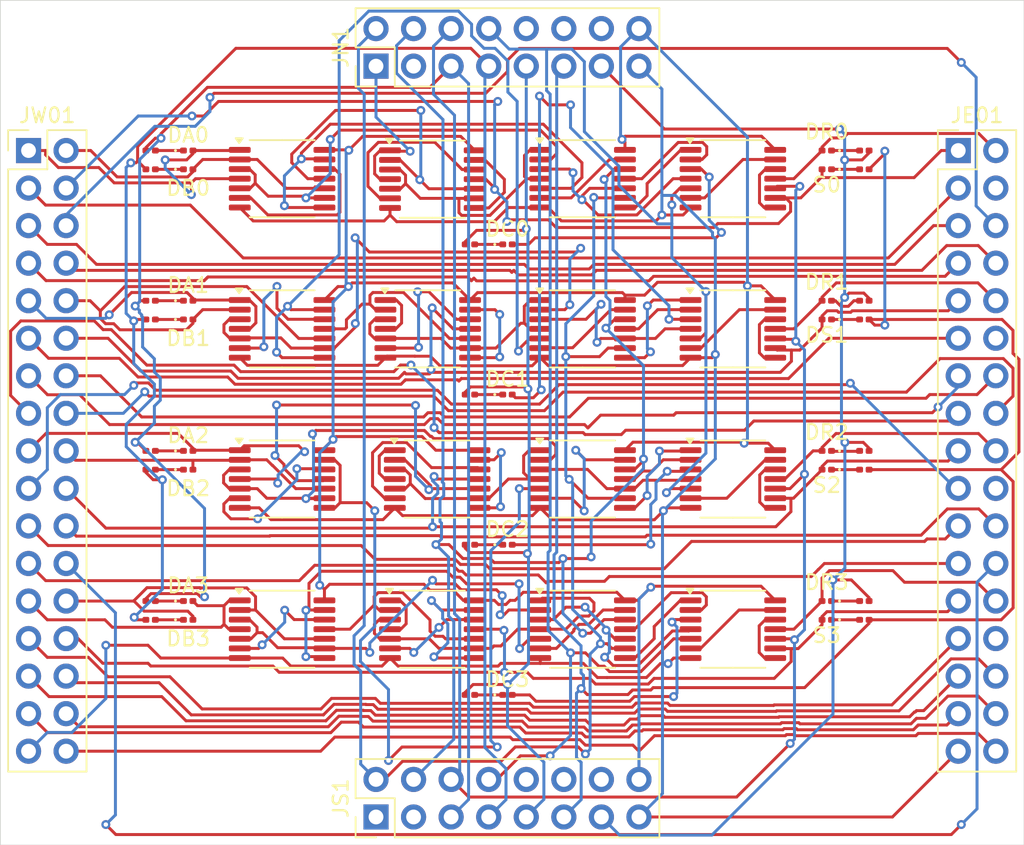
<source format=kicad_pcb>
(kicad_pcb (version 20241229) (generator "pcbnew") (generator_version "9.0")
  (layers (0 "F.Cu" signal) (2 "B.Cu" signal) (13 "F.Paste" user) (15 "B.Paste" user) (5 "F.SilkS" user "F.Silkscreen") (7 "B.SilkS" user "B.Silkscreen") (1 "F.Mask" user) (3 "B.Mask" user) (25 "Edge.Cuts" user))
  (net 0 "")
  (net 1 "B0")
  (net 2 "B1")
  (net 3 "GND")
  (net 4 "R0")
  (net 5 "A0")
  (net 6 "R1")
  (net 7 "A1")
  (net 8 "VDD")
  (net 9 "B2")
  (net 10 "A2")
  (net 11 "A3")
  (net 12 "B3")
  (net 13 "Net-(U11-Pad13)")
  (net 14 "Net-(U11-Pad11)")
  (net 15 "Net-(U12-Pad12)")
  (net 16 "R2")
  (net 17 "Net-(U12-Pad13)")
  (net 18 "Net-(U13-Pad13)")
  (net 19 "Net-(U13-Pad11)")
  (net 20 "Net-(U14-Pad12)")
  (net 21 "Net-(U14-Pad13)")
  (net 22 "Net-(DA1-K)")
  (net 23 "Net-(DA2-K)")
  (net 24 "Net-(DA3-K)")
  (net 25 "Net-(DB1-K)")
  (net 26 "Net-(DB2-K)")
  (net 27 "Net-(DB3-K)")
  (net 28 "Net-(DA0-K)")
  (net 29 "Net-(DB0-K)")
  (net 30 "Net-(DC0-K)")
  (net 31 "Net-(DC1-K)")
  (net 32 "Net-(DC2-K)")
  (net 33 "Net-(DC3-K)")
  (net 34 "Net-(DR0-K)")
  (net 35 "Net-(DR1-K)")
  (net 36 "Net-(DR2-K)")
  (net 37 "Net-(DR3-K)")
  (net 38 "/ALUSlice0/C")
  (net 39 "/ALUSlice1/C")
  (net 40 "/ALUSlice2/C")
  (net 41 "/ALUSlice3/C")
  (net 42 "R3")
  (net 43 "S0")
  (net 44 "Net-(DS0-K)")
  (net 45 "S1")
  (net 46 "Net-(DS1-K)")
  (net 47 "S2")
  (net 48 "Net-(DS2-K)")
  (net 49 "Net-(DS3-K)")
  (net 50 "S3")
  (net 51 "PB0")
  (net 52 "PE3")
  (net 54 "PE0")
  (net 55 "PE2")
  (net 58 "PB2")
  (net 59 "PA3")
  (net 60 "PD0")
  (net 61 "PC3")
  (net 62 "PA0")
  (net 63 "PE1")
  (net 64 "PB3")
  (net 65 "PB1")
  (net 66 "PC1")
  (net 67 "PD2")
  (net 68 "PA1")
  (net 70 "PC2")
  (net 71 "PD3")
  (net 72 "PA2")
  (net 73 "PC0")
  (net 74 "PD1")
  (net 75 "GNDR")
  (net 78 "Cin")
  (net 79 "GNDC")
  (net 80 "ADD")
  (net 81 "GNDA")
  (net 82 "GNDS")
  (net 83 "AND")
  (net 84 "GNDB")
  (net 85 "XOR")
  (net 86 "SUB")
  (net 89 "C")
  (net 94 "/ALUSlice1/Cin")
  (net 95 "/ALUSlice2/Cin")
  (net 96 "/ALUSlice3/Cin")
  (net 97 "Net-(U01-Pad12)")
  (net 98 "Net-(U01-Pad3)")
  (net 99 "Net-(U01-Pad13)")
  (net 100 "Net-(U01-Pad11)")
  (net 101 "Net-(U02-Pad3)")
  (net 102 "Net-(U02-Pad12)")
  (net 103 "Net-(U02-Pad13)")
  (net 104 "Net-(U03-Pad8)")
  (net 105 "Net-(U03-Pad13)")
  (net 106 "Net-(U03-Pad10)")
  (net 107 "Net-(U03-Pad11)")
  (net 108 "Net-(U04-Pad13)")
  (net 109 "Net-(U04-Pad12)")
  (net 110 "Net-(U11-Pad3)")
  (net 111 "Net-(U11-Pad12)")
  (net 112 "Net-(U12-Pad3)")
  (net 113 "Net-(U13-Pad10)")
  (net 114 "Net-(U13-Pad8)")
  (net 115 "Net-(U21-Pad12)")
  (net 116 "Net-(U21-Pad3)")
  (net 117 "Net-(U21-Pad13)")
  (net 118 "Net-(U21-Pad11)")
  (net 119 "Net-(U22-Pad13)")
  (net 120 "Net-(U22-Pad12)")
  (net 121 "Net-(U22-Pad3)")
  (net 122 "Net-(U23-Pad13)")
  (net 123 "Net-(U23-Pad10)")
  (net 124 "Net-(U23-Pad11)")
  (net 125 "Net-(U23-Pad8)")
  (net 126 "Net-(U24-Pad12)")
  (net 127 "Net-(U24-Pad13)")
  (net 128 "Net-(U31-Pad12)")
  (net 129 "Net-(U31-Pad13)")
  (net 130 "Net-(U31-Pad11)")
  (net 131 "Net-(U31-Pad3)")
  (net 132 "Net-(U32-Pad12)")
  (net 133 "Net-(U32-Pad3)")
  (net 134 "Net-(U32-Pad13)")
  (net 135 "Net-(U33-Pad10)")
  (net 136 "Net-(U33-Pad8)")
  (net 137 "Net-(U33-Pad11)")
  (net 138 "Net-(U33-Pad13)")
  (net 139 "Net-(U34-Pad12)")
  (net 140 "Net-(U34-Pad13)")
  (footprint "LED_SMD:LED_0201_0603Metric" (layer "F.Cu") (at 138.43 60.325 180)
    (property "Reference" "DS1")
    (property "Value" "LED" (hide yes))
  )
  (footprint "LED_SMD:LED_0201_0603Metric" (layer "F.Cu") (at 138.43 70.485 180)
    (property "Reference" "S2")
    (property "Value" "LED" (hide yes))
  )
  (footprint "Connector_PinHeader_2.54mm:PinHeader_2x17_P2.54mm_Vertical" (layer "F.Cu") (at 84.455 48.895)
    (property "Reference" "JW01")
    (property "Value" "Conn_02x17_Odd_Even" (hide yes))
  )
  (footprint "Connector_PinHeader_2.54mm:PinHeader_2x17_P2.54mm_Vertical" (layer "F.Cu") (at 147.32 48.895)
    (property "Reference" "JE01")
    (property "Value" "Conn_02x17_Odd_Even" (hide yes))
  )
  (footprint "Package_SO:TSSOP-14_4.4x5mm_P0.65mm" (layer "F.Cu") (at 112.0825 71.12)
    (property "Reference" "U22" (hide yes))
    (property "Value" "7400" (hide yes))
  )
  (footprint "LED_SMD:LED_0201_0603Metric" (layer "F.Cu") (at 116.84 85.725)
    (property "Reference" "DC3")
    (property "Value" "LED" (hide yes))
  )
  (footprint "LED_SMD:LED_0201_0603Metric" (layer "F.Cu") (at 95.25 60.325)
    (property "Reference" "DB1")
    (property "Value" "LED" (hide yes))
  )
  (footprint "Resistor_SMD:R_0201_0603Metric" (layer "F.Cu") (at 114.3 75.565 180)
    (property "Reference" "RC2" (hide yes))
    (property "Value" "R" (hide yes))
  )
  (footprint "LED_SMD:LED_0201_0603Metric" (layer "F.Cu") (at 116.84 75.565)
    (property "Reference" "DC2")
    (property "Value" "LED" (hide yes))
  )
  (footprint "Package_SO:TSSOP-14_4.4x5mm_P0.65mm" (layer "F.Cu") (at 132.08 81.28)
    (property "Reference" "U34" (hide yes))
    (property "Value" "7400" (hide yes))
  )
  (footprint "Package_SO:TSSOP-14_4.4x5mm_P0.65mm" (layer "F.Cu") (at 121.92 71.12)
    (property "Reference" "U23" (hide yes))
    (property "Value" "7400" (hide yes))
  )
  (footprint "Package_SO:TSSOP-14_4.4x5mm_P0.65mm" (layer "F.Cu") (at 111.4475 60.96)
    (property "Reference" "U12" (hide yes))
    (property "Value" "7400" (hide yes))
  )
  (footprint "LED_SMD:LED_0201_0603Metric" (layer "F.Cu") (at 95.25 80.645)
    (property "Reference" "DB3")
    (property "Value" "LED" (hide yes))
  )
  (footprint "Resistor_SMD:R_0201_0603Metric" (layer "F.Cu") (at 114.3 65.405 180)
    (property "Reference" "RC1" (hide yes))
    (property "Value" "R" (hide yes))
  )
  (footprint "Package_SO:TSSOP-14_4.4x5mm_P0.65mm" (layer "F.Cu") (at 101.6 81.28)
    (property "Reference" "U31" (hide yes))
    (property "Value" "7400" (hide yes))
  )
  (footprint "Resistor_SMD:R_0201_0603Metric" (layer "F.Cu") (at 140.97 60.325)
    (property "Reference" "RS1" (hide yes))
    (property "Value" "R" (hide yes))
  )
  (footprint "Resistor_SMD:R_0201_0603Metric" (layer "F.Cu") (at 92.71 79.375 180)
    (property "Reference" "RA3" (hide yes))
    (property "Value" "R" (hide yes))
  )
  (footprint "LED_SMD:LED_0201_0603Metric" (layer "F.Cu") (at 95.25 48.895)
    (property "Reference" "DA0")
    (property "Value" "LED" (hide yes))
  )
  (footprint "Package_SO:TSSOP-14_4.4x5mm_P0.65mm" (layer "F.Cu") (at 101.6 60.96)
    (property "Reference" "U11" (hide yes))
    (property "Value" "7400" (hide yes))
  )
  (footprint "Resistor_SMD:R_0201_0603Metric" (layer "F.Cu") (at 140.97 48.895)
    (property "Reference" "RR0" (hide yes))
    (property "Value" "R" (hide yes))
  )
  (footprint "LED_SMD:LED_0201_0603Metric" (layer "F.Cu") (at 95.25 79.375)
    (property "Reference" "DA3")
    (property "Value" "LED" (hide yes))
  )
  (footprint "Resistor_SMD:R_0201_0603Metric" (layer "F.Cu") (at 92.71 59.055 180)
    (property "Reference" "RA1" (hide yes))
    (property "Value" "R" (hide yes))
  )
  (footprint "LED_SMD:LED_0201_0603Metric" (layer "F.Cu") (at 138.43 50.165 180)
    (property "Reference" "S0")
    (property "Value" "LED" (hide yes))
  )
  (footprint "LED_SMD:LED_0201_0603Metric" (layer "F.Cu") (at 138.43 69.215 180)
    (property "Reference" "DR2")
    (property "Value" "LED" (hide yes))
  )
  (footprint "Resistor_SMD:R_0201_0603Metric" (layer "F.Cu") (at 140.97 69.215)
    (property "Reference" "RR2" (hide yes))
    (property "Value" "R" (hide yes))
  )
  (footprint "Resistor_SMD:R_0201_0603Metric" (layer "F.Cu") (at 114.3 55.245 180)
    (property "Reference" "RC0" (hide yes))
    (property "Value" "R" (hide yes))
  )
  (footprint "Resistor_SMD:R_0201_0603Metric" (layer "F.Cu") (at 92.71 69.215 180)
    (property "Reference" "RA2" (hide yes))
    (property "Value" "R" (hide yes))
  )
  (footprint "Package_SO:TSSOP-14_4.4x5mm_P0.65mm" (layer "F.Cu") (at 111.76 81.28)
    (property "Reference" "U32" (hide yes))
    (property "Value" "7400" (hide yes))
  )
  (footprint "Package_SO:TSSOP-14_4.4x5mm_P0.65mm" (layer "F.Cu") (at 101.6 50.8)
    (property "Reference" "U01" (hide yes))
    (property "Value" "7400" (hide yes))
  )
  (footprint "LED_SMD:LED_0201_0603Metric" (layer "F.Cu") (at 116.84 55.245)
    (property "Reference" "DC0")
    (property "Value" "LED" (hide yes))
  )
  (footprint "LED_SMD:LED_0201_0603Metric" (layer "F.Cu") (at 95.25 69.215)
    (property "Reference" "DA2")
    (property "Value" "LED" (hide yes))
  )
  (footprint "Package_SO:TSSOP-14_4.4x5mm_P0.65mm" (layer "F.Cu") (at 132.08 71.12)
    (property "Reference" "U24" (hide yes))
    (property "Value" "7400" (hide yes))
  )
  (footprint "Package_SO:TSSOP-14_4.4x5mm_P0.65mm" (layer "F.Cu") (at 132.08 50.8)
    (property "Reference" "U04" (hide yes))
    (property "Value" "7400" (hide yes))
  )
  (footprint "Package_SO:TSSOP-14_4.4x5mm_P0.65mm" (layer "F.Cu") (at 101.6 71.12)
    (property "Reference" "U21" (hide yes))
    (property "Value" "7400" (hide yes))
  )
  (footprint "Resistor_SMD:R_0201_0603Metric" (layer "F.Cu") (at 140.97 79.375)
    (property "Reference" "RR3" (hide yes))
    (property "Value" "R" (hide yes))
  )
  (footprint "LED_SMD:LED_0201_0603Metric" (layer "F.Cu") (at 95.25 59.055)
    (property "Reference" "DA1")
    (property "Value" "LED" (hide yes))
  )
  (footprint "Resistor_SMD:R_0201_0603Metric" (layer "F.Cu") (at 92.71 50.165 180)
    (property "Reference" "RB0" (hide yes))
    (property "Value" "R" (hide yes))
  )
  (footprint "Resistor_SMD:R_0201_0603Metric" (layer "F.Cu") (at 114.3 85.725 180)
    (property "Reference" "RC3" (hide yes))
    (property "Value" "R" (hide yes))
  )
  (footprint "LED_SMD:LED_0201_0603Metric" (layer "F.Cu") (at 138.43 59.055 180)
    (property "Reference" "DR1")
    (property "Value" "LED" (hide yes))
  )
  (footprint "Resistor_SMD:R_0201_0603Metric" (layer "F.Cu") (at 92.71 60.325 180)
    (property "Reference" "RB1" (hide yes))
    (property "Value" "R" (hide yes))
  )
  (footprint "Package_SO:TSSOP-14_4.4x5mm_P0.65mm" (layer "F.Cu") (at 121.92 60.96)
    (property "Reference" "U13" (hide yes))
    (property "Value" "7400" (hide yes))
  )
  (footprint "Package_SO:TSSOP-14_4.4x5mm_P0.65mm" (layer "F.Cu") (at 121.92 50.8)
    (property "Reference" "U03" (hide yes))
    (property "Value" "7400" (hide yes))
  )
  (footprint "LED_SMD:LED_0201_0603Metric" (layer "F.Cu") (at 138.43 48.895 180)
    (property "Reference" "DR0")
    (property "Value" "LED" (hide yes))
  )
  (footprint "LED_SMD:LED_0201_0603Metric" (layer "F.Cu") (at 138.43 79.375 180)
    (property "Reference" "DR3")
    (property "Value" "LED" (hide yes))
  )
  (footprint "LED_SMD:LED_0201_0603Metric" (layer "F.Cu") (at 95.25 50.165)
    (property "Reference" "DB0")
    (property "Value" "LED" (hide yes))
  )
  (footprint "Package_SO:TSSOP-14_4.4x5mm_P0.65mm" (layer "F.Cu") (at 111.76 50.83)
    (property "Reference" "U02" (hide yes))
    (property "Value" "7400" (hide yes))
  )
  (footprint "LED_SMD:LED_0201_0603Metric" (layer "F.Cu") (at 116.84 65.405)
    (property "Reference" "DC1")
    (property "Value" "LED" (hide yes))
  )
  (footprint "Connector_PinHeader_2.54mm:PinHeader_2x08_P2.54mm_Vertical" (layer "F.Cu") (at 107.95 93.985 90)
    (property "Reference" "JS1")
    (property "Value" "Conn_02x08_Odd_Even" (hide yes))
  )
  (footprint "LED_SMD:LED_0201_0603Metric" (layer "F.Cu") (at 95.25 70.485)
    (property "Reference" "DB2")
    (property "Value" "LED" (hide yes))
  )
  (footprint "Package_SO:TSSOP-14_4.4x5mm_P0.65mm" (layer "F.Cu") (at 132.08 60.96)
    (property "Reference" "U14" (hide yes))
    (property "Value" "7400" (hide yes))
  )
  (footprint "Resistor_SMD:R_0201_0603Metric" (layer "F.Cu") (at 140.97 80.645)
    (property "Reference" "RS3" (hide yes))
    (property "Value" "R" (hide yes))
  )
  (footprint "Package_SO:TSSOP-14_4.4x5mm_P0.65mm" (layer "F.Cu") (at 121.92 81.28)
    (property "Reference" "U33" (hide yes))
    (property "Value" "7400" (hide yes))
  )
  (footprint "Resistor_SMD:R_0201_0603Metric" (layer "F.Cu") (at 140.97 59.055)
    (property "Reference" "RR1" (hide yes))
    (property "Value" "R" (hide yes))
  )
  (footprint "Resistor_SMD:R_0201_0603Metric" (layer "F.Cu") (at 140.97 70.485)
    (property "Reference" "RS2" (hide yes))
    (property "Value" "R" (hide yes))
  )
  (footprint "Connector_PinHeader_2.54mm:PinHeader_2x08_P2.54mm_Vertical" (layer "F.Cu") (at 107.95 43.185 90)
    (property "Reference" "JN1")
    (property "Value" "Conn_02x08_Odd_Even" (hide yes))
  )
  (footprint "Resistor_SMD:R_0201_0603Metric" (layer "F.Cu") (at 92.71 48.895 180)
    (property "Reference" "RA0" (hide yes))
    (property "Value" "R" (hide yes))
  )
  (footprint "Resistor_SMD:R_0201_0603Metric" (layer "F.Cu") (at 140.97 50.165)
    (property "Reference" "RS0" (hide yes))
    (property "Value" "R" (hide yes))
  )
  (footprint "LED_SMD:LED_0201_0603Metric" (layer "F.Cu") (at 138.43 80.645 180)
    (property "Reference" "S3")
    (property "Value" "LED" (hide yes))
  )
  (footprint "Resistor_SMD:R_0201_0603Metric" (layer "F.Cu") (at 92.71 70.485 180)
    (property "Reference" "RB2" (hide yes))
    (property "Value" "R" (hide yes))
  )
  (footprint "Resistor_SMD:R_0201_0603Metric" (layer "F.Cu") (at 92.71 80.645 180)
    (property "Reference" "RB3" (hide yes))
    (property "Value" "R" (hide yes))
  )
  (gr_rect (start 82.55 38.735) (end 151.765 95.885) (stroke (width 0.05)) (fill no) (layer "Edge.Cuts"))
  (segment (start 95.57 50.3237) (end 95.57 50.165) (width 0.2) (layer "F.Cu") (net 1))
  (segment (start 95.2128 50.6809) (end 95.57 50.3237) (width 0.2) (layer "F.Cu") (net 1))
  (segment (start 99.9172 49.5) (end 98.7375 49.5) (width 0.2) (layer "F.Cu") (net 1))
  (segment (start 96.235 49.5) (end 98.7375 49.5) (width 0.2) (layer "F.Cu") (net 1))
  (segment (start 88.6602 48.895) (end 90.4461 50.6809) (width 0.2) (layer "F.Cu") (net 1))
  (segment (start 101.8672 51.45) (end 99.9172 49.5) (width 0.2) (layer "F.Cu") (net 1))
  (segment (start 95.57 50.165) (end 96.235 49.5) (width 0.2) (layer "F.Cu") (net 1))
  (segment (start 104.4625 51.45) (end 101.8672 51.45) (width 0.2) (layer "F.Cu") (net 1))
  (segment (start 90.4461 50.6809) (end 95.2128 50.6809) (width 0.2) (layer "F.Cu") (net 1))
  (segment (start 86.995 48.895) (end 88.6602 48.895) (width 0.2) (layer "F.Cu") (net 1))
  (segment (start 95.57 60.5857) (end 95.57 60.325) (width 0.2) (layer "F.Cu") (net 2))
  (segment (start 89.3096 60.2577) (end 89.6622 60.6103) (width 0.2) (layer "F.Cu") (net 2))
  (segment (start 102.7288 61.61) (end 99.2182 58.0994) (width 0.2) (layer "F.Cu") (net 2))
  (segment (start 86.995 59.055) (end 88.6195 59.055) (width 0.2) (layer "F.Cu") (net 2))
  (segment (start 104.4625 61.61) (end 102.7288 61.61) (width 0.2) (layer "F.Cu") (net 2))
  (segment (start 88.6195 59.055) (end 89.3096 59.7451) (width 0.2) (layer "F.Cu") (net 2))
  (segment (start 90.6298 61.0243) (end 95.1314 61.0243) (width 0.2) (layer "F.Cu") (net 2))
  (segment (start 90.9553 58.0994) (end 89.3096 59.7451) (width 0.2) (layer "F.Cu") (net 2))
  (segment (start 89.6622 60.6103) (end 90.2158 60.6103) (width 0.2) (layer "F.Cu") (net 2))
  (segment (start 99.2182 58.0994) (end 90.9553 58.0994) (width 0.2) (layer "F.Cu") (net 2))
  (segment (start 95.1314 61.0243) (end 95.57 60.5857) (width 0.2) (layer "F.Cu") (net 2))
  (segment (start 96.235 59.66) (end 98.7375 59.66) (width 0.2) (layer "F.Cu") (net 2))
  (segment (start 89.3096 59.7451) (end 89.3096 60.2577) (width 0.2) (layer "F.Cu") (net 2))
  (segment (start 95.57 60.325) (end 96.235 59.66) (width 0.2) (layer "F.Cu") (net 2))
  (segment (start 90.2158 60.6103) (end 90.6298 61.0243) (width 0.2) (layer "F.Cu") (net 2))
  (segment (start 118.5338 73.5937) (end 109.7437 73.5937) (width 0.2) (layer "F.Cu") (net 3))
  (segment (start 142.87 93.985) (end 147.32 89.535) (width 0.2) (layer "F.Cu") (net 3))
  (segment (start 108.421 73.869) (end 109.22 73.07) (width 0.2) (layer "F.Cu") (net 3))
  (segment (start 102.1791 83.7705) (end 101.6386 83.23) (width 0.2) (layer "F.Cu") (net 3))
  (segment (start 123.5724 84.5496) (end 123.5716 84.5488) (width 0.2) (layer "F.Cu") (net 3))
  (segment (start 116.8926 52.75) (end 115.9348 53.7078) (width 0.2) (layer "F.Cu") (net 3))
  (segment (start 98.7375 73.07) (end 100.0535 73.07) (width 0.2) (layer "F.Cu") (net 3))
  (segment (start 89.6808 82.3662) (end 92.5295 82.3662) (width 0.2) (layer "F.Cu") (net 3))
  (segment (start 110.5748 62.8051) (end 110.5789 62.8092) (width 0.2) (layer "F.Cu") (net 3))
  (segment (start 123.5716 84.5488) (end 122.9231 84.5488) (width 0.2) (layer "F.Cu") (net 3))
  (segment (start 127.1795 83.6074) (end 126.2373 84.5496) (width 0.2) (layer "F.Cu") (net 3))
  (segment (start 108.4958 53.6595) (end 108.8975 53.2578) (width 0.2) (layer "F.Cu") (net 3))
  (segment (start 108.6899 62.8051) (end 110.5748 62.8051) (width 0.2) (layer "F.Cu") (net 3))
  (segment (start 116.3883 83.5937) (end 116.2061 83.7759) (width 0.2) (layer "F.Cu") (net 3))
  (segment (start 127.2807 53.255) (end 126.8795 53.6562) (width 0.2) (layer "F.Cu") (net 3))
  (segment (start 129.2175 52.75) (end 128.7125 53.255) (width 0.2) (layer "F.Cu") (net 3))
  (segment (start 119.0575 73.07) (end 119.8661 73.8786) (width 0.2) (layer "F.Cu") (net 3))
  (segment (start 98.7375 62.91) (end 99.2532 63.4257) (width 0.2) (layer "F.Cu") (net 3))
  (segment (start 119.8661 73.8786) (end 126.7726 73.8786) (width 0.2) (layer "F.Cu") (net 3))
  (segment (start 121.968 83.5937) (end 119.0575 83.5937) (width 0.2) (layer "F.Cu") (net 3))
  (segment (start 119.0575 52.75) (end 116.8926 52.75) (width 0.2) (layer "F.Cu") (net 3))
  (segment (start 108.8975 52.78) (end 108.8975 53.2578) (width 0.2) (layer "F.Cu") (net 3))
  (segment (start 126.7726 73.8786) (end 127.3853 73.2659) (width 0.2) (layer "F.Cu") (net 3))
  (segment (start 128.0759 83.23) (end 129.2175 83.23) (width 0.2) (layer "F.Cu") (net 3))
  (segment (start 128.6866 63.4409) (end 119.5884 63.4409) (width 0.2) (layer "F.Cu") (net 3))
  (segment (start 99.647 53.6595) (end 108.4958 53.6595) (width 0.2) (layer "F.Cu") (net 3))
  (segment (start 93.3933 83.23) (end 98.7375 83.23) (width 0.2) (layer "F.Cu") (net 3))
  (segment (start 116.2061 83.7759) (end 109.4434 83.7759) (width 0.2) (layer "F.Cu") (net 3))
  (segment (start 122.9231 84.5488) (end 121.968 83.5937) (width 0.2) (layer "F.Cu") (net 3))
  (segment (start 127.3853 73.2659) (end 127.5812 73.07) (width 0.2) (layer "F.Cu") (net 3))
  (segment (start 126.8795 53.6562) (end 120.4844 53.6562) (width 0.2) (layer "F.Cu") (net 3))
  (segment (start 98.7375 52.75) (end 99.647 53.6595) (width 0.2) (layer "F.Cu") (net 3))
  (segment (start 125.73 93.985) (end 142.87 93.985) (width 0.2) (layer "F.Cu") (net 3))
  (segment (start 130.8933 62.6907) (end 130.674 62.91) (width 0.2) (layer "F.Cu") (net 3))
  (segment (start 120.4844 53.6562) (end 119.5782 52.75) (width 0.2) (layer "F.Cu") (net 3))
  (segment (start 100.8525 73.869) (end 108.421 73.869) (width 0.2) (layer "F.Cu") (net 3))
  (segment (start 109.3475 53.7078) (end 108.8975 53.2578) (width 0.2) (layer "F.Cu") (net 3))
  (segment (start 109.4434 83.7759) (end 108.8975 83.23) (width 0.2) (layer "F.Cu") (net 3))
  (segment (start 127.5812 73.07) (end 129.2175 73.07) (width 0.2) (layer "F.Cu") (net 3))
  (segment (start 130.674 62.91) (end 129.2175 62.91) (width 0.2) (layer "F.Cu") (net 3))
  (segment (start 110.5789 62.8092) (end 111.6244 62.8092) (width 0.2) (layer "F.Cu") (net 3))
  (segment (start 129.2175 62.91) (end 128.6866 63.4409) (width 0.2) (layer "F.Cu") (net 3))
  (segment (start 108.585 62.91) (end 108.6899 62.8051) (width 0.2) (layer "F.Cu") (net 3))
  (segment (start 108.357 83.7705) (end 102.1791 83.7705) (width 0.2) (layer "F.Cu") (net 3))
  (segment (start 119.5782 52.75) (end 119.0575 52.75) (width 0.2) (layer "F.Cu") (net 3))
  (segment (start 101.6386 83.23) (end 98.7375 83.23) (width 0.2) (layer "F.Cu") (net 3))
  (segment (start 126.2373 84.5496) (end 123.5724 84.5496) (width 0.2) (layer "F.Cu") (net 3))
  (segment (start 115.9348 53.7078) (end 109.3475 53.7078) (width 0.2) (layer "F.Cu") (net 3))
  (segment (start 112.274 63.4588) (end 118.5087 63.4588) (width 0.2) (layer "F.Cu") (net 3))
  (segment (start 127.6985 83.6074) (end 127.1795 83.6074) (width 0.2) (layer "F.Cu") (net 3))
  (segment (start 111.6244 62.8092) (end 112.274 63.4588) (width 0.2) (layer "F.Cu") (net 3))
  (segment (start 119.0575 83.5937) (end 116.3883 83.5937) (width 0.2) (layer "F.Cu") (net 3))
  (segment (start 108.0693 63.4257) (end 108.585 62.91) (width 0.2) (layer "F.Cu") (net 3))
  (segment (start 108.8975 83.23) (end 108.357 83.7705) (width 0.2) (layer "F.Cu") (net 3))
  (segment (start 119.5884 63.4409) (end 119.0575 62.91) (width 0.2) (layer "F.Cu") (net 3))
  (segment (start 99.2532 63.4257) (end 108.0693 63.4257) (width 0.2) (layer "F.Cu") (net 3))
  (segment (start 118.5087 63.4588) (end 119.0575 62.91) (width 0.2) (layer "F.Cu") (net 3))
  (segment (start 127.6985 83.6074) (end 128.0759 83.23) (width 0.2) (layer "F.Cu") (net 3))
  (segment (start 109.7437 73.5937) (end 109.22 73.07) (width 0.2) (layer "F.Cu") (net 3))
  (segment (start 100.0535 73.07) (end 100.8525 73.869) (width 0.2) (layer "F.Cu") (net 3))
  (segment (start 119.0575 83.23) (end 119.0575 83.5937) (width 0.2) (layer "F.Cu") (net 3))
  (segment (start 119.0575 73.07) (end 118.5338 73.5937) (width 0.2) (layer "F.Cu") (net 3))
  (segment (start 128.7125 53.255) (end 127.2807 53.255) (width 0.2) (layer "F.Cu") (net 3))
  (segment (start 92.5295 82.3662) (end 93.3933 83.23) (width 0.2) (layer "F.Cu") (net 3))
  (via (at 89.6808 82.3662) (size 0.6) (drill 0.3) (layers "F.Cu" "B.Cu") (net 3))
  (via (at 127.2807 53.255) (size 0.6) (drill 0.3) (layers "F.Cu" "B.Cu") (net 3))
  (via (at 130.8933 62.6907) (size 0.6) (drill 0.3) (layers "F.Cu" "B.Cu") (net 3))
  (via (at 127.6985 83.6074) (size 0.6) (drill 0.3) (layers "F.Cu" "B.Cu") (net 3))
  (via (at 127.3853 73.2659) (size 0.6) (drill 0.3) (layers "F.Cu" "B.Cu") (net 3))
  (segment (start 127.2807 51.9297) (end 127.2807 53.255) (width 0.2) (layer "B.Cu") (net 3))
  (segment (start 125.73 43.185) (end 127.2807 44.7357) (width 0.2) (layer "B.Cu") (net 3))
  (segment (start 127.3211 73.3301) (end 127.3853 73.2659) (width 0.2) (layer "B.Cu") (net 3))
  (segment (start 130.8933 69.7579) (end 130.8933 62.6907) (width 0.2) (layer "B.Cu") (net 3))
  (segment (start 125.73 93.985) (end 127.3211 92.3939) (width 0.2) (layer "B.Cu") (net 3))
  (segment (start 87.3889 88.265) (end 89.6808 85.9731) (width 0.2) (layer "B.Cu") (net 3))
  (segment (start 127.3211 83.6074) (end 127.3211 73.3301) (width 0.2) (layer "B.Cu") (net 3))
  (segment (start 130.7045 54.4395) (end 130.7045 54.6854) (width 0.2) (layer "B.Cu") (net 3))
  (segment (start 84.455 89.535) (end 85.725 88.265) (width 0.2) (layer "B.Cu") (net 3))
  (segment (start 127.2807 51.9297) (end 128.1947 51.9297) (width 0.2) (layer "B.Cu") (net 3))
  (segment (start 128.1947 51.9297) (end 130.7045 54.4395) (width 0.2) (layer "B.Cu") (net 3))
  (segment (start 130.8933 54.8742) (end 130.8933 62.6907) (width 0.2) (layer "B.Cu") (net 3))
  (segment (start 127.2807 44.7357) (end 127.2807 51.9297) (width 0.2) (layer "B.Cu") (net 3))
  (segment (start 89.6808 85.9731) (end 89.6808 82.3662) (width 0.2) (layer "B.Cu") (net 3))
  (segment (start 85.725 88.265) (end 87.3889 88.265) (width 0.2) (layer "B.Cu") (net 3))
  (segment (start 130.7045 54.6854) (end 130.8933 54.8742) (width 0.2) (layer "B.Cu") (net 3))
  (segment (start 127.3211 83.6074) (end 127.6985 83.6074) (width 0.2) (layer "B.Cu") (net 3))
  (segment (start 127.3211 92.3939) (end 127.3211 83.6074) (width 0.2) (layer "B.Cu") (net 3))
  (segment (start 127.3853 73.2659) (end 130.8933 69.7579) (width 0.2) (layer "B.Cu") (net 3))
  (segment (start 136.205 50.8) (end 138.11 48.895) (width 0.2) (layer "F.Cu") (net 4))
  (segment (start 139.838 47.7433) (end 148.7083 47.7433) (width 0.2) (layer "F.Cu") (net 4))
  (segment (start 138.11 48.6579) (end 138.7258 48.0421) (width 0.2) (layer "F.Cu") (net 4))
  (segment (start 134.9425 50.8) (end 136.205 50.8) (width 0.2) (layer "F.Cu") (net 4))
  (segment (start 139.5392 48.0421) (end 139.838 47.7433) (width 0.2) (layer "F.Cu") (net 4))
  (segment (start 138.11 48.895) (end 138.11 48.6579) (width 0.2) (layer "F.Cu") (net 4))
  (segment (start 138.7258 48.0421) (end 139.5392 48.0421) (width 0.2) (layer "F.Cu") (net 4))
  (segment (start 148.7083 47.7433) (end 149.86 48.895) (width 0.2) (layer "F.Cu") (net 4))
  (segment (start 89.2102 50.0467) (end 90.2475 51.084) (width 0.2) (layer "F.Cu") (net 5))
  (segment (start 84.455 48.895) (end 85.6067 48.895) (width 0.2) (layer "F.Cu") (net 5))
  (segment (start 85.6067 48.895) (end 85.6067 49.183) (width 0.2) (layer "F.Cu") (net 5))
  (segment (start 95.57 49.1038) (end 95.57 48.895) (width 0.2) (layer "F.Cu") (net 5))
  (segment (start 95.1438 49.53) (end 95.57 49.1038) (width 0.2) (layer "F.Cu") (net 5))
  (segment (start 95.4654 51.084) (end 95.4654 51.8767) (width 0.2) (layer "F.Cu") (net 5))
  (segment (start 98.6925 48.895) (end 98.7375 48.85) (width 0.2) (layer "F.Cu") (net 5))
  (segment (start 95.57 48.895) (end 98.6925 48.895) (width 0.2) (layer "F.Cu") (net 5))
  (segment (start 93.695 49.53) (end 95.1438 49.53) (width 0.2) (layer "F.Cu") (net 5))
  (segment (start 95.4654 51.084) (end 95.7494 50.8) (width 0.2) (layer "F.Cu") (net 5))
  (segment (start 95.7494 50.8) (end 98.7375 50.8) (width 0.2) (layer "F.Cu") (net 5))
  (segment (start 90.2475 51.084) (end 95.4654 51.084) (width 0.2) (layer "F.Cu") (net 5))
  (segment (start 86.4704 50.0467) (end 89.2102 50.0467) (width 0.2) (layer "F.Cu") (net 5))
  (segment (start 85.6067 49.183) (end 86.4704 50.0467) (width 0.2) (layer "F.Cu") (net 5))
  (via (at 95.4654 51.8767) (size 0.6) (drill 0.3) (layers "F.Cu" "B.Cu") (net 5))
  (via (at 93.695 49.53) (size 0.6) (drill 0.3) (layers "F.Cu" "B.Cu") (net 5))
  (segment (start 95.4654 51.8767) (end 93.695 50.1063) (width 0.2) (layer "B.Cu") (net 5))
  (segment (start 93.695 50.1063) (end 93.695 49.53) (width 0.2) (layer "B.Cu") (net 5))
  (segment (start 139.0752 57.8493) (end 138.11 58.8145) (width 0.2) (layer "F.Cu") (net 6))
  (segment (start 148.6543 57.8493) (end 139.0752 57.8493) (width 0.2) (layer "F.Cu") (net 6))
  (segment (start 136.205 60.96) (end 134.9425 60.96) (width 0.2) (layer "F.Cu") (net 6))
  (segment (start 149.86 59.055) (end 148.6543 57.8493) (width 0.2) (layer "F.Cu") (net 6))
  (segment (start 138.11 58.8145) (end 138.11 59.055) (width 0.2) (layer "F.Cu") (net 6))
  (segment (start 138.11 59.055) (end 136.205 60.96) (width 0.2) (layer "F.Cu") (net 6))
  (segment (start 99.3937 59.01) (end 98.7375 59.01) (width 0.2) (layer "F.Cu") (net 7))
  (segment (start 99.8268 59.4431) (end 99.3937 59.01) (width 0.2) (layer "F.Cu") (net 7))
  (segment (start 98.7375 59.01) (end 95.615 59.01) (width 0.2) (layer "F.Cu") (net 7))
  (segment (start 95.615 59.01) (end 95.57 59.055) (width 0.2) (layer "F.Cu") (net 7))
  (segment (start 95.57 58.8963) (end 95.57 59.055) (width 0.2) (layer "F.Cu") (net 7))
  (segment (start 89.9113 60.0086) (end 91.4188 58.5011) (width 0.2) (layer "F.Cu") (net 7))
  (segment (start 99.4188 60.96) (end 99.8268 60.552) (width 0.2) (layer "F.Cu") (net 7))
  (segment (start 98.7375 60.96) (end 99.4188 60.96) (width 0.2) (layer "F.Cu") (net 7))
  (segment (start 95.1748 58.5011) (end 95.57 58.8963) (width 0.2) (layer "F.Cu") (net 7))
  (segment (start 91.4188 58.5011) (end 95.1748 58.5011) (width 0.2) (layer "F.Cu") (net 7))
  (segment (start 99.8268 60.552) (end 99.8268 59.4431) (width 0.2) (layer "F.Cu") (net 7))
  (via (at 89.9113 60.0086) (size 0.6) (drill 0.3) (layers "F.Cu" "B.Cu") (net 7))
  (segment (start 85.6459 60.2459) (end 89.674 60.2459) (width 0.2) (layer "B.Cu") (net 7))
  (segment (start 89.674 60.2459) (end 89.9113 60.0086) (width 0.2) (layer "B.Cu") (net 7))
  (segment (start 84.455 59.055) (end 85.6459 60.2459) (width 0.2) (layer "B.Cu") (net 7))
  (segment (start 113.169 78.6433) (end 113.8557 79.33) (width 0.2) (layer "F.Cu") (net 8))
  (segment (start 107.0456 47.9371) (end 113.6796 47.9371) (width 0.2) (layer "F.Cu") (net 8))
  (segment (start 113.8557 79.33) (end 114.6225 79.33) (width 0.2) (layer "F.Cu") (net 8))
  (segment (start 124.7825 48.3375) (end 124.5855 48.1405) (width 0.2) (layer "F.Cu") (net 8))
  (segment (start 113.6796 47.9371) (end 114.6225 48.88) (width 0.2) (layer "F.Cu") (net 8))
  (segment (start 113.1512 57.8512) (end 114.31 59.01) (width 0.2) (layer "F.Cu") (net 8))
  (segment (start 104.4625 78.5861) (end 104.182 78.3056) (width 0.2) (layer "F.Cu") (net 8))
  (segment (start 116.2348 79.6067) (end 116.7347 79.6067) (width 0.2) (layer "F.Cu") (net 8))
  (segment (start 124.5855 48.1405) (end 124.7992 47.9268) (width 0.2) (layer "F.Cu") (net 8))
  (segment (start 132.8191 57.8056) (end 133.0653 58.0518) (width 0.2) (layer "F.Cu") (net 8))
  (segment (start 136.2068 88.4095) (end 135.7085 88.4095) (width 0.2) (layer "F.Cu") (net 8))
  (segment (start 106.0863 48.85) (end 106.1095 48.8732) (width 0.2) (layer "F.Cu") (net 8))
  (segment (start 104.4625 48.85) (end 106.0863 48.85) (width 0.2) (layer "F.Cu") (net 8))
  (segment (start 144.6109 88.3319) (end 144.4554 88.4874) (width 0.2) (layer "F.Cu") (net 8))
  (segment (start 132.7749 68.6251) (end 125.3274 68.6251) (width 0.2) (layer "F.Cu") (net 8))
  (segment (start 105.0462 68.4389) (end 104.4625 69.0226) (width 0.2) (layer "F.Cu") (net 8))
  (segment (start 134.9425 69.17) (end 134.4664 68.6939) (width 0.2) (layer "F.Cu") (net 8))
  (segment (start 124.7825 58.6793) (end 124.6099 58.5067) (width 0.2) (layer "F.Cu") (net 8))
  (segment (start 104.8086 78.24) (end 111.1916 78.24) (width 0.2) (layer "F.Cu") (net 8))
  (segment (start 125.3212 89.1262) (end 122.1075 89.1262) (width 0.2) (layer "F.Cu") (net 8))
  (segment (start 135.7085 88.4095) (end 135.6306 88.4874) (width 0.2) (layer "F.Cu") (net 8))
  (segment (start 124.7825 58.6793) (end 126.1111 58.6793) (width 0.2) (layer "F.Cu") (net 8))
  (segment (start 117.0231 88.5798) (end 105.1611 88.5798) (width 0.2) (layer "F.Cu") (net 8))
  (segment (start 134.0193 47.9268) (end 134.9425 48.85) (width 0.2) (layer "F.Cu") (net 8))
  (segment (start 104.4625 79.33) (end 104.4625 78.5861) (width 0.2) (layer "F.Cu") (net 8))
  (segment (start 117.3557 79.33) (end 117.9011 78.7846) (width 0.2) (layer "F.Cu") (net 8))
  (segment (start 111.9907 69.17) (end 111.0668 68.2461) (width 0.2) (layer "F.Cu") (net 8))
  (segment (start 104.182 78.3056) (end 104.1435 78.3056) (width 0.2) (layer "F.Cu") (net 8))
  (segment (start 125.73 89.535) (end 125.3212 89.1262) (width 0.2) (layer "F.Cu") (net 8))
  (segment (start 111.0668 68.2461) (end 105.239 68.2461) (width 0.2) (layer "F.Cu") (net 8))
  (segment (start 106.0847 58.0984) (end 106.3319 57.8512) (width 0.2) (layer "F.Cu") (net 8))
  (segment (start 114.8133 58.5067) (end 114.31 59.01) (width 0.2) (layer "F.Cu") (net 8))
  (segment (start 125.73 89.535) (end 125.73 91.445) (width 0.2) (layer "F.Cu") (net 8))
  (segment (start 134.4664 68.6939) (end 132.8437 68.6939) (width 0.2) (layer "F.Cu") (net 8))
  (segment (start 126.6009 78.3717) (end 133.9842 78.3717) (width 0.2) (layer "F.Cu") (net 8))
  (segment (start 111.5949 78.6433) (end 113.169 78.6433) (width 0.2) (layer "F.Cu") (net 8))
  (segment (start 114.6225 79.33) (end 115.9581 79.33) (width 0.2) (layer "F.Cu") (net 8))
  (segment (start 136.2847 88.4874) (end 136.2068 88.4095) (width 0.2) (layer "F.Cu") (net 8))
  (segment (start 117.0114 79.33) (end 117.3557 79.33) (width 0.2) (layer "F.Cu") (net 8))
  (segment (start 105.1611 88.5798) (end 104.2059 89.535) (width 0.2) (layer "F.Cu") (net 8))
  (segment (start 111.1916 78.24) (end 111.5949 78.6433) (width 0.2) (layer "F.Cu") (net 8))
  (segment (start 125.3274 68.6251) (end 124.7825 69.17) (width 0.2) (layer "F.Cu") (net 8))
  (segment (start 124.2371 78.7846) (end 124.7825 79.33) (width 0.2) (layer "F.Cu") (net 8))
  (segment (start 121.7372 88.7559) (end 117.1992 88.7559) (width 0.2) (layer "F.Cu") (net 8))
  (segment (start 104.4625 78.5861) (end 104.8086 78.24) (width 0.2) (layer "F.Cu") (net 8))
  (segment (start 133.0653 58.0518) (end 133.9843 58.0518) (width 0.2) (layer "F.Cu") (net 8))
  (segment (start 148.6569 88.3319) (end 144.6109 88.3319) (width 0.2) (layer "F.Cu") (net 8))
  (segment (start 117.9011 78.7846) (end 124.2371 78.7846) (width 0.2) (layer "F.Cu") (net 8))
  (segment (start 114.945 69.17) (end 111.9907 69.17) (width 0.2) (layer "F.Cu") (net 8))
  (segment (start 126.9848 57.8056) (end 132.8191 57.8056) (width 0.2) (layer "F.Cu") (net 8))
  (segment (start 105.3741 58.0984) (end 106.0847 58.0984) (width 0.2) (layer "F.Cu") (net 8))
  (segment (start 126.5309 78.4417) (end 126.6009 78.3717) (width 0.2) (layer "F.Cu") (net 8))
  (segment (start 124.6099 58.5067) (end 114.8133 58.5067) (width 0.2) (layer "F.Cu") (net 8))
  (segment (start 133.9842 78.3717) (end 134.9425 79.33) (width 0.2) (layer "F.Cu") (net 8))
  (segment (start 124.7992 47.9268) (end 134.0193 47.9268) (width 0.2) (layer "F.Cu") (net 8))
  (segment (start 104.4625 59.01) (end 105.3741 58.0984) (width 0.2) (layer "F.Cu") (net 8))
  (segment (start 124.7825 58.6793) (end 124.7825 59.01) (width 0.2) (layer "F.Cu") (net 8))
  (segment (start 126.5309 78.4417) (end 125.6426 79.33) (width 0.2) (layer "F.Cu") (net 8))
  (segment (start 105.239 68.2461) (end 105.0462 68.4389) (width 0.2) (layer "F.Cu") (net 8))
  (segment (start 126.1111 58.6793) (end 126.9848 57.8056) (width 0.2) (layer "F.Cu") (net 8))
  (segment (start 149.86 89.535) (end 148.6569 88.3319) (width 0.2) (layer "F.Cu") (net 8))
  (segment (start 144.4554 88.4874) (end 136.2847 88.4874) (width 0.2) (layer "F.Cu") (net 8))
  (segment (start 116.7347 79.6067) (end 117.0114 79.33) (width 0.2) (layer "F.Cu") (net 8))
  (segment (start 124.7825 48.85) (end 124.7825 48.3375) (width 0.2) (layer "F.Cu") (net 8))
  (segment (start 135.6306 88.4874) (end 126.7776 88.4874) (width 0.2) (layer "F.Cu") (net 8))
  (segment (start 132.8437 68.6939) (end 132.7749 68.6251) (width 0.2) (layer "F.Cu") (net 8))
  (segment (start 104.2059 89.535) (end 86.995 89.535) (width 0.2) (layer "F.Cu") (net 8))
  (segment (start 133.9843 58.0518) (end 134.9425 59.01) (width 0.2) (layer "F.Cu") (net 8))
  (segment (start 106.1095 48.8732) (end 107.0456 47.9371) (width 0.2) (layer "F.Cu") (net 8))
  (segment (start 126.7776 88.4874) (end 125.73 89.535) (width 0.2) (layer "F.Cu") (net 8))
  (segment (start 125.6426 79.33) (end 124.7825 79.33) (width 0.2) (layer "F.Cu") (net 8))
  (segment (start 106.3319 57.8512) (end 113.1512 57.8512) (width 0.2) (layer "F.Cu") (net 8))
  (segment (start 115.9581 79.33) (end 116.2348 79.6067) (width 0.2) (layer "F.Cu") (net 8))
  (segment (start 117.1992 88.7559) (end 117.0231 88.5798) (width 0.2) (layer "F.Cu") (net 8))
  (segment (start 122.1075 89.1262) (end 121.7372 88.7559) (width 0.2) (layer "F.Cu") (net 8))
  (segment (start 104.4625 69.0226) (end 104.4625 69.17) (width 0.2) (layer "F.Cu") (net 8))
  (via (at 106.1095 48.8732) (size 0.6) (drill 0.3) (layers "F.Cu" "B.Cu") (net 8))
  (via (at 106.0847 58.0984) (size 0.6) (drill 0.3) (layers "F.Cu" "B.Cu") (net 8))
  (via (at 126.5309 78.4417) (size 0.6) (drill 0.3) (layers "F.Cu" "B.Cu") (net 8))
  (via (at 105.0462 68.4389) (size 0.6) (drill 0.3) (layers "F.Cu" "B.Cu") (net 8))
  (via (at 104.1435 78.3056) (size 0.6) (drill 0.3) (layers "F.Cu" "B.Cu") (net 8))
  (via (at 124.5855 48.1405) (size 0.6) (drill 0.3) (layers "F.Cu" "B.Cu") (net 8))
  (via (at 132.8437 68.6939) (size 0.6) (drill 0.3) (layers "F.Cu" "B.Cu") (net 8))
  (via (at 133.0653 58.0518) (size 0.6) (drill 0.3) (layers "F.Cu" "B.Cu") (net 8))
  (segment (start 105.9331 49.0496) (end 105.9331 57.9468) (width 0.2) (layer "B.Cu") (net 8))
  (segment (start 125.73 79.2426) (end 126.5309 78.4417) (width 0.2) (layer "B.Cu") (net 8))
  (segment (start 106.1095 48.8732) (end 105.9331 49.0496) (width 0.2) (layer "B.Cu") (net 8))
  (segment (start 125.73 91.445) (end 125.73 79.2426) (width 0.2) (layer "B.Cu") (net 8))
  (segment (start 133.0653 58.0518) (end 133.0653 68.4723) (width 0.2) (layer "B.Cu") (net 8))
  (segment (start 104.1435 69.3416) (end 105.0462 68.4389) (width 0.2) (layer "B.Cu") (net 8))
  (segment (start 104.1435 78.3056) (end 104.1435 69.3416) (width 0.2) (layer "B.Cu") (net 8))
  (segment (start 125.73 40.645) (end 133.0653 47.9803) (width 0.2) (layer "B.Cu") (net 8))
  (segment (start 133.0653 68.4723) (end 132.8437 68.6939) (width 0.2) (layer "B.Cu") (net 8))
  (segment (start 105.0462 59.1369) (end 106.0847 58.0984) (width 0.2) (layer "B.Cu") (net 8))
  (segment (start 105.9331 57.9468) (end 106.0847 58.0984) (width 0.2) (layer "B.Cu") (net 8))
  (segment (start 133.0653 47.9803) (end 133.0653 58.0518) (width 0.2) (layer "B.Cu") (net 8))
  (segment (start 125.73 40.645) (end 124.4869 41.8881) (width 0.2) (layer "B.Cu") (net 8))
  (segment (start 105.0462 68.4389) (end 105.0462 59.1369) (width 0.2) (layer "B.Cu") (net 8))
  (segment (start 124.4869 41.8881) (end 124.4869 48.0419) (width 0.2) (layer "B.Cu") (net 8))
  (segment (start 124.4869 48.0419) (end 124.5855 48.1405) (width 0.2) (layer "B.Cu") (net 8))
  (segment (start 95.57 69.85) (end 98.7075 69.85) (width 0.2) (layer "F.Cu") (net 9))
  (segment (start 98.7375 69.82) (end 100.5619 69.82) (width 0.2) (layer "F.Cu") (net 9))
  (segment (start 86.995 69.215) (end 87.63 69.85) (width 0.2) (layer "F.Cu") (net 9))
  (segment (start 100.5619 69.82) (end 100.9411 70.1992) (width 0.2) (layer "F.Cu") (net 9))
  (segment (start 102.5273 71.77) (end 104.4625 71.77) (width 0.2) (layer "F.Cu") (net 9))
  (segment (start 100.9411 70.1992) (end 100.9565 70.1992) (width 0.2) (layer "F.Cu") (net 9))
  (segment (start 100.9565 70.1992) (end 102.5273 71.77) (width 0.2) (layer "F.Cu") (net 9))
  (segment (start 98.7075 69.85) (end 98.7375 69.82) (width 0.2) (layer "F.Cu") (net 9))
  (segment (start 87.63 69.85) (end 95.57 69.85) (width 0.2) (layer "F.Cu") (net 9))
  (segment (start 95.57 69.85) (end 95.57 70.485) (width 0.2) (layer "F.Cu") (net 9))
  (segment (start 99.036 68.8715) (end 98.7375 69.17) (width 0.2) (layer "F.Cu") (net 10))
  (segment (start 95.615 69.0802) (end 94.5675 68.0327) (width 0.2) (layer "F.Cu") (net 10))
  (segment (start 95.57 69.215) (end 95.615 69.17) (width 0.2) (layer "F.Cu") (net 10))
  (segment (start 101.1744 71.12) (end 101.3299 71.2755) (width 0.2) (layer "F.Cu") (net 10))
  (segment (start 98.7375 71.12) (end 101.1744 71.12) (width 0.2) (layer "F.Cu") (net 10))
  (segment (start 101.3299 71.3691) (end 101.3026 71.3964) (width 0.2) (layer "F.Cu") (net 10))
  (segment (start 85.6373 68.0327) (end 84.455 69.215) (width 0.2) (layer "F.Cu") (net 10))
  (segment (start 95.615 69.17) (end 95.615 69.0802) (width 0.2) (layer "F.Cu") (net 10))
  (segment (start 103.1232 69.2732) (end 102.7215 68.8715) (width 0.2) (layer "F.Cu") (net 10))
  (segment (start 102.7215 68.8715) (end 99.036 68.8715) (width 0.2) (layer "F.Cu") (net 10))
  (segment (start 94.5675 68.0327) (end 85.6373 68.0327) (width 0.2) (layer "F.Cu") (net 10))
  (segment (start 101.3299 71.2755) (end 101.3299 71.3691) (width 0.2) (layer "F.Cu") (net 10))
  (segment (start 95.615 69.17) (end 98.7375 69.17) (width 0.2) (layer "F.Cu") (net 10))
  (via (at 103.1232 69.2732) (size 0.6) (drill 0.3) (layers "F.Cu" "B.Cu") (net 10))
  (via (at 101.3026 71.3964) (size 0.6) (drill 0.3) (layers "F.Cu" "B.Cu") (net 10))
  (segment (start 101.3299 71.3691) (end 101.3026 71.3964) (width 0.2) (layer "B.Cu") (net 10))
  (segment (start 103.1232 69.2732) (end 102.8981 69.2732) (width 0.2) (layer "B.Cu") (net 10))
  (segment (start 101.3299 70.8414) (end 101.3299 71.2755) (width 0.2) (layer "B.Cu") (net 10))
  (segment (start 101.3299 71.2755) (end 101.3299 71.3691) (width 0.2) (layer "B.Cu") (net 10))
  (segment (start 102.8981 69.2732) (end 101.3299 70.8414) (width 0.2) (layer "B.Cu") (net 10))
  (segment (start 89.6214 80.645) (end 85.725 80.645) (width 0.2) (layer "F.Cu") (net 11))
  (segment (start 97.4718 81.1506) (end 90.127 81.1506) (width 0.2) (layer "F.Cu") (net 11))
  (segment (start 97.673 79.6905) (end 98.0335 79.33) (width 0.2) (layer "F.Cu") (net 11))
  (segment (start 97.673 80.9494) (end 97.4718 81.1506) (width 0.2) (layer "F.Cu") (net 11))
  (segment (start 95.57 79.375) (end 95.8855 79.6905) (width 0.2) (layer "F.Cu") (net 11))
  (segment (start 97.673 79.6905) (end 97.673 80.9494) (width 0.2) (layer "F.Cu") (net 11))
  (segment (start 85.725 80.645) (end 84.455 79.375) (width 0.2) (layer "F.Cu") (net 11))
  (segment (start 95.8855 79.6905) (end 97.673 79.6905) (width 0.2) (layer "F.Cu") (net 11))
  (segment (start 98.0335 79.33) (end 98.7375 79.33) (width 0.2) (layer "F.Cu") (net 11))
  (segment (start 90.127 81.1506) (end 89.6214 80.645) (width 0.2) (layer "F.Cu") (net 11))
  (segment (start 97.673 80.9494) (end 98.0036 81.28) (width 0.2) (layer "F.Cu") (net 11))
  (segment (start 98.0036 81.28) (end 98.7375 81.28) (width 0.2) (layer "F.Cu") (net 11))
  (segment (start 95.2211 80.0566) (end 95.57 80.4055) (width 0.2) (layer "F.Cu") (net 12))
  (segment (start 96.0779 78.5161) (end 96.0778 78.5161) (width 0.2) (layer "F.Cu") (net 12))
  (segment (start 86.995 79.375) (end 91.5591 79.375) (width 0.2) (layer "F.Cu") (net 12))
  (segment (start 99.8047 79.98) (end 98.7375 79.98) (width 0.2) (layer "F.Cu") (net 12))
  (segment (start 101.7547 81.93) (end 99.8047 79.98) (width 0.2) (layer "F.Cu") (net 12))
  (segment (start 96.0778 78.5161) (end 96.0329 78.4712) (width 0.2) (layer "F.Cu") (net 12))
  (segment (start 92.4629 78.4712) (end 91.5738 79.3603) (width 0.2) (layer "F.Cu") (net 12))
  (segment (start 92.2701 80.0566) (end 95.2211 80.0566) (width 0.2) (layer "F.Cu") (net 12))
  (segment (start 104.4625 81.93) (end 101.7547 81.93) (width 0.2) (layer "F.Cu") (net 12))
  (segment (start 96.0329 78.4712) (end 92.4629 78.4712) (width 0.2) (layer "F.Cu") (net 12))
  (segment (start 99.2119 78.4871) (end 96.1069 78.4871) (width 0.2) (layer "F.Cu") (net 12))
  (segment (start 99.8047 79.0799) (end 99.2119 78.4871) (width 0.2) (layer "F.Cu") (net 12))
  (segment (start 91.5738 79.3603) (end 92.2701 80.0566) (width 0.2) (layer "F.Cu") (net 12))
  (segment (start 99.8047 79.98) (end 99.8047 79.0799) (width 0.2) (layer "F.Cu") (net 12))
  (segment (start 96.1069 78.4871) (end 96.0779 78.5161) (width 0.2) (layer "F.Cu") (net 12))
  (segment (start 95.57 80.4055) (end 95.57 80.645) (width 0.2) (layer "F.Cu") (net 12))
  (segment (start 91.5591 79.375) (end 91.5738 79.3603) (width 0.2) (layer "F.Cu") (net 12))
  (segment (start 101.2278 62.5392) (end 101.5986 62.91) (width 0.2) (layer "F.Cu") (net 13))
  (segment (start 101.5986 62.91) (end 104.4625 62.91) (width 0.2) (layer "F.Cu") (net 13))
  (segment (start 117.584 62.3598) (end 117.584 62.4646) (width 0.2) (layer "F.Cu") (net 13))
  (segment (start 118.3338 61.61) (end 117.584 62.3598) (width 0.2) (layer "F.Cu") (net 13))
  (segment (start 119.0575 61.61) (end 118.3338 61.61) (width 0.2) (layer "F.Cu") (net 13))
  (segment (start 104.4625 59.66) (end 102.198 59.66) (width 0.2) (layer "F.Cu") (net 13))
  (segment (start 102.198 59.66) (end 101.9708 59.4328) (width 0.2) (layer "F.Cu") (net 13))
  (via (at 101.9708 59.4328) (size 0.6) (drill 0.3) (layers "F.Cu" "B.Cu") (net 13))
  (via (at 117.584 62.4646) (size 0.6) (drill 0.3) (layers "F.Cu" "B.Cu") (net 13))
  (via (at 101.2278 62.5392) (size 0.6) (drill 0.3) (layers "F.Cu" "B.Cu") (net 13))
  (segment (start 114.4133 40.3489) (end 113.5271 39.4627) (width 0.2) (layer "B.Cu") (net 13))
  (segment (start 107.4558 39.4627) (end 105.4587 41.4598) (width 0.2) (layer "B.Cu") (net 13))
  (segment (start 116.8665 44.9416) (end 116.8665 42.8441) (width 0.2) (layer "B.Cu") (net 13))
  (segment (start 105.4587 55.9449) (end 101.9708 59.4328) (width 0.2) (layer "B.Cu") (net 13))
  (segment (start 116.8665 42.8441) (end 116.0007 41.9783) (width 0.2) (layer "B.Cu") (net 13))
  (segment (start 101.2278 60.1758) (end 101.9708 59.4328) (width 0.2) (layer "B.Cu") (net 13))
  (segment (start 113.5271 39.4627) (end 107.4558 39.4627) (width 0.2) (layer "B.Cu") (net 13))
  (segment (start 101.2278 62.5392) (end 101.2278 60.1758) (width 0.2) (layer "B.Cu") (net 13))
  (segment (start 117.584 62.4646) (end 117.4943 62.3749) (width 0.2) (layer "B.Cu") (net 13))
  (segment (start 117.4943 62.3749) (end 117.4943 45.5694) (width 0.2) (layer "B.Cu") (net 13))
  (segment (start 105.4587 41.4598) (end 105.4587 55.9449) (width 0.2) (layer "B.Cu") (net 13))
  (segment (start 114.4133 41.139) (end 114.4133 40.3489) (width 0.2) (layer "B.Cu") (net 13))
  (segment (start 115.2526 41.9783) (end 114.4133 41.139) (width 0.2) (layer "B.Cu") (net 13))
  (segment (start 116.0007 41.9783) (end 115.2526 41.9783) (width 0.2) (layer "B.Cu") (net 13))
  (segment (start 117.4943 45.5694) (end 116.8665 44.9416) (width 0.2) (layer "B.Cu") (net 13))
  (segment (start 107.738 58.5006) (end 107.5393 58.6993) (width 0.2) (layer "F.Cu") (net 14))
  (segment (start 105.9492 60.8436) (end 105.9492 60.8754) (width 0.2) (layer "F.Cu") (net 14))
  (segment (start 107.007 59.2874) (end 105.9491 60.3453) (width 0.2) (layer "F.Cu") (net 14))
  (segment (start 105.9491 60.3453) (end 105.9491 60.8435) (width 0.2) (layer "F.Cu") (net 14))
  (segment (start 107.5393 58.6993) (end 107.5393 59.2874) (width 0.2) (layer "F.Cu") (net 14))
  (segment (start 105.9492 60.8754) (end 105.8646 60.96) (width 0.2) (layer "F.Cu") (net 14))
  (segment (start 112.92 61.61) (end 109.8106 58.5006) (width 0.2) (layer "F.Cu") (net 14))
  (segment (start 107.5393 59.2874) (end 107.007 59.2874) (width 0.2) (layer "F.Cu") (net 14))
  (segment (start 109.8106 58.5006) (end 107.738 58.5006) (width 0.2) (layer "F.Cu") (net 14))
  (segment (start 105.9491 60.8435) (end 105.9492 60.8436) (width 0.2) (layer "F.Cu") (net 14))
  (segment (start 107.9119 59.66) (end 107.5393 59.2874) (width 0.2) (layer "F.Cu") (net 14))
  (segment (start 114.31 61.61) (end 112.92 61.61) (width 0.2) (layer "F.Cu") (net 14))
  (segment (start 105.8646 60.96) (end 104.4625 60.96) (width 0.2) (layer "F.Cu") (net 14))
  (segment (start 108.585 59.66) (end 107.9119 59.66) (width 0.2) (layer "F.Cu") (net 14))
  (segment (start 110.7755 62.26) (end 110.828 62.2075) (width 0.2) (layer "F.Cu") (net 15))
  (segment (start 110.766 58.4529) (end 111.5294 58.4529) (width 0.2) (layer "F.Cu") (net 15))
  (segment (start 111.5294 58.4529) (end 113.3865 60.31) (width 0.2) (layer "F.Cu") (net 15))
  (segment (start 108.585 62.26) (end 110.7755 62.26) (width 0.2) (layer "F.Cu") (net 15))
  (segment (start 113.3865 60.31) (end 114.31 60.31) (width 0.2) (layer "F.Cu") (net 15))
  (via (at 110.828 62.2075) (size 0.6) (drill 0.3) (layers "F.Cu" "B.Cu") (net 15))
  (via (at 110.766 58.4529) (size 0.6) (drill 0.3) (layers "F.Cu" "B.Cu") (net 15))
  (segment (start 110.828 58.5149) (end 110.766 58.4529) (width 0.2) (layer "B.Cu") (net 15))
  (segment (start 110.828 62.2075) (end 110.828 58.5149) (width 0.2) (layer "B.Cu") (net 15))
  (segment (start 135.5987 71.12) (end 134.9425 71.12) (width 0.2) (layer "F.Cu") (net 16))
  (segment (start 149.86 69.215) (end 148.6852 68.0402) (width 0.2) (layer "F.Cu") (net 16))
  (segment (start 138.11 69.215) (end 137.5037 69.215) (width 0.2) (layer "F.Cu") (net 16))
  (segment (start 138.11 68.9838) (end 138.11 69.215) (width 0.2) (layer "F.Cu") (net 16))
  (segment (start 148.6852 68.0402) (end 139.0536 68.0402) (width 0.2) (layer "F.Cu") (net 16))
  (segment (start 137.5037 69.215) (end 135.5987 71.12) (width 0.2) (layer "F.Cu") (net 16))
  (segment (start 139.0536 68.0402) (end 138.11 68.9838) (width 0.2) (layer "F.Cu") (net 16))
  (segment (start 115.992 59.66) (end 114.31 59.66) (width 0.2) (layer "F.Cu") (net 17))
  (segment (start 116.3142 59.9822) (end 115.992 59.66) (width 0.2) (layer "F.Cu") (net 17))
  (segment (start 116.2613 62.91) (end 116.3142 62.8571) (width 0.2) (layer "F.Cu") (net 17))
  (segment (start 114.31 62.91) (end 116.2613 62.91) (width 0.2) (layer "F.Cu") (net 17))
  (via (at 116.3142 59.9822) (size 0.6) (drill 0.3) (layers "F.Cu" "B.Cu") (net 17))
  (via (at 116.3142 62.8571) (size 0.6) (drill 0.3) (layers "F.Cu" "B.Cu") (net 17))
  (segment (start 116.3142 62.8571) (end 116.3142 59.9822) (width 0.2) (layer "B.Cu") (net 17))
  (segment (start 121.2479 62.2375) (end 119.08 62.2375) (width 0.2) (layer "F.Cu") (net 18))
  (segment (start 123.8254 59.66) (end 121.2479 62.2375) (width 0.2) (layer "F.Cu") (net 18))
  (segment (start 119.08 62.2375) (end 119.0575 62.26) (width 0.2) (layer "F.Cu") (net 18))
  (segment (start 124.7825 59.66) (end 123.8254 59.66) (width 0.2) (layer "F.Cu") (net 18))
  (segment (start 126.9993 59.66) (end 125.6993 60.96) (width 0.2) (layer "F.Cu") (net 19))
  (segment (start 129.2175 59.66) (end 126.9993 59.66) (width 0.2) (layer "F.Cu") (net 19))
  (segment (start 125.6993 60.96) (end 124.7825 60.96) (width 0.2) (layer "F.Cu") (net 19))
  (segment (start 134.2363 60.31) (end 134.9425 60.31) (width 0.2) (layer "F.Cu") (net 20))
  (segment (start 134.1987 62.91) (end 133.8747 62.586) (width 0.2) (layer "F.Cu") (net 20))
  (segment (start 134.9425 62.91) (end 134.1987 62.91) (width 0.2) (layer "F.Cu") (net 20))
  (segment (start 133.8747 60.6716) (end 134.2363 60.31) (width 0.2) (layer "F.Cu") (net 20))
  (segment (start 133.8747 62.586) (end 133.8747 60.6716) (width 0.2) (layer "F.Cu") (net 20))
  (segment (start 129.2175 62.26) (end 129.9196 62.26) (width 0.2) (layer "F.Cu") (net 21))
  (segment (start 132.5196 59.66) (end 134.9425 59.66) (width 0.2) (layer "F.Cu") (net 21))
  (segment (start 129.9196 62.26) (end 132.5196 59.66) (width 0.2) (layer "F.Cu") (net 21))
  (segment (start 93.03 59.055) (end 94.93 59.055) (width 0.2) (layer "F.Cu") (net 22))
  (segment (start 94.93 69.215) (end 93.03 69.215) (width 0.2) (layer "F.Cu") (net 23))
  (segment (start 94.93 79.375) (end 93.03 79.375) (width 0.2) (layer "F.Cu") (net 24))
  (segment (start 94.93 60.325) (end 93.03 60.325) (width 0.2) (layer "F.Cu") (net 25))
  (segment (start 93.03 70.485) (end 94.93 70.485) (width 0.2) (layer "F.Cu") (net 26))
  (segment (start 94.93 80.645) (end 93.03 80.645) (width 0.2) (layer "F.Cu") (net 27))
  (segment (start 93.03 48.895) (end 94.93 48.895) (width 0.2) (layer "F.Cu") (net 28))
  (segment (start 94.93 50.165) (end 93.03 50.165) (width 0.2) (layer "F.Cu") (net 29))
  (segment (start 114.62 55.245) (end 116.52 55.245) (width 0.2) (layer "F.Cu") (net 30))
  (segment (start 116.52 65.405) (end 114.62 65.405) (width 0.2) (layer "F.Cu") (net 31))
  (segment (start 116.52 75.565) (end 114.62 75.565) (width 0.2) (layer "F.Cu") (net 32))
  (segment (start 116.52 85.725) (end 114.62 85.725) (width 0.2) (layer "F.Cu") (net 33))
  (segment (start 140.65 48.895) (end 138.75 48.895) (width 0.2) (layer "F.Cu") (net 34))
  (segment (start 139.8874 59.4329) (end 140.2652 59.0551) (width 0.2) (layer "F.Cu") (net 35))
  (segment (start 140.2652 59.055) (end 140.65 59.055) (width 0.2) (layer "F.Cu") (net 35))
  (segment (start 139.3891 59.4329) (end 139.8874 59.4329) (width 0.2) (layer "F.Cu") (net 35))
  (segment (start 139.0112 59.055) (end 139.3891 59.4329) (width 0.2) (layer "F.Cu") (net 35))
  (segment (start 138.75 59.055) (end 139.0112 59.055) (width 0.2) (layer "F.Cu") (net 35))
  (segment (start 140.2652 59.0551) (end 140.2652 59.055) (width 0.2) (layer "F.Cu") (net 35))
  (segment (start 140.6214 69.2436) (end 140.65 69.215) (width 0.2) (layer "F.Cu") (net 36))
  (segment (start 138.7786 69.2436) (end 140.6214 69.2436) (width 0.2) (layer "F.Cu") (net 36))
  (segment (start 138.75 69.215) (end 138.7786 69.2436) (width 0.2) (layer "F.Cu") (net 36))
  (segment (start 140.65 79.375) (end 138.75 79.375) (width 0.2) (layer "F.Cu") (net 37))
  (segment (start 118.2622 55.245) (end 117.16 55.245) (width 0.2) (layer "F.Cu") (net 38))
  (segment (start 130.9437 54.7988) (end 118.7084 54.7988) (width 0.2) (layer "F.Cu") (net 38))
  (segment (start 131.3062 54.4363) (end 130.9437 54.7988) (width 0.2) (layer "F.Cu") (net 38))
  (segment (start 129.9474 50.15) (end 130.4823 50.6849) (width 0.2) (layer "F.Cu") (net 38))
  (segment (start 129.2175 50.15) (end 129.9474 50.15) (width 0.2) (layer "F.Cu") (net 38))
  (segment (start 118.7084 54.7988) (end 118.2622 55.245) (width 0.2) (layer "F.Cu") (net 38))
  (via (at 131.3062 54.4363) (size 0.6) (drill 0.3) (layers "F.Cu" "B.Cu") (net 38))
  (via (at 130.4823 50.6849) (size 0.6) (drill 0.3) (layers "F.Cu" "B.Cu") (net 38))
  (segment (start 130.4823 50.6849) (end 130.4823 53.6124) (width 0.2) (layer "B.Cu") (net 38))
  (segment (start 130.4823 53.6124) (end 131.3062 54.4363) (width 0.2) (layer "B.Cu") (net 38))
  (segment (start 117.3787 65.6237) (end 117.16 65.405) (width 0.2) (layer "F.Cu") (net 39))
  (segment (start 127.7602 60.31) (end 129.2175 60.31) (width 0.2) (layer "F.Cu") (net 39))
  (segment (start 119.1243 65.0868) (end 118.5874 65.6237) (width 0.2) (layer "F.Cu") (net 39))
  (segment (start 119.0049 45.2114) (end 119.5972 45.8037) (width 0.2) (layer "F.Cu") (net 39))
  (segment (start 118.5874 65.6237) (end 117.3787 65.6237) (width 0.2) (layer "F.Cu") (net 39))
  (segment (start 119.5972 45.8037) (end 121.1031 45.8037) (width 0.2) (layer "F.Cu") (net 39))
  (via (at 119.1243 65.0868) (size 0.6) (drill 0.3) (layers "F.Cu" "B.Cu") (net 39))
  (via (at 121.1031 45.8037) (size 0.6) (drill 0.3) (layers "F.Cu" "B.Cu") (net 39))
  (via (at 127.7602 60.31) (size 0.6) (drill 0.3) (layers "F.Cu" "B.Cu") (net 39))
  (via (at 119.0049 45.2114) (size 0.6) (drill 0.3) (layers "F.Cu" "B.Cu") (net 39))
  (segment (start 119.1243 65.0868) (end 119.0049 64.9674) (width 0.2) (layer "B.Cu") (net 39))
  (segment (start 119.0049 64.9674) (end 119.0049 45.2114) (width 0.2) (layer "B.Cu") (net 39))
  (segment (start 123.9752 50.2177) (end 123.9752 55.605) (width 0.2) (layer "B.Cu") (net 39))
  (segment (start 123.9752 55.605) (end 127.7602 59.39) (width 0.2) (layer "B.Cu") (net 39))
  (segment (start 127.7602 59.39) (end 127.7602 60.31) (width 0.2) (layer "B.Cu") (net 39))
  (segment (start 121.1031 47.3456) (end 123.9752 50.2177) (width 0.2) (layer "B.Cu") (net 39))
  (segment (start 121.1031 45.8037) (end 121.1031 47.3456) (width 0.2) (layer "B.Cu") (net 39))
  (segment (start 117.16 75.565) (end 126.4856 75.565) (width 0.2) (layer "F.Cu") (net 40))
  (segment (start 127.6411 70.5987) (end 129.0888 70.5987) (width 0.2) (layer "F.Cu") (net 40))
  (segment (start 129.0888 70.5987) (end 129.2175 70.47) (width 0.2) (layer "F.Cu") (net 40))
  (segment (start 126.4856 75.565) (end 126.5278 75.5228) (width 0.2) (layer "F.Cu") (net 40))
  (via (at 126.5278 75.5228) (size 0.6) (drill 0.3) (layers "F.Cu" "B.Cu") (net 40))
  (via (at 127.6411 70.5987) (size 0.6) (drill 0.3) (layers "F.Cu" "B.Cu") (net 40))
  (segment (start 126.8842 72.4887) (end 126.8842 71.3556) (width 0.2) (layer "B.Cu") (net 40))
  (segment (start 126.5278 72.8451) (end 126.8842 72.4887) (width 0.2) (layer "B.Cu") (net 40))
  (segment (start 126.8842 71.3556) (end 127.6411 70.5987) (width 0.2) (layer "B.Cu") (net 40))
  (segment (start 126.5278 75.5228) (end 126.5278 72.8451) (width 0.2) (layer "B.Cu") (net 40))
  (segment (start 128.074 85.8365) (end 125.421 85.8365) (width 0.2) (layer "F.Cu") (net 41))
  (segment (start 125.421 85.8365) (end 125.1019 86.1556) (width 0.2) (layer "F.Cu") (net 41))
  (segment (start 125.1019 86.1556) (end 118.7635 86.1556) (width 0.2) (layer "F.Cu") (net 41))
  (segment (start 118.7635 86.1556) (end 118.3329 85.725) (width 0.2) (layer "F.Cu") (net 41))
  (segment (start 127.9655 80.7975) (end 128.133 80.63) (width 0.2) (layer "F.Cu") (net 41))
  (segment (start 118.3329 85.725) (end 117.16 85.725) (width 0.2) (layer "F.Cu") (net 41))
  (segment (start 128.133 80.63) (end 129.2175 80.63) (width 0.2) (layer "F.Cu") (net 41))
  (via (at 127.9655 80.7975) (size 0.6) (drill 0.3) (layers "F.Cu" "B.Cu") (net 41))
  (via (at 128.074 85.8365) (size 0.6) (drill 0.3) (layers "F.Cu" "B.Cu") (net 41))
  (segment (start 128.074 85.8365) (end 128.3002 85.6103) (width 0.2) (layer "B.Cu") (net 41))
  (segment (start 128.3002 81.1322) (end 127.9655 80.7975) (width 0.2) (layer "B.Cu") (net 41))
  (segment (start 128.3002 85.6103) (end 128.3002 81.1322) (width 0.2) (layer "B.Cu") (net 41))
  (segment (start 142.8997 77.3165) (end 143.6882 78.105) (width 0.2) (layer "F.Cu") (net 42))
  (segment (start 138.6128 77.3165) (end 142.8997 77.3165) (width 0.2) (layer "F.Cu") (net 42))
  (segment (start 138.11 77.8193) (end 138.6128 77.3165) (width 0.2) (layer "F.Cu") (net 42))
  (segment (start 138.11 79.375) (end 136.205 81.28) (width 0.2) (layer "F.Cu") (net 42))
  (segment (start 148.59 78.105) (end 149.86 79.375) (width 0.2) (layer "F.Cu") (net 42))
  (segment (start 136.205 81.28) (end 134.9425 81.28) (width 0.2) (layer "F.Cu") (net 42))
  (segment (start 138.11 79.375) (end 138.11 77.8193) (width 0.2) (layer "F.Cu") (net 42))
  (segment (start 143.6882 78.105) (end 148.59 78.105) (width 0.2) (layer "F.Cu") (net 42))
  (segment (start 134.9425 52.1) (end 135.6471 52.1) (width 0.2) (layer "F.Cu") (net 43))
  (segment (start 115.3662 50.83) (end 115.9725 51.4363) (width 0.2) (layer "F.Cu") (net 43))
  (segment (start 97.2972 45.5724) (end 116.1825 45.5724) (width 0.2) (layer "F.Cu") (net 43))
  (segment (start 115.9725 51.4363) (end 115.9725 51.5279) (width 0.2) (layer "F.Cu") (net 43))
  (segment (start 131.0571 53.8346) (end 130.7888 54.1029) (width 0.2) (layer "F.Cu") (net 43))
  (segment (start 95.5051 46.559) (end 96.3106 46.559) (width 0.2) (layer "F.Cu") (net 43))
  (segment (start 134.9425 52.1) (end 136.6694 52.1) (width 0.2) (layer "F.Cu") (net 43))
  (segment (start 138.1767 50.7261) (end 138.11 50.6594) (width 0.2) (layer "F.Cu") (net 43))
  (segment (start 146.1683 48.895) (end 144.3372 50.7261) (width 0.2) (layer "F.Cu") (net 43))
  (segment (start 135.9833 53.019) (end 135.1677 53.8346) (width 0.2) (layer "F.Cu") (net 43))
  (segment (start 144.3372 50.7261) (end 138.1767 50.7261) (width 0.2) (layer "F.Cu") (net 43))
  (segment (start 130.7888 54.1029) (end 120.1276 54.1029) (width 0.2) (layer "F.Cu") (net 43))
  (segment (start 120.1276 54.1029) (end 119.6077 53.583) (width 0.2) (layer "F.Cu") (net 43))
  (segment (start 116.9104 53.583) (end 116.8001 53.6933) (width 0.2) (layer "F.Cu") (net 43))
  (segment (start 96.3106 46.559) (end 97.2972 45.5724) (width 0.2) (layer "F.Cu") (net 43))
  (segment (start 147.32 48.895) (end 146.1683 48.895) (width 0.2) (layer "F.Cu") (net 43))
  (segment (start 138.11 50.6594) (end 138.11 50.165) (width 0.2) (layer "F.Cu") (net 43))
  (segment (start 135.1677 53.8346) (end 131.0571 53.8346) (width 0.2) (layer "F.Cu") (net 43))
  (segment (start 136.6694 52.1) (end 138.11 50.6594) (width 0.2) (layer "F.Cu") (net 43))
  (segment (start 119.6077 53.583) (end 116.9104 53.583) (width 0.2) (layer "F.Cu") (net 43))
  (segment (start 135.6471 52.1) (end 135.9833 52.4362) (width 0.2) (layer "F.Cu") (net 43))
  (segment (start 135.9833 52.4362) (end 135.9833 53.019) (width 0.2) (layer "F.Cu") (net 43))
  (segment (start 114.6225 50.83) (end 115.3662 50.83) (width 0.2) (layer "F.Cu") (net 43))
  (via (at 116.8001 53.6933) (size 0.6) (drill 0.3) (layers "F.Cu" "B.Cu") (net 43))
  (via (at 116.1825 45.5724) (size 0.6) (drill 0.3) (layers "F.Cu" "B.Cu") (net 43))
  (via (at 115.9725 51.5279) (size 0.6) (drill 0.3) (layers "F.Cu" "B.Cu") (net 43))
  (via (at 95.5051 46.559) (size 0.6) (drill 0.3) (layers "F.Cu" "B.Cu") (net 43))
  (segment (start 91.871 46.559) (end 95.5051 46.559) (width 0.2) (layer "B.Cu") (net 43))
  (segment (start 116.8001 52.3555) (end 116.8001 53.6933) (width 0.2) (layer "B.Cu") (net 43))
  (segment (start 115.9725 45.7824) (end 116.1825 45.5724) (width 0.2) (layer "B.Cu") (net 43))
  (segment (start 115.9725 51.5279) (end 115.9725 45.7824) (width 0.2) (layer "B.Cu") (net 43))
  (segment (start 86.995 51.435) (end 91.871 46.559) (width 0.2) (layer "B.Cu") (net 43))
  (segment (start 115.9725 51.5279) (end 116.8001 52.3555) (width 0.2) (layer "B.Cu") (net 43))
  (segment (start 138.75 50.165) (end 140.65 50.165) (width 0.2) (layer "F.Cu") (net 44))
  (segment (start 109.9796 64.0085) (end 111.5616 64.0085) (width 0.2) (layer "F.Cu") (net 45))
  (segment (start 98.619 64.3039) (end 98.1296 63.8145) (width 0.2) (layer "F.Cu") (net 45))
  (segment (start 138.4589 59.7366) (end 139.1248 59.7366) (width 0.2) (layer "F.Cu") (net 45))
  (segment (start 138.11 60.8909) (end 138.11 60.325) (width 0.2) (layer "F.Cu") (net 45))
  (segment (start 135.0786 62.3961) (end 136.0389 62.3961) (width 0.2) (layer "F.Cu") (net 45))
  (segment (start 139.1248 59.7366) (end 139.2228 59.8346) (width 0.2) (layer "F.Cu") (net 45))
  (segment (start 92.049 63.8145) (end 89.8295 61.595) (width 0.2) (layer "F.Cu") (net 45))
  (segment (start 139.2228 59.8346) (end 140.0537 59.8346) (width 0.2) (layer "F.Cu") (net 45))
  (segment (start 138.11 60.325) (end 138.11 60.0855) (width 0.2) (layer "F.Cu") (net 45))
  (segment (start 135.2858 63.9037) (end 111.6664 63.9037) (width 0.2) (layer "F.Cu") (net 45))
  (segment (start 136.6048 62.3961) (end 138.11 60.8909) (width 0.2) (layer "F.Cu") (net 45))
  (segment (start 109.7115 64.07) (end 109.8763 63.9052) (width 0.2) (layer "F.Cu") (net 45))
  (segment (start 111.5616 64.0085) (end 111.6664 63.9037) (width 0.2) (layer "F.Cu") (net 45))
  (segment (start 136.0389 63.1506) (end 135.2858 63.9037) (width 0.2) (layer "F.Cu") (net 45))
  (segment (start 98.1296 63.8145) (end 92.049 63.8145) (width 0.2) (layer "F.Cu") (net 45))
  (segment (start 140.0537 59.8346) (end 140.1517 59.7366) (width 0.2) (layer "F.Cu") (net 45))
  (segment (start 113.1681 60.96) (end 114.31 60.96) (width 0.2) (layer "F.Cu") (net 45))
  (segment (start 109.7115 64.07) (end 109.8763 63.9052) (width 0.2) (layer "F.Cu") (net 45))
  (segment (start 111.6664 63.9037) (end 111.6664 63.7037) (width 0.2) (layer "F.Cu") (net 45))
  (segment (start 109.8763 63.9052) (end 109.9796 64.0085) (width 0.2) (layer "F.Cu") (net 45))
  (segment (start 146.6384 59.7366) (end 147.32 59.055) (width 0.2) (layer "F.Cu") (net 45))
  (segment (start 89.8295 61.595) (end 86.995 61.595) (width 0.2) (layer "F.Cu") (net 45))
  (segment (start 136.0389 62.3961) (end 136.6048 62.3961) (width 0.2) (layer "F.Cu") (net 45))
  (segment (start 134.9425 62.26) (end 135.0786 62.3961) (width 0.2) (layer "F.Cu") (net 45))
  (segment (start 111.7498 59.5417) (end 113.1681 60.96) (width 0.2) (layer "F.Cu") (net 45))
  (segment (start 136.0389 62.3961) (end 136.0389 63.1506) (width 0.2) (layer "F.Cu") (net 45))
  (segment (start 140.1517 59.7366) (end 146.6384 59.7366) (width 0.2) (layer "F.Cu") (net 45))
  (segment (start 109.7115 64.07) (end 109.4776 64.3039) (width 0.2) (layer "F.Cu") (net 45))
  (segment (start 109.4776 64.3039) (end 98.619 64.3039) (width 0.2) (layer "F.Cu") (net 45))
  (segment (start 138.11 60.0855) (end 138.4589 59.7366) (width 0.2) (layer "F.Cu") (net 45))
  (via (at 111.7498 59.5417) (size 0.6) (drill 0.3) (layers "F.Cu" "B.Cu") (net 45))
  (via (at 111.6664 63.7037) (size 0.6) (drill 0.3) (layers "F.Cu" "B.Cu") (net 45))
  (segment (start 111.6664 63.7037) (end 111.6664 59.6251) (width 0.2) (layer "B.Cu") (net 45))
  (segment (start 111.6664 59.6251) (end 111.7498 59.5417) (width 0.2) (layer "B.Cu") (net 45))
  (segment (start 138.75 60.325) (end 140.65 60.325) (width 0.2) (layer "F.Cu") (net 46))
  (segment (start 112.0473 71.12) (end 114.945 71.12) (width 0.2) (layer "F.Cu") (net 47))
  (segment (start 89.6814 74.4414) (end 111.6833 74.4414) (width 0.2) (layer "F.Cu") (net 47))
  (segment (start 134.9425 72.42) (end 136.0054 72.42) (width 0.2) (layer "F.Cu") (net 47))
  (segment (start 136.0054 72.42) (end 136.175 72.42) (width 0.2) (layer "F.Cu") (net 47))
  (segment (start 136.0054 73.3257) (end 134.9817 74.3494) (width 0.2) (layer "F.Cu") (net 47))
  (segment (start 111.6833 74.4414) (end 111.7753 74.3494) (width 0.2) (layer "F.Cu") (net 47))
  (segment (start 136.0054 72.42) (end 136.0054 73.3257) (width 0.2) (layer "F.Cu") (net 47))
  (segment (start 138.4732 69.9038) (end 138.11 70.267) (width 0.2) (layer "F.Cu") (net 47))
  (segment (start 86.995 71.755) (end 89.6814 74.4414) (width 0.2) (layer "F.Cu") (net 47))
  (segment (start 111.8758 70.9485) (end 112.0473 71.12) (width 0.2) (layer "F.Cu") (net 47))
  (segment (start 138.11 70.267) (end 138.11 70.485) (width 0.2) (layer "F.Cu") (net 47))
  (segment (start 136.175 72.42) (end 138.11 70.485) (width 0.2) (layer "F.Cu") (net 47))
  (segment (start 147.32 69.215) (end 146.6312 69.9038) (width 0.2) (layer "F.Cu") (net 47))
  (segment (start 146.6312 69.9038) (end 138.4732 69.9038) (width 0.2) (layer "F.Cu") (net 47))
  (segment (start 134.9817 74.3494) (end 111.7753 74.3494) (width 0.2) (layer "F.Cu") (net 47))
  (via (at 111.7753 74.3494) (size 0.6) (drill 0.3) (layers "F.Cu" "B.Cu") (net 47))
  (via (at 111.8758 70.9485) (size 0.6) (drill 0.3) (layers "F.Cu" "B.Cu") (net 47))
  (segment (start 111.7753 72.4379) (end 112.1259 72.0873) (width 0.2) (layer "B.Cu") (net 47))
  (segment (start 111.7753 71.2383) (end 111.7753 71.049) (width 0.2) (layer "B.Cu") (net 47))
  (segment (start 111.7753 74.3494) (end 111.7753 72.4379) (width 0.2) (layer "B.Cu") (net 47))
  (segment (start 111.7753 71.049) (end 111.8758 70.9485) (width 0.2) (layer "B.Cu") (net 47))
  (segment (start 112.1259 71.5889) (end 111.7753 71.2383) (width 0.2) (layer "B.Cu") (net 47))
  (segment (start 112.1259 72.0873) (end 112.1259 71.5889) (width 0.2) (layer "B.Cu") (net 47))
  (segment (start 140.65 70.485) (end 138.75 70.485) (width 0.2) (layer "F.Cu") (net 48))
  (segment (start 138.75 80.645) (end 140.65 80.645) (width 0.2) (layer "F.Cu") (net 49))
  (segment (start 126.7479 84.6071) (end 134.8782 84.6071) (width 0.2) (layer "F.Cu") (net 50))
  (segment (start 122.4134 84.6071) (end 122.797 84.9907) (width 0.2) (layer "F.Cu") (net 50))
  (segment (start 92.5355 83.5867) (end 92.7193 83.7705) (width 0.2) (layer "F.Cu") (net 50))
  (segment (start 136.0209 83.4644) (end 136.0209 82.5947) (width 0.2) (layer "F.Cu") (net 50))
  (segment (start 134.8782 84.6071) (end 136.0209 83.4644) (width 0.2) (layer "F.Cu") (net 50))
  (segment (start 118.1728 84.1954) (end 118.5845 84.6071) (width 0.2) (layer "F.Cu") (net 50))
  (segment (start 138.11 80.423) (end 138.438 80.095) (width 0.2) (layer "F.Cu") (net 50))
  (segment (start 92.7193 83.7705) (end 100.9757 83.7705) (width 0.2) (layer "F.Cu") (net 50))
  (segment (start 87.8035 81.915) (end 89.4752 83.5867) (width 0.2) (layer "F.Cu") (net 50))
  (segment (start 136.4949 82.5947) (end 138.11 80.9796) (width 0.2) (layer "F.Cu") (net 50))
  (segment (start 138.11 80.645) (end 138.11 80.423) (width 0.2) (layer "F.Cu") (net 50))
  (segment (start 146.6 80.095) (end 147.32 79.375) (width 0.2) (layer "F.Cu") (net 50))
  (segment (start 134.9425 82.58) (end 134.9572 82.5947) (width 0.2) (layer "F.Cu") (net 50))
  (segment (start 122.797 84.9907) (end 126.3643 84.9907) (width 0.2) (layer "F.Cu") (net 50))
  (segment (start 116.6012 81.3553) (end 116.5259 81.28) (width 0.2) (layer "F.Cu") (net 50))
  (segment (start 126.3643 84.9907) (end 126.7479 84.6071) (width 0.2) (layer "F.Cu") (net 50))
  (segment (start 116.6374 84.1954) (end 118.1728 84.1954) (width 0.2) (layer "F.Cu") (net 50))
  (segment (start 138.11 80.9796) (end 138.11 80.645) (width 0.2) (layer "F.Cu") (net 50))
  (segment (start 116.5259 81.28) (end 114.6225 81.28) (width 0.2) (layer "F.Cu") (net 50))
  (segment (start 101.4006 84.1954) (end 116.6374 84.1954) (width 0.2) (layer "F.Cu") (net 50))
  (segment (start 86.995 81.915) (end 87.8035 81.915) (width 0.2) (layer "F.Cu") (net 50))
  (segment (start 118.5845 84.6071) (end 122.4134 84.6071) (width 0.2) (layer "F.Cu") (net 50))
  (segment (start 100.9757 83.7705) (end 101.4006 84.1954) (width 0.2) (layer "F.Cu") (net 50))
  (segment (start 138.438 80.095) (end 146.6 80.095) (width 0.2) (layer "F.Cu") (net 50))
  (segment (start 134.9572 82.5947) (end 136.0209 82.5947) (width 0.2) (layer "F.Cu") (net 50))
  (segment (start 136.0209 82.5947) (end 136.4949 82.5947) (width 0.2) (layer "F.Cu") (net 50))
  (segment (start 89.4752 83.5867) (end 92.5355 83.5867) (width 0.2) (layer "F.Cu") (net 50))
  (via (at 116.6012 81.3553) (size 0.6) (drill 0.3) (layers "F.Cu" "B.Cu") (net 50))
  (via (at 116.6374 84.1954) (size 0.6) (drill 0.3) (layers "F.Cu" "B.Cu") (net 50))
  (segment (start 116.6374 81.3915) (end 116.6012 81.3553) (width 0.2) (layer "B.Cu") (net 50))
  (segment (start 116.6374 84.1954) (end 116.6374 81.3915) (width 0.2) (layer "B.Cu") (net 50))
  (segment (start 122.6052 56.6741) (end 122.6803 56.599) (width 0.2) (layer "F.Cu") (net 51))
  (segment (start 84.455 53.975) (end 85.725 55.245) (width 0.2) (layer "F.Cu") (net 51))
  (segment (start 122.3698 56.9095) (end 122.6052 56.6741) (width 0.2) (layer "F.Cu") (net 51))
  (segment (start 117.985 56.599) (end 118.2955 56.9095) (width 0.2) (layer "F.Cu") (net 51))
  (segment (start 118.2955 56.9095) (end 122.3698 56.9095) (width 0.2) (layer "F.Cu") (net 51))
  (segment (start 122.6052 56.6741) (end 122.6803 56.599) (width 0.2) (layer "F.Cu") (net 51))
  (segment (start 122.6803 56.599) (end 143.0284 56.599) (width 0.2) (layer "F.Cu") (net 51))
  (segment (start 143.0284 56.599) (end 145.6524 53.975) (width 0.2) (layer "F.Cu") (net 51))
  (segment (start 85.725 55.245) (end 87.6991 55.245) (width 0.2) (layer "F.Cu") (net 51))
  (segment (start 145.6524 53.975) (end 147.32 53.975) (width 0.2) (layer "F.Cu") (net 51))
  (segment (start 87.6991 55.245) (end 89.0531 56.599) (width 0.2) (layer "F.Cu") (net 51))
  (segment (start 89.0531 56.599) (end 117.985 56.599) (width 0.2) (layer "F.Cu") (net 51))
  (segment (start 125.1255 87.9278) (end 124.8901 88.1632) (width 0.2) (layer "F.Cu") (net 52))
  (segment (start 107.7444 87.5004) (end 107.4296 87.1856) (width 0.2) (layer "F.Cu") (net 52))
  (segment (start 104.7248 87.88) (end 87.88 87.88) (width 0.2) (layer "F.Cu") (net 52))
  (segment (start 125.1255 87.9278) (end 125.2909 87.7624) (width 0.2) (layer "F.Cu") (net 52))
  (segment (start 144.4954 87.3114) (end 145.1164 87.3114) (width 0.2) (layer "F.Cu") (net 52))
  (segment (start 106.9505 87.1856) (end 106.9329 87.168) (width 0.2) (layer "F.Cu") (net 52))
  (segment (start 136.5394 87.6061) (end 136.6173 87.684) (width 0.2) (layer "F.Cu") (net 52))
  (segment (start 144.1228 87.684) (end 144.3582 87.4486) (width 0.2) (layer "F.Cu") (net 52))
  (segment (start 122.0194 87.9021) (end 118.238 87.9021) (width 0.2) (layer "F.Cu") (net 52))
  (segment (start 146.6234 85.8044) (end 148.6694 85.8044) (width 0.2) (layer "F.Cu") (net 52))
  (segment (start 125.2909 87.7624) (end 125.7671 87.7624) (width 0.2) (layer "F.Cu") (net 52))
  (segment (start 105.4368 87.168) (end 104.7248 87.88) (width 0.2) (layer "F.Cu") (net 52))
  (segment (start 145.1164 87.3114) (end 146.6234 85.8044) (width 0.2) (layer "F.Cu") (net 52))
  (segment (start 124.7738 88.1641) (end 122.2814 88.1641) (width 0.2) (layer "F.Cu") (net 52))
  (segment (start 135.3759 87.6061) (end 136.5394 87.6061) (width 0.2) (layer "F.Cu") (net 52))
  (segment (start 125.8455 87.684) (end 135.298 87.684) (width 0.2) (layer "F.Cu") (net 52))
  (segment (start 106.9329 87.168) (end 105.4368 87.168) (width 0.2) (layer "F.Cu") (net 52))
  (segment (start 118.238 87.9021) (end 117.8363 87.5004) (width 0.2) (layer "F.Cu") (net 52))
  (segment (start 122.2814 88.1641) (end 122.0194 87.9021) (width 0.2) (layer "F.Cu") (net 52))
  (segment (start 124.8901 88.1632) (end 124.7747 88.1632) (width 0.2) (layer "F.Cu") (net 52))
  (segment (start 144.3582 87.4486) (end 144.4954 87.3114) (width 0.2) (layer "F.Cu") (net 52))
  (segment (start 87.88 87.88) (end 86.995 86.995) (width 0.2) (layer "F.Cu") (net 52))
  (segment (start 117.8363 87.5004) (end 107.7444 87.5004) (width 0.2) (layer "F.Cu") (net 52))
  (segment (start 107.4296 87.1856) (end 106.9505 87.1856) (width 0.2) (layer "F.Cu") (net 52))
  (segment (start 135.298 87.684) (end 135.3759 87.6061) (width 0.2) (layer "F.Cu") (net 52))
  (segment (start 144.3582 87.4486) (end 144.4954 87.3114) (width 0.2) (layer "F.Cu") (net 52))
  (segment (start 136.6173 87.684) (end 144.1228 87.684) (width 0.2) (layer "F.Cu") (net 52))
  (segment (start 125.1255 87.9278) (end 125.2909 87.7624) (width 0.2) (layer "F.Cu") (net 52))
  (segment (start 124.7747 88.1632) (end 124.7738 88.1641) (width 0.2) (layer "F.Cu") (net 52))
  (segment (start 148.6694 85.8044) (end 149.86 86.995) (width 0.2) (layer "F.Cu") (net 52))
  (segment (start 125.7671 87.7624) (end 125.8455 87.684) (width 0.2) (layer "F.Cu") (net 52))
  (segment (start 117.5734 57.3112) (end 122.5361 57.3112) (width 0.2) (layer "F.Cu") (net 54))
  (segment (start 122.8466 57.0007) (end 144.8623 57.0007) (width 0.2) (layer "F.Cu") (net 54))
  (segment (start 117.1314 57.1322) (end 117.2629 57.0007) (width 0.2) (layer "F.Cu") (net 54))
  (segment (start 148.6694 55.3244) (end 149.86 56.515) (width 0.2) (layer "F.Cu") (net 54))
  (segment (start 117.1314 57.1322) (end 116.9999 57.0007) (width 0.2) (layer "F.Cu") (net 54))
  (segment (start 122.5361 57.3112) (end 122.7715 57.0758) (width 0.2) (layer "F.Cu") (net 54))
  (segment (start 116.9999 57.0007) (end 87.4807 57.0007) (width 0.2) (layer "F.Cu") (net 54))
  (segment (start 117.1314 57.1322) (end 117.2629 57.0007) (width 0.2) (layer "F.Cu") (net 54))
  (segment (start 122.7715 57.0758) (end 122.8466 57.0007) (width 0.2) (layer "F.Cu") (net 54))
  (segment (start 117.2629 57.0007) (end 117.5734 57.3112) (width 0.2) (layer "F.Cu") (net 54))
  (segment (start 144.8623 57.0007) (end 146.5386 55.3244) (width 0.2) (layer "F.Cu") (net 54))
  (segment (start 87.4807 57.0007) (end 86.995 56.515) (width 0.2) (layer "F.Cu") (net 54))
  (segment (start 146.5386 55.3244) (end 148.6694 55.3244) (width 0.2) (layer "F.Cu") (net 54))
  (segment (start 122.7715 57.0758) (end 122.8466 57.0007) (width 0.2) (layer "F.Cu") (net 54))
  (segment (start 90.3583 95.1737) (end 146.8493 95.1737) (width 0.2) (layer "F.Cu") (net 55))
  (segment (start 89.6808 94.4962) (end 90.3583 95.1737) (width 0.2) (layer "F.Cu") (net 55))
  (segment (start 146.8493 95.1737) (end 147.5268 94.4962) (width 0.2) (layer "F.Cu") (net 55))
  (via (at 147.5268 94.4962) (size 0.6) (drill 0.3) (layers "F.Cu" "B.Cu") (net 55))
  (via (at 89.6808 94.4962) (size 0.6) (drill 0.3) (layers "F.Cu" "B.Cu") (net 55))
  (segment (start 90.3294 93.8476) (end 89.6808 94.4962) (width 0.2) (layer "B.Cu") (net 55))
  (segment (start 148.59 78.105) (end 148.59 93.433) (width 0.2) (layer "B.Cu") (net 55))
  (segment (start 148.59 93.433) (end 147.5268 94.4962) (width 0.2) (layer "B.Cu") (net 55))
  (segment (start 149.86 76.835) (end 148.59 78.105) (width 0.2) (layer "B.Cu") (net 55))
  (segment (start 86.995 76.835) (end 90.3294 80.1694) (width 0.2) (layer "B.Cu") (net 55))
  (segment (start 90.3294 80.1694) (end 90.3294 93.8476) (width 0.2) (layer "B.Cu") (net 55))
  (segment (start 113.658 76.8993) (end 113.3136 76.5549) (width 0.2) (layer "F.Cu") (net 58))
  (segment (start 145.0415 75.3412) (end 145.2078 75.1749) (width 0.2) (layer "F.Cu") (net 58))
  (segment (start 145.0415 75.3412) (end 145.2078 75.1749) (width 0.2) (layer "F.Cu") (net 58))
  (segment (start 106.9465 75.6191) (end 85.7791 75.6191) (width 0.2) (layer "F.Cu") (net 58))
  (segment (start 107.8823 76.5549) (end 106.9465 75.6191) (width 0.2) (layer "F.Cu") (net 58))
  (segment (start 115.6474 77.1881) (end 115.3586 76.8993) (width 0.2) (layer "F.Cu") (net 58))
  (segment (start 113.3136 76.5549) (end 107.8823 76.5549) (width 0.2) (layer "F.Cu") (net 58))
  (segment (start 115.3586 76.8993) (end 113.658 76.8993) (width 0.2) (layer "F.Cu") (net 58))
  (segment (start 127.4389 77.1881) (end 115.6474 77.1881) (width 0.2) (layer "F.Cu") (net 58))
  (segment (start 129.2858 75.3412) (end 127.4389 77.1881) (width 0.2) (layer "F.Cu") (net 58))
  (segment (start 145.0415 75.3412) (end 129.2858 75.3412) (width 0.2) (layer "F.Cu") (net 58))
  (segment (start 146.4401 75.1749) (end 147.32 74.295) (width 0.2) (layer "F.Cu") (net 58))
  (segment (start 85.7791 75.6191) (end 84.455 74.295) (width 0.2) (layer "F.Cu") (net 58))
  (segment (start 145.2078 75.1749) (end 146.4401 75.1749) (width 0.2) (layer "F.Cu") (net 58))
  (segment (start 94.016 84.4992) (end 89.8197 84.4992) (width 0.2) (layer "F.Cu") (net 59))
  (segment (start 85.725 83.185) (end 84.455 81.915) (width 0.2) (layer "F.Cu") (net 59))
  (segment (start 108.2433 86.2953) (end 107.9109 85.9629) (width 0.2) (layer "F.Cu") (net 59))
  (segment (start 125.5036 86.3219) (end 125.5508 86.2747) (width 0.2) (layer "F.Cu") (net 59))
  (segment (start 104.2317 86.6691) (end 104.2259 86.6749) (width 0.2) (layer "F.Cu") (net 59))
  (segment (start 107.9109 85.9629) (end 104.9379 85.9629) (width 0.2) (layer "F.Cu") (net 59))
  (segment (start 118.5972 86.5573) (end 118.3352 86.2953) (width 0.2) (layer "F.Cu") (net 59))
  (segment (start 89.8197 84.4992) (end 88.5055 83.185) (width 0.2) (layer "F.Cu") (net 59))
  (segment (start 134.8398 86.4382) (end 134.877 86.401) (width 0.2) (layer "F.Cu") (net 59))
  (segment (start 127.6614 86.2747) (end 127.8249 86.4382) (width 0.2) (layer "F.Cu") (net 59))
  (segment (start 118.3352 86.2953) (end 108.2433 86.2953) (width 0.2) (layer "F.Cu") (net 59))
  (segment (start 104.2259 86.6749) (end 96.1917 86.6749) (width 0.2) (layer "F.Cu") (net 59))
  (segment (start 104.2317 86.6691) (end 104.2259 86.6749) (width 0.2) (layer "F.Cu") (net 59))
  (segment (start 142.834 86.401) (end 147.32 81.915) (width 0.2) (layer "F.Cu") (net 59))
  (segment (start 125.5508 86.2747) (end 127.6614 86.2747) (width 0.2) (layer "F.Cu") (net 59))
  (segment (start 125.2682 86.5573) (end 118.5972 86.5573) (width 0.2) (layer "F.Cu") (net 59))
  (segment (start 125.5036 86.3219) (end 125.2682 86.5573) (width 0.2) (layer "F.Cu") (net 59))
  (segment (start 127.8249 86.4382) (end 134.8398 86.4382) (width 0.2) (layer "F.Cu") (net 59))
  (segment (start 125.5036 86.3219) (end 125.5508 86.2747) (width 0.2) (layer "F.Cu") (net 59))
  (segment (start 134.877 86.401) (end 142.834 86.401) (width 0.2) (layer "F.Cu") (net 59))
  (segment (start 96.1917 86.6749) (end 94.016 84.4992) (width 0.2) (layer "F.Cu") (net 59))
  (segment (start 104.9379 85.9629) (end 104.2317 86.6691) (width 0.2) (layer "F.Cu") (net 59))
  (segment (start 88.5055 83.185) (end 85.725 83.185) (width 0.2) (layer "F.Cu") (net 59))
  (segment (start 116.84 43.5467) (end 116.84 42.7831) (width 0.2) (layer "F.Cu") (net 60))
  (segment (start 116.84 42.7831) (end 117.6376 41.9855) (width 0.2) (layer "F.Cu") (net 60))
  (segment (start 96.7223 45.2964) (end 96.9982 45.0205) (width 0.2) (layer "F.Cu") (net 60))
  (segment (start 115.3662 45.0205) (end 116.84 43.5467) (width 0.2) (layer "F.Cu") (net 60))
  (segment (start 117.6376 41.9855) (end 146.5761 41.9855) (width 0.2) (layer "F.Cu") (net 60))
  (segment (start 96.9982 45.0205) (end 115.3662 45.0205) (width 0.2) (layer "F.Cu") (net 60))
  (segment (start 146.5761 41.9855) (end 147.5268 42.9362) (width 0.2) (layer "F.Cu") (net 60))
  (via (at 147.5268 42.9362) (size 0.6) (drill 0.3) (layers "F.Cu" "B.Cu") (net 60))
  (via (at 96.7223 45.2964) (size 0.6) (drill 0.3) (layers "F.Cu" "B.Cu") (net 60))
  (segment (start 86.995 53.251) (end 86.995 53.975) (width 0.2) (layer "B.Cu") (net 60))
  (segment (start 147.5268 42.9362) (end 148.53 43.9394) (width 0.2) (layer "B.Cu") (net 60))
  (segment (start 92.9911 47.2549) (end 86.995 53.251) (width 0.2) (layer "B.Cu") (net 60))
  (segment (start 96.7223 45.2964) (end 96.7223 46.258) (width 0.2) (layer "B.Cu") (net 60))
  (segment (start 96.7223 46.258) (end 95.7254 47.2549) (width 0.2) (layer "B.Cu") (net 60))
  (segment (start 148.53 43.9394) (end 148.53 52.645) (width 0.2) (layer "B.Cu") (net 60))
  (segment (start 148.53 52.645) (end 149.86 53.975) (width 0.2) (layer "B.Cu") (net 60))
  (segment (start 95.7254 47.2549) (end 92.9911 47.2549) (width 0.2) (layer "B.Cu") (net 60))
  (segment (start 135.5422 88.0078) (end 136.3731 88.0078) (width 0.2) (layer "F.Cu") (net 61))
  (segment (start 125.2918 88.3295) (end 125.4572 88.1641) (width 0.2) (layer "F.Cu") (net 61))
  (segment (start 126.0118 88.0857) (end 135.4643 88.0857) (width 0.2) (layer "F.Cu") (net 61))
  (segment (start 117.67 87.9021) (end 107.099 87.9021) (width 0.2) (layer "F.Cu") (net 61))
  (segment (start 135.4643 88.0857) (end 135.5422 88.0078) (width 0.2) (layer "F.Cu") (net 61))
  (segment (start 125.4572 88.1641) (end 125.9334 88.1641) (width 0.2) (layer "F.Cu") (net 61))
  (segment (start 125.9334 88.1641) (end 126.0118 88.0857) (width 0.2) (layer "F.Cu") (net 61))
  (segment (start 144.6143 87.7605) (end 146.5545 87.7605) (width 0.2) (layer "F.Cu") (net 61))
  (segment (start 136.451 88.0857) (end 144.2891 88.0857) (width 0.2) (layer "F.Cu") (net 61))
  (segment (start 85.7417 88.2817) (end 84.455 86.995) (width 0.2) (layer "F.Cu") (net 61))
  (segment (start 144.5245 87.8503) (end 144.6143 87.7605) (width 0.2) (layer "F.Cu") (net 61))
  (segment (start 121.8531 88.3038) (end 118.0717 88.3038) (width 0.2) (layer "F.Cu") (net 61))
  (segment (start 125.2918 88.3295) (end 125.0555 88.5658) (width 0.2) (layer "F.Cu") (net 61))
  (segment (start 105.6031 87.5697) (end 104.8911 88.2817) (width 0.2) (layer "F.Cu") (net 61))
  (segment (start 106.7666 87.5697) (end 105.6031 87.5697) (width 0.2) (layer "F.Cu") (net 61))
  (segment (start 144.5245 87.8503) (end 144.6143 87.7605) (width 0.2) (layer "F.Cu") (net 61))
  (segment (start 125.0555 88.5658) (end 122.1151 88.5658) (width 0.2) (layer "F.Cu") (net 61))
  (segment (start 104.8911 88.2817) (end 85.7417 88.2817) (width 0.2) (layer "F.Cu") (net 61))
  (segment (start 144.2891 88.0857) (end 144.5245 87.8503) (width 0.2) (layer "F.Cu") (net 61))
  (segment (start 136.3731 88.0078) (end 136.451 88.0857) (width 0.2) (layer "F.Cu") (net 61))
  (segment (start 107.099 87.9021) (end 106.7666 87.5697) (width 0.2) (layer "F.Cu") (net 61))
  (segment (start 118.0717 88.3038) (end 117.67 87.9021) (width 0.2) (layer "F.Cu") (net 61))
  (segment (start 125.2918 88.3295) (end 125.4572 88.1641) (width 0.2) (layer "F.Cu") (net 61))
  (segment (start 146.5545 87.7605) (end 147.32 86.995) (width 0.2) (layer "F.Cu") (net 61))
  (segment (start 122.1151 88.5658) (end 121.8531 88.3038) (width 0.2) (layer "F.Cu") (net 61))
  (segment (start 84.455 51.435) (end 85.6067 52.5867) (width 0.2) (layer "F.Cu") (net 62))
  (segment (start 142.5909 56.1641) (end 147.32 51.435) (width 0.2) (layer "F.Cu") (net 62))
  (segment (start 98.9714 56.1641) (end 142.5909 56.1641) (width 0.2) (layer "F.Cu") (net 62))
  (segment (start 85.6067 52.5867) (end 95.394 52.5867) (width 0.2) (layer "F.Cu") (net 62))
  (segment (start 95.394 52.5867) (end 98.9714 56.1641) (width 0.2) (layer "F.Cu") (net 62))
  (segment (start 146.0865 62.9699) (end 150.368 62.9699) (width 0.2) (layer "F.Cu") (net 63))
  (segment (start 120.5931 65.2397) (end 143.8167 65.2397) (width 0.2) (layer "F.Cu") (net 63))
  (segment (start 119.3409 66.4919) (end 120.5931 65.2397) (width 0.2) (layer "F.Cu") (net 63))
  (segment (start 151.022 65.513) (end 149.86 66.675) (width 0.2) (layer "F.Cu") (net 63))
  (segment (start 111.8616 65.5105) (end 112.843 66.4919) (width 0.2) (layer "F.Cu") (net 63))
  (segment (start 150.368 62.9699) (end 151.022 63.6239) (width 0.2) (layer "F.Cu") (net 63))
  (segment (start 112.843 66.4919) (end 119.3409 66.4919) (width 0.2) (layer "F.Cu") (net 63))
  (segment (start 151.022 63.6239) (end 151.022 65.513) (width 0.2) (layer "F.Cu") (net 63))
  (segment (start 143.8167 65.2397) (end 146.0865 62.9699) (width 0.2) (layer "F.Cu") (net 63))
  (segment (start 92.6033 65.5105) (end 111.8616 65.5105) (width 0.2) (layer "F.Cu") (net 63))
  (segment (start 92.314 65.2212) (end 92.6033 65.5105) (width 0.2) (layer "F.Cu") (net 63))
  (via (at 92.314 65.2212) (size 0.6) (drill 0.3) (layers "F.Cu" "B.Cu") (net 63))
  (segment (start 90.8602 66.675) (end 92.314 65.2212) (width 0.2) (layer "B.Cu") (net 63))
  (segment (start 86.995 66.675) (end 90.8602 66.675) (width 0.2) (layer "B.Cu") (net 63))
  (segment (start 104.5643 87.4725) (end 104.5585 87.4783) (width 0.2) (layer "F.Cu") (net 64))
  (segment (start 144.4995 86.7923) (end 144.4112 86.8806) (width 0.2) (layer "F.Cu") (net 64))
  (segment (start 144.4995 86.7923) (end 144.4112 86.8806) (width 0.2) (layer "F.Cu") (net 64))
  (segment (start 122.4477 87.7624) (end 122.1227 87.4374) (width 0.2) (layer "F.Cu") (net 64))
  (segment (start 124.9592 87.5261) (end 125.1246 87.3607) (width 0.2) (layer "F.Cu") (net 64))
  (segment (start 135.2096 87.2044) (end 144.0343 87.2044) (width 0.2) (layer "F.Cu") (net 64))
  (segment (start 124.6075 87.7624) (end 122.4477 87.7624) (width 0.2) (layer "F.Cu") (net 64))
  (segment (start 144.9827 86.7923) (end 144.4995 86.7923) (width 0.2) (layer "F.Cu") (net 64))
  (segment (start 107.5959 86.7839) (end 107.1168 86.7839) (width 0.2) (layer "F.Cu") (net 64))
  (segment (start 144.3581 86.8806) (end 144.4112 86.8806) (width 0.2) (layer "F.Cu") (net 64))
  (segment (start 104.5643 87.4725) (end 104.5585 87.4783) (width 0.2) (layer "F.Cu") (net 64))
  (segment (start 125.6008 87.3607) (end 125.8298 87.1317) (width 0.2) (layer "F.Cu") (net 64))
  (segment (start 144.0343 87.2044) (end 144.3581 86.8806) (width 0.2) (layer "F.Cu") (net 64))
  (segment (start 127.3824 87.1317) (end 127.4923 87.2416) (width 0.2) (layer "F.Cu") (net 64))
  (segment (start 107.1168 86.7839) (end 107.0992 86.7663) (width 0.2) (layer "F.Cu") (net 64))
  (segment (start 125.1246 87.3607) (end 125.6008 87.3607) (width 0.2) (layer "F.Cu") (net 64))
  (segment (start 105.2705 86.7663) (end 104.5643 87.4725) (width 0.2) (layer "F.Cu") (net 64))
  (segment (start 107.9107 87.0987) (end 107.5959 86.7839) (width 0.2) (layer "F.Cu") (net 64))
  (segment (start 107.0992 86.7663) (end 105.2705 86.7663) (width 0.2) (layer "F.Cu") (net 64))
  (segment (start 124.9592 87.5261) (end 125.1246 87.3607) (width 0.2) (layer "F.Cu") (net 64))
  (segment (start 135.1724 87.2416) (end 135.2096 87.2044) (width 0.2) (layer "F.Cu") (net 64))
  (segment (start 85.8433 85.8433) (end 84.455 84.455) (width 0.2) (layer "F.Cu") (net 64))
  (segment (start 118.0026 87.0987) (end 107.9107 87.0987) (width 0.2) (layer "F.Cu") (net 64))
  (segment (start 118.3413 87.4374) (end 118.0026 87.0987) (width 0.2) (layer "F.Cu") (net 64))
  (segment (start 125.8298 87.1317) (end 127.3824 87.1317) (width 0.2) (layer "F.Cu") (net 64))
  (segment (start 127.4923 87.2416) (end 135.1724 87.2416) (width 0.2) (layer "F.Cu") (net 64))
  (segment (start 147.32 84.455) (end 144.9827 86.7923) (width 0.2) (layer "F.Cu") (net 64))
  (segment (start 93.4653 85.8433) (end 85.8433 85.8433) (width 0.2) (layer "F.Cu") (net 64))
  (segment (start 122.1227 87.4374) (end 118.3413 87.4374) (width 0.2) (layer "F.Cu") (net 64))
  (segment (start 124.7238 87.7615) (end 124.6084 87.7615) (width 0.2) (layer "F.Cu") (net 64))
  (segment (start 124.6084 87.7615) (end 124.6075 87.7624) (width 0.2) (layer "F.Cu") (net 64))
  (segment (start 104.5585 87.4783) (end 95.1003 87.4783) (width 0.2) (layer "F.Cu") (net 64))
  (segment (start 124.9592 87.5261) (end 124.7238 87.7615) (width 0.2) (layer "F.Cu") (net 64))
  (segment (start 95.1003 87.4783) (end 93.4653 85.8433) (width 0.2) (layer "F.Cu") (net 64))
  (segment (start 112.5258 67.4354) (end 112.1249 67.0345) (width 0.2) (layer "F.Cu") (net 65))
  (segment (start 89.9283 67.4353) (end 87.9144 65.4214) (width 0.2) (layer "F.Cu") (net 65))
  (segment (start 128.2474 66.632) (end 145.57 66.632) (width 0.2) (layer "F.Cu") (net 65))
  (segment (start 122.0497 67.4354) (end 112.5258 67.4354) (width 0.2) (layer "F.Cu") (net 65))
  (segment (start 128.0826 66.7968) (end 128.2474 66.632) (width 0.2) (layer "F.Cu") (net 65))
  (segment (start 85.7414 65.4214) (end 84.455 64.135) (width 0.2) (layer "F.Cu") (net 65))
  (segment (start 87.9144 65.4214) (end 85.7414 65.4214) (width 0.2) (layer "F.Cu") (net 65))
  (segment (start 112.1249 67.0345) (end 111.6266 67.0345) (width 0.2) (layer "F.Cu") (net 65))
  (segment (start 122.2749 67.6606) (end 122.4048 67.5307) (width 0.2) (layer "F.Cu") (net 65))
  (segment (start 128.0826 66.7968) (end 128.2474 66.632) (width 0.2) (layer "F.Cu") (net 65))
  (segment (start 111.6266 67.0345) (end 111.2258 67.4353) (width 0.2) (layer "F.Cu") (net 65))
  (segment (start 111.2258 67.4353) (end 89.9283 67.4353) (width 0.2) (layer "F.Cu") (net 65))
  (segment (start 122.2749 67.6606) (end 122.4048 67.5307) (width 0.2) (layer "F.Cu") (net 65))
  (segment (start 128.0826 66.7968) (end 123.1387 66.7968) (width 0.2) (layer "F.Cu") (net 65))
  (segment (start 122.2749 67.6606) (end 122.0497 67.4354) (width 0.2) (layer "F.Cu") (net 65))
  (segment (start 123.1387 66.7968) (end 122.4048 67.5307) (width 0.2) (layer "F.Cu") (net 65))
  (segment (start 145.57 66.632) (end 145.9566 66.2454) (width 0.2) (layer "F.Cu") (net 65))
  (via (at 145.9566 66.2454) (size 0.6) (drill 0.3) (layers "F.Cu" "B.Cu") (net 65))
  (segment (start 147.32 64.882) (end 145.9566 66.2454) (width 0.2) (layer "B.Cu") (net 65))
  (segment (start 147.32 64.135) (end 147.32 64.882) (width 0.2) (layer "B.Cu") (net 65))
  (segment (start 110.3125 63.4068) (end 109.6065 63.4068) (width 0.2) (layer "F.Cu") (net 66))
  (segment (start 122.085 68.1094) (end 121.9541 67.9785) (width 0.2) (layer "F.Cu") (net 66))
  (segment (start 132.8727 67.8162) (end 124.8323 67.8162) (width 0.2) (layer "F.Cu") (net 66))
  (segment (start 89.4959 61.012) (end 88.9079 60.424) (width 0.2) (layer "F.Cu") (net 66))
  (segment (start 90.0494 61.012) (end 89.4959 61.012) (width 0.2) (layer "F.Cu") (net 66))
  (segment (start 92.4502 63.4128) (end 90.0494 61.012) (width 0.2) (layer "F.Cu") (net 66))
  (segment (start 88.9079 60.424) (end 83.9285 60.424) (width 0.2) (layer "F.Cu") (net 66))
  (segment (start 124.5391 68.1094) (end 122.085 68.1094) (width 0.2) (layer "F.Cu") (net 66))
  (segment (start 109.6065 63.4068) (end 109.1596 63.8537) (width 0.2) (layer "F.Cu") (net 66))
  (segment (start 109.1596 63.8537) (end 98.7941 63.8537) (width 0.2) (layer "F.Cu") (net 66))
  (segment (start 98.7941 63.8537) (end 98.3532 63.4128) (width 0.2) (layer "F.Cu") (net 66))
  (segment (start 83.2438 65.4638) (end 84.455 66.675) (width 0.2) (layer "F.Cu") (net 66))
  (segment (start 146.8005 67.1945) (end 133.4944 67.1945) (width 0.2) (layer "F.Cu") (net 66))
  (segment (start 83.9285 60.424) (end 83.2438 61.1087) (width 0.2) (layer "F.Cu") (net 66))
  (segment (start 133.4944 67.1945) (end 132.8727 67.8162) (width 0.2) (layer "F.Cu") (net 66))
  (segment (start 98.3532 63.4128) (end 92.4502 63.4128) (width 0.2) (layer "F.Cu") (net 66))
  (segment (start 124.8323 67.8162) (end 124.5391 68.1094) (width 0.2) (layer "F.Cu") (net 66))
  (segment (start 112.218 67.9785) (end 111.8757 67.6362) (width 0.2) (layer "F.Cu") (net 66))
  (segment (start 83.2438 61.1087) (end 83.2438 65.4638) (width 0.2) (layer "F.Cu") (net 66))
  (segment (start 121.9541 67.9785) (end 112.218 67.9785) (width 0.2) (layer "F.Cu") (net 66))
  (segment (start 147.32 66.675) (end 146.8005 67.1945) (width 0.2) (layer "F.Cu") (net 66))
  (via (at 110.3125 63.4068) (size 0.6) (drill 0.3) (layers "F.Cu" "B.Cu") (net 66))
  (via (at 111.8757 67.6362) (size 0.6) (drill 0.3) (layers "F.Cu" "B.Cu") (net 66))
  (segment (start 110.3125 63.4068) (end 111.8757 64.97) (width 0.2) (layer "B.Cu") (net 66))
  (segment (start 111.8757 64.97) (end 111.8757 67.6362) (width 0.2) (layer "B.Cu") (net 66))
  (segment (start 112.2497 74.9512) (end 100.7929 74.9512) (width 0.2) (layer "F.Cu") (net 67))
  (segment (start 100.7621 74.982) (end 100.7886 74.9555) (width 0.2) (layer "F.Cu") (net 67))
  (segment (start 86.995 74.295) (end 87.682 74.982) (width 0.2) (layer "F.Cu") (net 67))
  (segment (start 144.8067 74.9211) (end 126.2787 74.9211) (width 0.2) (layer "F.Cu") (net 67))
  (segment (start 112.3317 75.0332) (end 112.2497 74.9512) (width 0.2) (layer "F.Cu") (net 67))
  (segment (start 146.5845 73.1433) (end 144.8067 74.9211) (width 0.2) (layer "F.Cu") (net 67))
  (segment (start 126.1666 75.0332) (end 112.3317 75.0332) (width 0.2) (layer "F.Cu") (net 67))
  (segment (start 100.7929 74.9512) (end 100.7886 74.9555) (width 0.2) (layer "F.Cu") (net 67))
  (segment (start 100.7621 74.982) (end 100.7886 74.9555) (width 0.2) (layer "F.Cu") (net 67))
  (segment (start 149.86 74.295) (end 148.7083 73.1433) (width 0.2) (layer "F.Cu") (net 67))
  (segment (start 126.2787 74.9211) (end 126.1666 75.0332) (width 0.2) (layer "F.Cu") (net 67))
  (segment (start 148.7083 73.1433) (end 146.5845 73.1433) (width 0.2) (layer "F.Cu") (net 67))
  (segment (start 87.682 74.982) (end 100.7621 74.982) (width 0.2) (layer "F.Cu") (net 67))
  (segment (start 85.809 62.949) (end 84.455 61.595) (width 0.2) (layer "F.Cu") (net 68))
  (segment (start 109.8778 64.4717) (end 109.6439 64.7056) (width 0.2) (layer "F.Cu") (net 68))
  (segment (start 109.9393 64.4102) (end 113.4781 64.4102) (width 0.2) (layer "F.Cu") (net 68))
  (segment (start 113.7214 64.3213) (end 113.5553 64.4874) (width 0.2) (layer "F.Cu") (net 68))
  (segment (start 91.8574 64.2178) (end 90.5886 62.949) (width 0.2) (layer "F.Cu") (net 68))
  (segment (start 135.8447 64.3213) (end 113.7214 64.3213) (width 0.2) (layer "F.Cu") (net 68))
  (segment (start 109.8778 64.4717) (end 109.9393 64.4102) (width 0.2) (layer "F.Cu") (net 68))
  (segment (start 109.8778 64.4717) (end 109.9393 64.4102) (width 0.2) (layer "F.Cu") (net 68))
  (segment (start 97.9223 64.2178) (end 91.8574 64.2178) (width 0.2) (layer "F.Cu") (net 68))
  (segment (start 109.6439 64.7056) (end 98.4101 64.7056) (width 0.2) (layer "F.Cu") (net 68))
  (segment (start 113.4781 64.4102) (end 113.5553 64.4874) (width 0.2) (layer "F.Cu") (net 68))
  (segment (start 147.32 61.595) (end 138.571 61.595) (width 0.2) (layer "F.Cu") (net 68))
  (segment (start 90.5886 62.949) (end 85.809 62.949) (width 0.2) (layer "F.Cu") (net 68))
  (segment (start 113.7214 64.3213) (end 113.5553 64.4874) (width 0.2) (layer "F.Cu") (net 68))
  (segment (start 138.571 61.595) (end 135.8447 64.3213) (width 0.2) (layer "F.Cu") (net 68))
  (segment (start 98.4101 64.7056) (end 97.9223 64.2178) (width 0.2) (layer "F.Cu") (net 68))
  (segment (start 119.5509 78.0416) (end 123.4004 78.0416) (width 0.2) (layer "F.Cu") (net 70))
  (segment (start 102.761 77.9981) (end 85.6181 77.9981) (width 0.2) (layer "F.Cu") (net 70))
  (segment (start 103.1554 77.6037) (end 103.0564 77.7027) (width 0.2) (layer "F.Cu") (net 70))
  (segment (start 123.7166 77.7254) (end 123.7271 77.7149) (width 0.2) (layer "F.Cu") (net 70))
  (segment (start 119.4532 78.1393) (end 118.9242 77.6103) (width 0.2) (layer "F.Cu") (net 70))
  (segment (start 123.7166 77.7254) (end 123.7271 77.7149) (width 0.2) (layer "F.Cu") (net 70))
  (segment (start 113.788 77.3583) (end 113.549 77.3583) (width 0.2) (layer "F.Cu") (net 70))
  (segment (start 123.7271 77.7149) (end 137.3867 77.7149) (width 0.2) (layer "F.Cu") (net 70))
  (segment (start 118.9242 77.6103) (end 114.04 77.6103) (width 0.2) (layer "F.Cu") (net 70))
  (segment (start 114.04 77.6103) (end 113.788 77.3583) (width 0.2) (layer "F.Cu") (net 70))
  (segment (start 85.6181 77.9981) (end 84.455 76.835) (width 0.2) (layer "F.Cu") (net 70))
  (segment (start 138.2666 76.835) (end 137.859 77.2426) (width 0.2) (layer "F.Cu") (net 70))
  (segment (start 119.4532 78.1393) (end 119.5509 78.0416) (width 0.2) (layer "F.Cu") (net 70))
  (segment (start 137.859 77.2426) (end 137.8514 77.2502) (width 0.2) (layer "F.Cu") (net 70))
  (segment (start 103.1554 77.6037) (end 103.0564 77.7027) (width 0.2) (layer "F.Cu") (net 70))
  (segment (start 113.549 77.3583) (end 113.1473 76.9566) (width 0.2) (layer "F.Cu") (net 70))
  (segment (start 147.32 76.835) (end 138.2666 76.835) (width 0.2) (layer "F.Cu") (net 70))
  (segment (start 119.4532 78.1393) (end 119.5509 78.0416) (width 0.2) (layer "F.Cu") (net 70))
  (segment (start 137.859 77.2426) (end 137.8514 77.2502) (width 0.2) (layer "F.Cu") (net 70))
  (segment (start 103.0564 77.7027) (end 102.761 77.9981) (width 0.2) (layer "F.Cu") (net 70))
  (segment (start 103.8025 76.9566) (end 103.1554 77.6037) (width 0.2) (layer "F.Cu") (net 70))
  (segment (start 113.1473 76.9566) (end 103.8025 76.9566) (width 0.2) (layer "F.Cu") (net 70))
  (segment (start 137.3867 77.7149) (end 137.8514 77.2502) (width 0.2) (layer "F.Cu") (net 70))
  (segment (start 123.4004 78.0416) (end 123.7166 77.7254) (width 0.2) (layer "F.Cu") (net 70))
  (segment (start 107.7622 86.3822) (end 107.2831 86.3822) (width 0.2) (layer "F.Cu") (net 71))
  (segment (start 118.4309 86.959) (end 118.1689 86.697) (width 0.2) (layer "F.Cu") (net 71))
  (segment (start 104.398 87.0708) (end 104.3922 87.0766) (width 0.2) (layer "F.Cu") (net 71))
  (segment (start 135.0433 86.8027) (end 143.3164 86.8027) (width 0.2) (layer "F.Cu") (net 71))
  (segment (start 127.4992 86.6805) (end 127.6586 86.8399) (width 0.2) (layer "F.Cu") (net 71))
  (segment (start 104.398 87.0708) (end 104.3922 87.0766) (width 0.2) (layer "F.Cu") (net 71))
  (segment (start 125.6699 86.7236) (end 125.713 86.6805) (width 0.2) (layer "F.Cu") (net 71))
  (segment (start 148.6949 83.2899) (end 149.86 84.455) (width 0.2) (layer "F.Cu") (net 71))
  (segment (start 125.713 86.6805) (end 127.4992 86.6805) (width 0.2) (layer "F.Cu") (net 71))
  (segment (start 127.6586 86.8399) (end 135.0061 86.8399) (width 0.2) (layer "F.Cu") (net 71))
  (segment (start 104.3922 87.0766) (end 95.4574 87.0766) (width 0.2) (layer "F.Cu") (net 71))
  (segment (start 105.1042 86.3646) (end 104.398 87.0708) (width 0.2) (layer "F.Cu") (net 71))
  (segment (start 146.8292 83.2899) (end 148.6949 83.2899) (width 0.2) (layer "F.Cu") (net 71))
  (segment (start 107.2655 86.3646) (end 105.1042 86.3646) (width 0.2) (layer "F.Cu") (net 71))
  (segment (start 107.2831 86.3822) (end 107.2655 86.3646) (width 0.2) (layer "F.Cu") (net 71))
  (segment (start 143.3164 86.8027) (end 146.8292 83.2899) (width 0.2) (layer "F.Cu") (net 71))
  (segment (start 125.4345 86.959) (end 118.4309 86.959) (width 0.2) (layer "F.Cu") (net 71))
  (segment (start 118.1689 86.697) (end 108.077 86.697) (width 0.2) (layer "F.Cu") (net 71))
  (segment (start 108.077 86.697) (end 107.7622 86.3822) (width 0.2) (layer "F.Cu") (net 71))
  (segment (start 125.6699 86.7236) (end 125.713 86.6805) (width 0.2) (layer "F.Cu") (net 71))
  (segment (start 135.0061 86.8399) (end 135.0433 86.8027) (width 0.2) (layer "F.Cu") (net 71))
  (segment (start 93.2817 84.9009) (end 87.4409 84.9009) (width 0.2) (layer "F.Cu") (net 71))
  (segment (start 87.4409 84.9009) (end 86.995 84.455) (width 0.2) (layer "F.Cu") (net 71))
  (segment (start 95.4574 87.0766) (end 93.2817 84.9009) (width 0.2) (layer "F.Cu") (net 71))
  (segment (start 125.6699 86.7236) (end 125.4345 86.959) (width 0.2) (layer "F.Cu") (net 71))
  (segment (start 91.7328 64.6195) (end 91.5705 64.7818) (width 0.2) (layer "F.Cu") (net 72))
  (segment (start 113.0471 66.0495) (end 112.1063 65.1087) (width 0.2) (layer "F.Cu") (net 72))
  (segment (start 112.1063 65.1087) (end 93.054 65.1087) (width 0.2) (layer "F.Cu") (net 72))
  (segment (start 120.3284 64.7336) (end 119.0125 66.0495) (width 0.2) (layer "F.Cu") (net 72))
  (segment (start 93.054 65.1087) (end 92.5648 64.6195) (width 0.2) (layer "F.Cu") (net 72))
  (segment (start 120.3284 64.7335) (end 120.3284 64.7336) (width 0.2) (layer "F.Cu") (net 72))
  (segment (start 119.0125 66.0495) (end 113.0471 66.0495) (width 0.2) (layer "F.Cu") (net 72))
  (segment (start 139.9288 64.7335) (end 120.3284 64.7335) (width 0.2) (layer "F.Cu") (net 72))
  (segment (start 92.5648 64.6195) (end 91.7328 64.6195) (width 0.2) (layer "F.Cu") (net 72))
  (segment (start 140.0243 64.638) (end 139.9288 64.7335) (width 0.2) (layer "F.Cu") (net 72))
  (via (at 91.5705 64.7818) (size 0.6) (drill 0.3) (layers "F.Cu" "B.Cu") (net 72))
  (via (at 140.0243 64.638) (size 0.6) (drill 0.3) (layers "F.Cu" "B.Cu") (net 72))
  (segment (start 84.455 71.755) (end 85.725 70.485) (width 0.2) (layer "B.Cu") (net 72))
  (segment (start 147.32 71.755) (end 147.1413 71.755) (width 0.2) (layer "B.Cu") (net 72))
  (segment (start 90.9473 65.405) (end 91.5705 64.7818) (width 0.2) (layer "B.Cu") (net 72))
  (segment (start 86.6096 65.405) (end 90.9473 65.405) (width 0.2) (layer "B.Cu") (net 72))
  (segment (start 85.725 70.485) (end 85.725 66.2896) (width 0.2) (layer "B.Cu") (net 72))
  (segment (start 147.1413 71.755) (end 140.0243 64.638) (width 0.2) (layer "B.Cu") (net 72))
  (segment (start 85.725 66.2896) (end 86.6096 65.405) (width 0.2) (layer "B.Cu") (net 72))
  (segment (start 114.1541 57.4495) (end 96.5819 57.4495) (width 0.2) (layer "F.Cu") (net 73))
  (segment (start 96.5398 57.4916) (end 96.3351 57.6963) (width 0.2) (layer "F.Cu") (net 73))
  (segment (start 114.5687 57.5315) (end 114.4024 57.6978) (width 0.2) (layer "F.Cu") (net 73))
  (segment (start 114.7501 57.7129) (end 126.4093 57.7129) (width 0.2) (layer "F.Cu") (net 73))
  (segment (start 114.5687 57.5315) (end 114.7501 57.7129) (width 0.2) (layer "F.Cu") (net 73))
  (segment (start 146.4311 57.4039) (end 147.32 56.515) (width 0.2) (layer "F.Cu") (net 73))
  (segment (start 96.5819 57.4495) (end 96.5398 57.4916) (width 0.2) (layer "F.Cu") (net 73))
  (segment (start 96.3351 57.6963) (end 85.6363 57.6963) (width 0.2) (layer "F.Cu") (net 73))
  (segment (start 114.5687 57.5315) (end 114.4024 57.6978) (width 0.2) (layer "F.Cu") (net 73))
  (segment (start 126.5907 57.5315) (end 126.7183 57.4039) (width 0.2) (layer "F.Cu") (net 73))
  (segment (start 126.5907 57.5315) (end 126.4945 57.6277) (width 0.2) (layer "F.Cu") (net 73))
  (segment (start 126.7183 57.4039) (end 146.4311 57.4039) (width 0.2) (layer "F.Cu") (net 73))
  (segment (start 126.4093 57.7129) (end 126.4945 57.6277) (width 0.2) (layer "F.Cu") (net 73))
  (segment (start 96.5398 57.4916) (end 96.3351 57.6963) (width 0.2) (layer "F.Cu") (net 73))
  (segment (start 85.6363 57.6963) (end 84.455 56.515) (width 0.2) (layer "F.Cu") (net 73))
  (segment (start 126.5907 57.5315) (end 126.4945 57.6277) (width 0.2) (layer "F.Cu") (net 73))
  (segment (start 114.4024 57.6978) (end 114.1541 57.4495) (width 0.2) (layer "F.Cu") (net 73))
  (segment (start 112.5802 66.9218) (end 112.2912 66.6328) (width 0.2) (layer "F.Cu") (net 74))
  (segment (start 122.3077 65.6536) (end 121.0395 66.9218) (width 0.2) (layer "F.Cu") (net 74))
  (segment (start 149.86 64.135) (end 148.59 65.405) (width 0.2) (layer "F.Cu") (net 74))
  (segment (start 92.1054 66.9218) (end 89.3186 64.135) (width 0.2) (layer "F.Cu") (net 74))
  (segment (start 148.59 65.405) (end 145.3902 65.405) (width 0.2) (layer "F.Cu") (net 74))
  (segment (start 111.4603 66.6328) (end 111.1713 66.9218) (width 0.2) (layer "F.Cu") (net 74))
  (segment (start 145.3902 65.405) (end 145.1416 65.6536) (width 0.2) (layer "F.Cu") (net 74))
  (segment (start 121.0395 66.9218) (end 112.5802 66.9218) (width 0.2) (layer "F.Cu") (net 74))
  (segment (start 145.1416 65.6536) (end 122.3077 65.6536) (width 0.2) (layer "F.Cu") (net 74))
  (segment (start 89.3186 64.135) (end 86.995 64.135) (width 0.2) (layer "F.Cu") (net 74))
  (segment (start 112.2912 66.6328) (end 111.4603 66.6328) (width 0.2) (layer "F.Cu") (net 74))
  (segment (start 111.1713 66.9218) (end 92.1054 66.9218) (width 0.2) (layer "F.Cu") (net 74))
  (segment (start 141.29 79.375) (end 141.29 79.1477) (width 0.2) (layer "F.Cu") (net 75))
  (segment (start 127.4454 47.4404) (end 139.29 47.4404) (width 0.2) (layer "F.Cu") (net 75))
  (segment (start 141.29 59.055) (end 141.29 58.8963) (width 0.2) (layer "F.Cu") (net 75))
  (segment (start 140.8137 49.53) (end 139.6382 49.53) (width 0.2) (layer "F.Cu") (net 75))
  (segment (start 140.9329 58.5392) (end 139.9302 58.5392) (width 0.2) (layer "F.Cu") (net 75))
  (segment (start 140.0897 77.9474) (end 138.8502 77.9474) (width 0.2) (layer "F.Cu") (net 75))
  (segment (start 141.29 79.1477) (end 140.0897 77.9474) (width 0.2) (layer "F.Cu") (net 75))
  (segment (start 141.29 69.215) (end 141.29 69.0329) (width 0.2) (layer "F.Cu") (net 75))
  (segment (start 141.29 69.0329) (end 140.899 68.6419) (width 0.2) (layer "F.Cu") (net 75))
  (segment (start 140.899 68.6419) (end 139.6525 68.6419) (width 0.2) (layer "F.Cu") (net 75))
  (segment (start 123.19 43.185) (end 127.4454 47.4404) (width 0.2) (layer "F.Cu") (net 75))
  (segment (start 141.29 58.8963) (end 140.9329 58.5392) (width 0.2) (layer "F.Cu") (net 75))
  (segment (start 139.9302 58.5392) (end 139.6382 58.8312) (width 0.2) (layer "F.Cu") (net 75))
  (segment (start 141.29 49.0537) (end 140.8137 49.53) (width 0.2) (layer "F.Cu") (net 75))
  (segment (start 141.29 48.895) (end 141.29 49.0537) (width 0.2) (layer "F.Cu") (net 75))
  (via (at 139.6382 58.8312) (size 0.6) (drill 0.3) (layers "F.Cu" "B.Cu") (net 75))
  (via (at 139.29 47.4404) (size 0.6) (drill 0.3) (layers "F.Cu" "B.Cu") (net 75))
  (via (at 138.8502 77.9474) (size 0.6) (drill 0.3) (layers "F.Cu" "B.Cu") (net 75))
  (via (at 139.6525 68.6419) (size 0.6) (drill 0.3) (layers "F.Cu" "B.Cu") (net 75))
  (via (at 139.6382 49.53) (size 0.6) (drill 0.3) (layers "F.Cu" "B.Cu") (net 75))
  (segment (start 138.8502 87.019) (end 138.8502 77.9474) (width 0.2) (layer "B.Cu") (net 75))
  (segment (start 123.19 93.985) (end 124.4181 95.2131) (width 0.2) (layer "B.Cu") (net 75))
  (segment (start 139.4226 68.412) (end 139.6525 68.6419) (width 0.2) (layer "B.Cu") (net 75))
  (segment (start 130.6561 95.2131) (end 138.8502 87.019) (width 0.2) (layer "B.Cu") (net 75))
  (segment (start 139.4226 59.0468) (end 139.4226 68.412) (width 0.2) (layer "B.Cu") (net 75))
  (segment (start 139.6382 47.7886) (end 139.6382 49.53) (width 0.2) (layer "B.Cu") (net 75))
  (segment (start 124.4181 95.2131) (end 130.6561 95.2131) (width 0.2) (layer "B.Cu") (net 75))
  (segment (start 139.6525 68.6419) (end 139.6525 77.1451) (width 0.2) (layer "B.Cu") (net 75))
  (segment (start 139.29 47.4404) (end 139.6382 47.7886) (width 0.2) (layer "B.Cu") (net 75))
  (segment (start 139.6382 49.53) (end 139.6382 58.8312) (width 0.2) (layer "B.Cu") (net 75))
  (segment (start 139.6382 58.8312) (end 139.4226 59.0468) (width 0.2) (layer "B.Cu") (net 75))
  (segment (start 139.6525 77.1451) (end 138.8502 77.9474) (width 0.2) (layer "B.Cu") (net 75))
  (segment (start 108.958 48.9405) (end 108.8975 48.88) (width 0.2) (layer "F.Cu") (net 78))
  (segment (start 110.2573 48.9405) (end 108.958 48.9405) (width 0.2) (layer "F.Cu") (net 78))
  (segment (start 107.8579 50.4726) (end 107.8579 49.2634) (width 0.2) (layer "F.Cu") (net 78))
  (segment (start 108.2413 48.88) (end 108.8975 48.88) (width 0.2) (layer "F.Cu") (net 78))
  (segment (start 108.2153 50.83) (end 107.8579 50.4726) (width 0.2) (layer "F.Cu") (net 78))
  (segment (start 108.8975 50.83) (end 108.2153 50.83) (width 0.2) (layer "F.Cu") (net 78))
  (segment (start 107.8579 49.2634) (end 108.2413 48.88) (width 0.2) (layer "F.Cu") (net 78))
  (via (at 110.2573 48.9405) (size 0.6) (drill 0.3) (layers "F.Cu" "B.Cu") (net 78))
  (segment (start 107.95 43.185) (end 107.95 46.6332) (width 0.2) (layer "B.Cu") (net 78))
  (segment (start 107.95 46.6332) (end 110.2573 48.9405) (width 0.2) (layer "B.Cu") (net 78))
  (segment (start 113.98 65.405) (end 113.98 65.2463) (width 0.2) (layer "F.Cu") (net 79))
  (segment (start 113.98 65.2463) (end 114.3369 64.8894) (width 0.2) (layer "F.Cu") (net 79))
  (segment (start 118.014 54.295) (end 118.1104 54.1986) (width 0.2) (layer "F.Cu") (net 79))
  (segment (start 114.5141 85.0214) (end 116.84 85.0214) (width 0.2) (layer "F.Cu") (net 79))
  (segment (start 118.1146 76.0959) (end 114.2821 76.0959) (width 0.2) (layer "F.Cu") (net 79))
  (segment (start 118.0907 64.8894) (end 118.2217 65.0204) (width 0.2) (layer "F.Cu") (net 79))
  (segment (start 114.2821 76.0959) (end 113.98 75.7938) (width 0.2) (layer "F.Cu") (net 79))
  (segment (start 113.98 75.7938) (end 113.98 75.565) (width 0.2) (layer "F.Cu") (net 79))
  (segment (start 113.98 85.5555) (end 114.5141 85.0214) (width 0.2) (layer "F.Cu") (net 79))
  (segment (start 113.98 55.0651) (end 114.7501 54.295) (width 0.2) (layer "F.Cu") (net 79))
  (segment (start 118.1867 76.168) (end 118.1146 76.0959) (width 0.2) (layer "F.Cu") (net 79))
  (segment (start 113.98 55.245) (end 113.98 55.0651) (width 0.2) (layer "F.Cu") (net 79))
  (segment (start 113.98 85.725) (end 113.98 85.5555) (width 0.2) (layer "F.Cu") (net 79))
  (segment (start 114.7501 54.295) (end 118.014 54.295) (width 0.2) (layer "F.Cu") (net 79))
  (segment (start 114.3369 64.8894) (end 118.0907 64.8894) (width 0.2) (layer "F.Cu") (net 79))
  (via (at 118.2217 65.0204) (size 0.6) (drill 0.3) (layers "F.Cu" "B.Cu") (net 79))
  (via (at 118.1104 54.1986) (size 0.6) (drill 0.3) (layers "F.Cu" "B.Cu") (net 79))
  (via (at 116.84 85.0214) (size 0.6) (drill 0.3) (layers "F.Cu" "B.Cu") (net 79))
  (via (at 118.1867 76.168) (size 0.6) (drill 0.3) (layers "F.Cu" "B.Cu") (net 79))
  (segment (start 118.1867 76.168) (end 118.3048 76.0499) (width 0.2) (layer "B.Cu") (net 79))
  (segment (start 118.11 43.185) (end 118.11 54.1982) (width 0.2) (layer "B.Cu") (net 79))
  (segment (start 118.2217 65.0204) (end 118.2217 54.3099) (width 0.2) (layer "B.Cu") (net 79))
  (segment (start 118.2607 76.242) (end 118.1867 76.168) (width 0.2) (layer "B.Cu") (net 79))
  (segment (start 118.2217 54.3099) (end 118.1104 54.1986) (width 0.2) (layer "B.Cu") (net 79))
  (segment (start 119.3006 92.7944) (end 119.3006 90.2731) (width 0.2) (layer "B.Cu") (net 79))
  (segment (start 116.84 87.8125) (end 116.84 85.0214) (width 0.2) (layer "B.Cu") (net 79))
  (segment (start 116.84 85.0214) (end 118.2607 83.6007) (width 0.2) (layer "B.Cu") (net 79))
  (segment (start 118.3048 65.1035) (end 118.2217 65.0204) (width 0.2) (layer "B.Cu") (net 79))
  (segment (start 118.2607 83.6007) (end 118.2607 76.242) (width 0.2) (layer "B.Cu") (net 79))
  (segment (start 118.3048 76.0499) (end 118.3048 65.1035) (width 0.2) (layer "B.Cu") (net 79))
  (segment (start 119.3006 90.2731) (end 116.84 87.8125) (width 0.2) (layer "B.Cu") (net 79))
  (segment (start 118.11 54.1982) (end 118.1104 54.1986) (width 0.2) (layer "B.Cu") (net 79))
  (segment (start 118.11 93.985) (end 119.3006 92.7944) (width 0.2) (layer "B.Cu") (net 79))
  (segment (start 123.6433 62.26) (end 124.7825 62.26) (width 0.2) (layer "F.Cu") (net 80))
  (segment (start 120.7836 62.8392) (end 123.0641 62.8392) (width 0.2) (layer "F.Cu") (net 80))
  (segment (start 124.7825 52.1) (end 122.7069 52.1) (width 0.2) (layer "F.Cu") (net 80))
  (segment (start 109.7477 90.2152) (end 116.4015 90.2152) (width 0.2) (layer "F.Cu") (net 80))
  (segment (start 122.7069 52.1) (end 122.6728 52.0659) (width 0.2) (layer "F.Cu") (net 80))
  (segment (start 124.7825 72.42) (end 122.2891 72.42) (width 0.2) (layer "F.Cu") (net 80))
  (segment (start 123.8959 82.58) (end 124.7825 82.58) (width 0.2) (layer "F.Cu") (net 80))
  (segment (start 107.95 91.445) (end 108.5179 91.445) (width 0.2) (layer "F.Cu") (net 80))
  (segment (start 122.2891 72.42) (end 121.0119 71.1428) (width 0.2) (layer "F.Cu") (net 80))
  (segment (start 123.576 82.2601) (end 123.8959 82.58) (width 0.2) (layer "F.Cu") (net 80))
  (segment (start 108.5179 91.445) (end 109.7477 90.2152) (width 0.2) (layer "F.Cu") (net 80))
  (segment (start 117.3715 89.2452) (end 121.6247 89.2452) (width 0.2) (layer "F.Cu") (net 80))
  (segment (start 116.4015 90.2152) (end 117.3715 89.2452) (width 0.2) (layer "F.Cu") (net 80))
  (segment (start 123.0641 62.8392) (end 123.6433 62.26) (width 0.2) (layer "F.Cu") (net 80))
  (segment (start 121.6247 89.2452) (end 122.1074 89.7279) (width 0.2) (layer "F.Cu") (net 80))
  (segment (start 123.126 82.2601) (end 123.576 82.2601) (width 0.2) (layer "F.Cu") (net 80))
  (via (at 123.126 82.2601) (size 0.6) (drill 0.3) (layers "F.Cu" "B.Cu") (net 80))
  (via (at 122.1074 89.7279) (size 0.6) (drill 0.3) (layers "F.Cu" "B.Cu") (net 80))
  (via (at 121.0119 71.1428) (size 0.6) (drill 0.3) (layers "F.Cu" "B.Cu") (net 80))
  (via (at 120.7836 62.8392) (size 0.6) (drill 0.3) (layers "F.Cu" "B.Cu") (net 80))
  (via (at 122.6728 52.0659) (size 0.6) (drill 0.3) (layers "F.Cu" "B.Cu") (net 80))
  (segment (start 121.0119 71.1428) (end 121.2476 71.3785) (width 0.2) (layer "B.Cu") (net 80))
  (segment (start 120.7836 70.9145) (end 121.0119 71.1428) (width 0.2) (layer "B.Cu") (net 80))
  (segment (start 106.7501 83.9522) (end 106.9149 84.117) (width 0.2) (layer "B.Cu") (net 80))
  (segment (start 106.7607 44.6904) (end 107.1525 45.0822) (width 0.2) (layer "B.Cu") (net 80))
  (segment (start 106.4661 83.6682) (end 106.7501 83.9522) (width 0.2) (layer "B.Cu") (net 80))
  (segment (start 107.1525 45.0822) (end 107.1525 81.0386) (width 0.2) (layer "B.Cu") (net 80))
  (segment (start 122.4271 82.959) (end 123.126 82.2601) (width 0.2) (layer "B.Cu") (net 80))
  (segment (start 120.7836 62.8392) (end 120.7836 70.9145) (width 0.2) (layer "B.Cu") (net 80))
  (segment (start 106.7501 83.9522) (end 106.9149 84.117) (width 0.2) (layer "B.Cu") (net 80))
  (segment (start 123.126 81.8168) (end 123.126 82.2601) (width 0.2) (layer "B.Cu") (net 80))
  (segment (start 121.2476 71.3785) (end 121.2476 79.9384) (width 0.2) (layer "B.Cu") (net 80))
  (segment (start 106.7607 41.8343) (end 106.7607 44.6904) (width 0.2) (layer "B.Cu") (net 80))
  (segment (start 122.6728 58.7254) (end 120.7836 60.6146) (width 0.2) (layer "B.Cu") (net 80))
  (segment (start 106.9149 84.117) (end 106.9149 90.4099) (width 0.2) (layer "B.Cu") (net 80))
  (segment (start 122.4271 89.4082) (end 122.4271 82.959) (width 0.2) (layer "B.Cu") (net 80))
  (segment (start 120.7836 60.6146) (end 120.7836 62.8392) (width 0.2) (layer "B.Cu") (net 80))
  (segment (start 107.95 40.645) (end 106.7607 41.8343) (width 0.2) (layer "B.Cu") (net 80))
  (segment (start 122.1074 89.7279) (end 122.4271 89.4082) (width 0.2) (layer "B.Cu") (net 80))
  (segment (start 106.9149 90.4099) (end 107.95 91.445) (width 0.2) (layer "B.Cu") (net 80))
  (segment (start 122.6728 52.0659) (end 122.6728 58.7254) (width 0.2) (layer "B.Cu") (net 80))
  (segment (start 107.1525 81.0386) (end 106.4661 81.725) (width 0.2) (layer "B.Cu") (net 80))
  (segment (start 106.4661 81.725) (end 106.4661 83.6682) (width 0.2) (layer "B.Cu") (net 80))
  (segment (start 121.2476 79.9384) (end 123.126 81.8168) (width 0.2) (layer "B.Cu") (net 80))
  (segment (start 93.4121 48.0599) (end 93.0278 48.0599) (width 0.2) (layer "F.Cu") (net 81))
  (segment (start 96.356 79.0888) (end 96.0825 79.0888) (width 0.2) (layer "F.Cu") (net 81))
  (segment (start 96.0825 79.0888) (end 95.8666 78.8729) (width 0.2) (layer "F.Cu") (net 81))
  (segment (start 92.39 79.2163) (end 92.39 79.375) (width 0.2) (layer "F.Cu") (net 81))
  (segment (start 91.6666 59.4173) (end 92.0289 59.055) (width 0.2) (layer "F.Cu") (net 81))
  (segment (start 95.8666 78.8729) (end 92.7334 78.8729) (width 0.2) (layer "F.Cu") (net 81))
  (segment (start 91.6653 68.636) (end 91.811 68.636) (width 0.2) (layer "F.Cu") (net 81))
  (segment (start 92.7334 78.8729) (end 92.39 79.2163) (width 0.2) (layer "F.Cu") (net 81))
  (segment (start 111.5962 44.6188) (end 96.5491 44.6188) (width 0.2) (layer "F.Cu") (net 81))
  (segment (start 91.811 68.636) (end 91.6653 68.636) (width 0.2) (layer "F.Cu") (net 81))
  (segment (start 93.0278 48.0599) (end 92.39 48.6977) (width 0.2) (layer "F.Cu") (net 81))
  (segment (start 113.03 43.185) (end 111.5962 44.6188) (width 0.2) (layer "F.Cu") (net 81))
  (segment (start 91.811 68.636) (end 91.6653 68.636) (width 0.2) (layer "F.Cu") (net 81))
  (segment (start 92.39 48.6977) (end 92.39 48.895) (width 0.2) (layer "F.Cu") (net 81))
  (segment (start 92.39 69.215) (end 91.811 68.636) (width 0.2) (layer "F.Cu") (net 81))
  (segment (start 93.4121 47.7558) (end 93.4121 48.0599) (width 0.2) (layer "F.Cu") (net 81))
  (segment (start 92.0289 59.055) (end 92.39 59.055) (width 0.2) (layer "F.Cu") (net 81))
  (segment (start 96.5491 44.6188) (end 93.4121 47.7558) (width 0.2) (layer "F.Cu") (net 81))
  (via (at 91.6666 59.4173) (size 0.6) (drill 0.3) (layers "F.Cu" "B.Cu") (net 81))
  (via (at 91.6653 68.636) (size 0.6) (drill 0.3) (layers "F.Cu" "B.Cu") (net 81))
  (via (at 96.356 79.0888) (size 0.6) (drill 0.3) (layers "F.Cu" "B.Cu") (net 81))
  (via (at 93.4121 48.0599) (size 0.6) (drill 0.3) (layers "F.Cu" "B.Cu") (net 81))
  (segment (start 93.3642 64.2803) (end 92.9625 63.8786) (width 0.2) (layer "B.Cu") (net 81))
  (segment (start 91.7739 68.5274) (end 92.9625 67.3388) (width 0.2) (layer "B.Cu") (net 81))
  (segment (start 92.7157 62.739) (end 92.7157 62.7369) (width 0.2) (layer "B.Cu") (net 81))
  (segment (start 92.964 67.2415) (end 92.964 66.1879) (width 0.2) (layer "B.Cu") (net 81))
  (segment (start 96.356 73.1096) (end 91.7739 68.5274) (width 0.2) (layer "B.Cu") (net 81))
  (segment (start 91.9698 49.5022) (end 93.4121 48.0599) (width 0.2) (layer "B.Cu") (net 81))
  (segment (start 92.7157 62.7369) (end 92.1685 62.1897) (width 0.2) (layer "B.Cu") (net 81))
  (segment (start 92.1685 62.1897) (end 92.1685 60.1734) (width 0.2) (layer "B.Cu") (net 81))
  (segment (start 91.7739 68.5274) (end 91.6653 68.636) (width 0.2) (layer "B.Cu") (net 81))
  (segment (start 91.9478 59.6985) (end 91.6666 59.4173) (width 0.2) (layer "B.Cu") (net 81))
  (segment (start 92.1066 60.1115) (end 92.1066 60.0151) (width 0.2) (layer "B.Cu") (net 81))
  (segment (start 91.811 68.636) (end 91.6653 68.636) (width 0.2) (layer "B.Cu") (net 81))
  (segment (start 92.1685 60.1734) (end 92.1066 60.1115) (width 0.2) (layer "B.Cu") (net 81))
  (segment (start 93.3642 65.7877) (end 93.3642 64.2803) (width 0.2) (layer "B.Cu") (net 81))
  (segment (start 92.964 66.1879) (end 93.3642 65.7877) (width 0.2) (layer "B.Cu") (net 81))
  (segment (start 114.2099 44.3649) (end 114.2099 92.8051) (width 0.2) (layer "B.Cu") (net 81))
  (segment (start 91.9698 59.1141) (end 91.9698 49.5022) (width 0.2) (layer "B.Cu") (net 81))
  (segment (start 91.6666 59.4173) (end 91.9698 59.1141) (width 0.2) (layer "B.Cu") (net 81))
  (segment (start 92.1066 60.0151) (end 91.9478 59.8563) (width 0.2) (layer "B.Cu") (net 81))
  (segment (start 91.6653 68.636) (end 91.811 68.636) (width 0.2) (layer "B.Cu") (net 81))
  (segment (start 91.9478 59.8563) (end 91.9478 59.6985) (width 0.2) (layer "B.Cu") (net 81))
  (segment (start 96.356 79.0888) (end 96.356 73.1096) (width 0.2) (layer "B.Cu") (net 81))
  (segment (start 92.9625 67.243) (end 92.964 67.2415) (width 0.2) (layer "B.Cu") (net 81))
  (segment (start 114.2099 92.8051) (end 113.03 93.985) (width 0.2) (layer "B.Cu") (net 81))
  (segment (start 113.03 43.185) (end 114.2099 44.3649) (width 0.2) (layer "B.Cu") (net 81))
  (segment (start 92.9625 62.9858) (end 92.7157 62.739) (width 0.2) (layer "B.Cu") (net 81))
  (segment (start 92.9625 67.3388) (end 92.9625 67.243) (width 0.2) (layer "B.Cu") (net 81))
  (segment (start 92.9625 63.8786) (end 92.9625 62.9858) (width 0.2) (layer "B.Cu") (net 81))
  (segment (start 125.2971 85.3924) (end 126.5306 85.3924) (width 0.2) (layer "F.Cu") (net 82))
  (segment (start 151.1883 62.7831) (end 151.022 62.6168) (width 0.2) (layer "F.Cu") (net 82))
  (segment (start 142.3544 60.7058) (end 141.6708 60.7058) (width 0.2) (layer "F.Cu") (net 82))
  (segment (start 151.1883 62.7831) (end 151.022 62.6168) (width 0.2) (layer "F.Cu") (net 82))
  (segment (start 150.2214 70.485) (end 151.4237 69.2827) (width 0.2) (layer "F.Cu") (net 82))
  (segment (start 141.29 80.8811) (end 141.29 80.645) (width 0.2) (layer "F.Cu") (net 82))
  (segment (start 124.9883 85.7012) (end 122.2315 85.7012) (width 0.2) (layer "F.Cu") (net 82))
  (segment (start 151.022 62.6168) (end 151.022 61.0649) (width 0.2) (layer "F.Cu") (net 82))
  (segment (start 151.0311 71.2947) (end 151.0311 79.8353) (width 0.2) (layer "F.Cu") (net 82))
  (segment (start 141.6708 60.7058) (end 141.29 60.325) (width 0.2) (layer "F.Cu") (net 82))
  (segment (start 142.3544 49.1006) (end 142.3544 48.9333) (width 0.2) (layer "F.Cu") (net 82))
  (segment (start 150.2214 80.645) (end 141.29 80.645) (width 0.2) (layer "F.Cu") (net 82))
  (segment (start 151.0311 79.8353) (end 150.2214 80.645) (width 0.2) (layer "F.Cu") (net 82))
  (segment (start 125.171 85.5185) (end 125.2971 85.3924) (width 0.2) (layer "F.Cu") (net 82))
  (segment (start 151.4237 69.2827) (end 151.4237 63.0185) (width 0.2) (layer "F.Cu") (net 82))
  (segment (start 151.022 61.0649) (end 150.2821 60.325) (width 0.2) (layer "F.Cu") (net 82))
  (segment (start 136.9363 85.2348) (end 141.29 80.8811) (width 0.2) (layer "F.Cu") (net 82))
  (segment (start 150.2214 70.485) (end 141.29 70.485) (width 0.2) (layer "F.Cu") (net 82))
  (segment (start 126.5306 85.3924) (end 126.6882 85.2348) (width 0.2) (layer "F.Cu") (net 82))
  (segment (start 126.6882 85.2348) (end 136.9363 85.2348) (width 0.2) (layer "F.Cu") (net 82))
  (segment (start 122.2315 85.7012) (end 121.8221 85.2918) (width 0.2) (layer "F.Cu") (net 82))
  (segment (start 125.171 85.5185) (end 125.2971 85.3924) (width 0.2) (layer "F.Cu") (net 82))
  (segment (start 125.171 85.5185) (end 124.9883 85.7012) (width 0.2) (layer "F.Cu") (net 82))
  (segment (start 151.4237 63.0185) (end 151.1883 62.7831) (width 0.2) (layer "F.Cu") (net 82))
  (segment (start 150.2821 60.325) (end 141.29 60.325) (width 0.2) (layer "F.Cu") (net 82))
  (segment (start 141.29 50.165) (end 142.3544 49.1006) (width 0.2) (layer "F.Cu") (net 82))
  (segment (start 150.2214 70.485) (end 151.0311 71.2947) (width 0.2) (layer "F.Cu") (net 82))
  (via (at 142.3544 60.7058) (size 0.6) (drill 0.3) (layers "F.Cu" "B.Cu") (net 82))
  (via (at 121.8221 85.2918) (size 0.6) (drill 0.3) (layers "F.Cu" "B.Cu") (net 82))
  (via (at 142.3544 48.9333) (size 0.6) (drill 0.3) (layers "F.Cu" "B.Cu") (net 82))
  (segment (start 120.1678 76.0716) (end 119.9882 76.2512) (width 0.2) (layer "B.Cu") (net 82))
  (segment (start 119.9882 80.579) (end 121.8139 82.4047) (width 0.2) (layer "B.Cu") (net 82))
  (segment (start 121.8221 90.2934) (end 121.8221 92.8129) (width 0.2) (layer "B.Cu") (net 82))
  (segment (start 121.8221 85.2918) (end 121.5057 85.6082) (width 0.2) (layer "B.Cu") (net 82))
  (segment (start 120.65 43.185) (end 120.1678 43.6672) (width 0.2) (layer "B.Cu") (net 82))
  (segment (start 121.9802 84.4049) (end 121.9802 85.1337) (width 0.2) (layer "B.Cu") (net 82))
  (segment (start 121.8139 82.4047) (end 121.8139 84.2386) (width 0.2) (layer "B.Cu") (net 82))
  (segment (start 120.1678 43.6672) (end 120.1678 76.0716) (width 0.2) (layer "B.Cu") (net 82))
  (segment (start 121.8221 92.8129) (end 120.65 93.985) (width 0.2) (layer "B.Cu") (net 82))
  (segment (start 121.5057 85.6082) (end 121.5057 89.977) (width 0.2) (layer "B.Cu") (net 82))
  (segment (start 121.5057 89.977) (end 121.8221 90.2934) (width 0.2) (layer "B.Cu") (net 82))
  (segment (start 121.9802 85.1337) (end 121.8221 85.2918) (width 0.2) (layer "B.Cu") (net 82))
  (segment (start 142.3544 48.9333) (end 142.3544 60.7058) (width 0.2) (layer "B.Cu") (net 82))
  (segment (start 119.9882 76.2512) (end 119.9882 80.579) (width 0.2) (layer "B.Cu") (net 82))
  (segment (start 121.8139 84.2386) (end 121.9802 84.4049) (width 0.2) (layer "B.Cu") (net 82))
  (segment (start 121.8139 84.2386) (end 121.9802 84.4049) (width 0.2) (layer "B.Cu") (net 82))
  (segment (start 116.1188 91.445) (end 117.7168 89.847) (width 0.2) (layer "F.Cu") (net 83))
  (segment (start 123.7387 84.1479) (end 123.3764 83.7856) (width 0.2) (layer "F.Cu") (net 83))
  (segment (start 115.57 91.445) (end 116.1188 91.445) (width 0.2) (layer "F.Cu") (net 83))
  (segment (start 125.8572 84.1479) (end 123.7387 84.1479) (width 0.2) (layer "F.Cu") (net 83))
  (segment (start 127.9522 51.9865) (end 128.4887 51.45) (width 0.2) (layer "F.Cu") (net 83))
  (segment (start 117.7168 89.847) (end 119.7253 89.847) (width 0.2) (layer "F.Cu") (net 83))
  (segment (start 129.2175 71.77) (end 127.8608 71.77) (width 0.2) (layer "F.Cu") (net 83))
  (segment (start 127.8608 71.77) (end 127.5869 72.0439) (width 0.2) (layer "F.Cu") (net 83))
  (segment (start 128.0751 81.93) (end 125.8572 84.1479) (width 0.2) (layer "F.Cu") (net 83))
  (segment (start 122.1095 82.8802) (end 121.1039 82.8802) (width 0.2) (layer "F.Cu") (net 83))
  (segment (start 129.2175 61.61) (end 129.8737 61.61) (width 0.2) (layer "F.Cu") (net 83))
  (segment (start 123.0149 83.7856) (end 122.1095 82.8802) (width 0.2) (layer "F.Cu") (net 83))
  (segment (start 129.2175 81.93) (end 128.0751 81.93) (width 0.2) (layer "F.Cu") (net 83))
  (segment (start 127.9522 52.5716) (end 127.9522 51.9865) (width 0.2) (layer "F.Cu") (net 83))
  (segment (start 130.2571 61.2266) (end 130.2571 58.4359) (width 0.2) (layer "F.Cu") (net 83))
  (segment (start 128.4887 51.45) (end 129.2175 51.45) (width 0.2) (layer "F.Cu") (net 83))
  (segment (start 129.8737 61.61) (end 130.2571 61.2266) (width 0.2) (layer "F.Cu") (net 83))
  (segment (start 123.3764 83.7856) (end 123.0149 83.7856) (width 0.2) (layer "F.Cu") (net 83))
  (via (at 127.5869 72.0439) (size 0.6) (drill 0.3) (layers "F.Cu" "B.Cu") (net 83))
  (via (at 130.2571 58.4359) (size 0.6) (drill 0.3) (layers "F.Cu" "B.Cu") (net 83))
  (via (at 119.7253 89.847) (size 0.6) (drill 0.3) (layers "F.Cu" "B.Cu") (net 83))
  (via (at 127.9522 52.5716) (size 0.6) (drill 0.3) (layers "F.Cu" "B.Cu") (net 83))
  (via (at 121.1039 82.8802) (size 0.6) (drill 0.3) (layers "F.Cu" "B.Cu") (net 83))
  (segment (start 116.9574 42.0324) (end 115.57 40.645) (width 0.2) (layer "B.Cu") (net 83))
  (segment (start 119.5865 81.3628) (end 119.5865 76.0849) (width 0.2) (layer "B.Cu") (net 83))
  (segment (start 121.1039 82.8802) (end 121.1039 88.4684) (width 0.2) (layer "B.Cu") (net 83))
  (segment (start 130.2571 58.4359) (end 127.9522 56.131) (width 0.2) (layer "B.Cu") (net 83))
  (segment (start 127.9522 53.8568) (end 127.9522 52.5716) (width 0.2) (layer "B.Cu") (net 83))
  (segment (start 126.9789 53.8568) (end 124.3769 51.2548) (width 0.2) (layer "B.Cu") (net 83))
  (segment (start 122.0383 47.6171) (end 122.0383 42.8849) (width 0.2) (layer "B.Cu") (net 83))
  (segment (start 121.1858 42.0324) (end 119.4855 42.0324) (width 0.2) (layer "B.Cu") (net 83))
  (segment (start 124.3769 51.2548) (end 124.3769 49.9557) (width 0.2) (layer "B.Cu") (net 83))
  (segment (start 121.1039 82.8802) (end 119.5865 81.3628) (width 0.2) (layer "B.Cu") (net 83))
  (segment (start 127.5869 72.0439) (end 130.2571 69.3737) (width 0.2) (layer "B.Cu") (net 83))
  (segment (start 122.0383 42.8849) (end 121.1858 42.0324) (width 0.2) (layer "B.Cu") (net 83))
  (segment (start 121.1039 88.4684) (end 119.7253 89.847) (width 0.2) (layer "B.Cu") (net 83))
  (segment (start 119.4855 42.0324) (end 116.9574 42.0324) (width 0.2) (layer "B.Cu") (net 83))
  (segment (start 119.726 45.0816) (end 119.4855 44.8411) (width 0.2) (layer "B.Cu") (net 83))
  (segment (start 119.5865 76.0849) (end 119.726 75.9454) (width 0.2) (layer "B.Cu") (net 83))
  (segment (start 119.726 75.9454) (end 119.726 45.0816) (width 0.2) (layer "B.Cu") (net 83))
  (segment (start 119.4855 44.8411) (end 119.4855 42.0324) (width 0.2) (layer "B.Cu") (net 83))
  (segment (start 124.3769 49.9557) (end 122.0383 47.6171) (width 0.2) (layer "B.Cu") (net 83))
  (segment (start 130.2571 69.3737) (end 130.2571 58.4359) (width 0.2) (layer "B.Cu") (net 83))
  (segment (start 127.9522 56.131) (end 127.9522 53.8568) (width 0.2) (layer "B.Cu") (net 83))
  (segment (start 127.9522 53.8568) (end 126.9789 53.8568) (width 0.2) (layer "B.Cu") (net 83))
  (segment (start 98.4741 41.9786) (end 91.8306 48.6221) (width 0.2) (layer "F.Cu") (net 84))
  (segment (start 91.6644 60.325) (end 91.5668 60.4226) (width 0.2) (layer "F.Cu") (net 84))
  (segment (start 91.3681 49.7287) (end 91.7075 49.7287) (width 0.2) (layer "F.Cu") (net 84))
  (segment (start 115.57 43.185) (end 114.3636 41.9786) (width 0.2) (layer "F.Cu") (net 84))
  (segment (start 92.39 70.6752) (end 92.885 71.1702) (width 0.2) (layer "F.Cu") (net 84))
  (segment (start 114.3636 41.9786) (end 98.4741 41.9786) (width 0.2) (layer "F.Cu") (net 84))
  (segment (start 92.885 71.1702) (end 93.5039 71.1702) (width 0.2) (layer "F.Cu") (net 84))
  (segment (start 91.8306 48.6221) (end 91.8306 49.6056) (width 0.2) (layer "F.Cu") (net 84))
  (segment (start 91.8306 49.6056) (end 92.39 50.165) (width 0.2) (layer "F.Cu") (net 84))
  (segment (start 92.39 80.645) (end 91.7687 80.645) (width 0.2) (layer "F.Cu") (net 84))
  (segment (start 91.7687 80.645) (end 91.5995 80.4758) (width 0.2) (layer "F.Cu") (net 84))
  (segment (start 92.39 60.325) (end 91.6644 60.325) (width 0.2) (layer "F.Cu") (net 84))
  (segment (start 92.39 70.485) (end 92.39 70.6752) (width 0.2) (layer "F.Cu") (net 84))
  (segment (start 91.7075 49.7287) (end 91.8306 49.6056) (width 0.2) (layer "F.Cu") (net 84))
  (via (at 93.5039 71.1702) (size 0.6) (drill 0.3) (layers "F.Cu" "B.Cu") (net 84))
  (via (at 91.5995 80.4758) (size 0.6) (drill 0.3) (layers "F.Cu" "B.Cu") (net 84))
  (via (at 91.3681 49.7287) (size 0.6) (drill 0.3) (layers "F.Cu" "B.Cu") (net 84))
  (via (at 91.5668 60.4226) (size 0.6) (drill 0.3) (layers "F.Cu" "B.Cu") (net 84))
  (segment (start 116.7399 90.7116) (end 116.7399 92.8151) (width 0.2) (layer "B.Cu") (net 84))
  (segment (start 92.9625 64.6949) (end 92.9625 65.5212) (width 0.2) (layer "B.Cu") (net 84))
  (segment (start 91.5668 63.2992) (end 92.9625 64.6949) (width 0.2) (layer "B.Cu") (net 84))
  (segment (start 93.5039 78.5714) (end 93.5039 71.1702) (width 0.2) (layer "B.Cu") (net 84))
  (segment (start 91.5995 80.4758) (end 93.5039 78.5714) (width 0.2) (layer "B.Cu") (net 84))
  (segment (start 115.3116 89.2833) (end 116.7399 90.7116) (width 0.2) (layer "B.Cu") (net 84))
  (segment (start 115.57 43.185) (end 115.3116 43.4434) (width 0.2) (layer "B.Cu") (net 84))
  (segment (start 116.7399 92.8151) (end 115.57 93.985) (width 0.2) (layer "B.Cu") (net 84))
  (segment (start 115.3116 43.4434) (end 115.3116 89.2833) (width 0.2) (layer "B.Cu") (net 84))
  (segment (start 91.0556 59.9114) (end 91.0556 50.0412) (width 0.2) (layer "B.Cu") (net 84))
  (segment (start 91.0625 67.4212) (end 91.0625 68.9318) (width 0.2) (layer "B.Cu") (net 84))
  (segment (start 91.5668 60.4226) (end 91.5668 63.2992) (width 0.2) (layer "B.Cu") (net 84))
  (segment (start 91.0625 68.9318) (end 93.3009 71.1702) (width 0.2) (layer "B.Cu") (net 84))
  (segment (start 91.0556 50.0412) (end 91.3681 49.7287) (width 0.2) (layer "B.Cu") (net 84))
  (segment (start 93.3009 71.1702) (end 93.5039 71.1702) (width 0.2) (layer "B.Cu") (net 84))
  (segment (start 91.5668 60.4226) (end 91.0556 59.9114) (width 0.2) (layer "B.Cu") (net 84))
  (segment (start 92.9625 65.5212) (end 91.0625 67.4212) (width 0.2) (layer "B.Cu") (net 84))
  (segment (start 135.0797 51.3128) (end 134.9425 51.45) (width 0.2) (layer "F.Cu") (net 85))
  (segment (start 136.1827 81.93) (end 134.9425 81.93) (width 0.2) (layer "F.Cu") (net 85))
  (segment (start 135.944 71.77) (end 136.9216 70.7924) (width 0.2) (layer "F.Cu") (net 85))
  (segment (start 136.3358 61.7944) (end 136.2053 61.6639) (width 0.2) (layer "F.Cu") (net 85))
  (segment (start 134.9963 61.6638) (end 134.9425 61.61) (width 0.2) (layer "F.Cu") (net 85))
  (segment (start 113.03 91.445) (end 114.2206 92.6356) (width 0.2) (layer "F.Cu") (net 85))
  (segment (start 132.3332 92.6356) (end 135.9576 89.0112) (width 0.2) (layer "F.Cu") (net 85))
  (segment (start 114.2206 92.6356) (end 132.3332 92.6356) (width 0.2) (layer "F.Cu") (net 85))
  (segment (start 136.2053 61.6639) (end 136.2053 61.6638) (width 0.2) (layer "F.Cu") (net 85))
  (segment (start 134.9425 71.77) (end 135.944 71.77) (width 0.2) (layer "F.Cu") (net 85))
  (segment (start 136.2457 81.993) (end 136.1827 81.93) (width 0.2) (layer "F.Cu") (net 85))
  (segment (start 136.2053 61.6638) (end 134.9963 61.6638) (width 0.2) (layer "F.Cu") (net 85))
  (segment (start 136.6057 51.3128) (end 135.0797 51.3128) (width 0.2) (layer "F.Cu") (net 85))
  (via (at 136.3358 61.7944) (size 0.6) (drill 0.3) (layers "F.Cu" "B.Cu") (net 85))
  (via (at 135.9576 89.0112) (size 0.6) (drill 0.3) (layers "F.Cu" "B.Cu") (net 85))
  (via (at 136.6057 51.3128) (size 0.6) (drill 0.3) (layers "F.Cu" "B.Cu") (net 85))
  (via (at 136.2457 81.993) (size 0.6) (drill 0.3) (layers "F.Cu" "B.Cu") (net 85))
  (via (at 136.9216 70.7924) (size 0.6) (drill 0.3) (layers "F.Cu" "B.Cu") (net 85))
  (segment (start 136.2457 88.7231) (end 136.2457 81.993) (width 0.2) (layer "B.Cu") (net 85))
  (segment (start 136.9216 81.3171) (end 136.2457 81.993) (width 0.2) (layer "B.Cu") (net 85))
  (segment (start 113.03 91.445) (end 113.6092 90.8658) (width 0.2) (layer "B.Cu") (net 85))
  (segment (start 113.2581 46.5062) (end 111.8394 45.0875) (width 0.2) (layer "B.Cu") (net 85))
  (segment (start 111.8394 41.8356) (end 113.03 40.645) (width 0.2) (layer "B.Cu") (net 85))
  (segment (start 136.3358 61.7944) (end 136.3358 51.5827) (width 0.2) (layer "B.Cu") (net 85))
  (segment (start 113.6092 90.8658) (end 113.6092 80.5777) (width 0.2) (layer "B.Cu") (net 85))
  (segment (start 136.9216 62.3802) (end 136.3358 61.7944) (width 0.2) (layer "B.Cu") (net 85))
  (segment (start 113.3738 80.3423) (end 113.2581 80.2266) (width 0.2) (layer "B.Cu") (net 85))
  (segment (start 111.8394 45.0875) (end 111.8394 41.8356) (width 0.2) (layer "B.Cu") (net 85))
  (segment (start 136.9216 70.7924) (end 136.9216 62.3802) (width 0.2) (layer "B.Cu") (net 85))
  (segment (start 113.3738 80.3423) (end 113.2581 80.2266) (width 0.2) (layer "B.Cu") (net 85))
  (segment (start 113.2581 80.2266) (end 113.2581 46.5062) (width 0.2) (layer "B.Cu") (net 85))
  (segment (start 136.9216 70.7924) (end 136.9216 81.3171) (width 0.2) (layer "B.Cu") (net 85))
  (segment (start 113.6092 80.5777) (end 113.3738 80.3423) (width 0.2) (layer "B.Cu") (net 85))
  (segment (start 135.9576 89.0112) (end 136.2457 88.7231) (width 0.2) (layer "B.Cu") (net 85))
  (segment (start 136.3358 51.5827) (end 136.6057 51.3128) (width 0.2) (layer "B.Cu") (net 85))
  (segment (start 124.7825 80.63) (end 123.3714 80.63) (width 0.2) (layer "F.Cu") (net 86))
  (segment (start 124.0956 60.31) (end 123.495 60.9106) (width 0.2) (layer "F.Cu") (net 86))
  (segment (start 126.0372 69.8715) (end 125.4387 70.47) (width 0.2) (layer "F.Cu") (net 86))
  (segment (start 122.3868 76.5003) (end 122.4977 76.3894) (width 0.2) (layer "F.Cu") (net 86))
  (segment (start 113.8243 76.4976) (end 112.8796 75.5529) (width 0.2) (layer "F.Cu") (net 86))
  (segment (start 126.0372 69.7652) (end 126.0372 69.8715) (width 0.2) (layer "F.Cu") (net 86))
  (segment (start 120.3205 76.7697) (end 115.9396 76.7697) (width 0.2) (layer "F.Cu") (net 86))
  (segment (start 115.9396 76.7697) (end 115.6675 76.4976) (width 0.2) (layer "F.Cu") (net 86))
  (segment (start 120.5899 76.5003) (end 122.3868 76.5003) (width 0.2) (layer "F.Cu") (net 86))
  (segment (start 120.5899 76.5003) (end 120.3205 76.7697) (width 0.2) (layer "F.Cu") (net 86))
  (segment (start 115.6675 76.4976) (end 113.8243 76.4976) (width 0.2) (layer "F.Cu") (net 86))
  (segment (start 122.4466 81.5548) (end 121.9254 81.5548) (width 0.2) (layer "F.Cu") (net 86))
  (segment (start 124.7825 60.31) (end 124.0956 60.31) (width 0.2) (layer "F.Cu") (net 86))
  (segment (start 125.4387 70.47) (end 124.7825 70.47) (width 0.2) (layer "F.Cu") (net 86))
  (segment (start 124.7825 50.15) (end 124.0709 50.15) (width 0.2) (layer "F.Cu") (net 86))
  (segment (start 123.3714 80.63) (end 122.4466 81.5548) (width 0.2) (layer "F.Cu") (net 86))
  (segment (start 124.0709 50.15) (end 123.3735 50.8474) (width 0.2) (layer "F.Cu") (net 86))
  (segment (start 112.8796 75.5529) (end 112.0005 75.5529) (width 0.2) (layer "F.Cu") (net 86))
  (via (at 120.5899 76.5003) (size 0.6) (drill 0.3) (layers "F.Cu" "B.Cu") (net 86))
  (via (at 123.3735 50.8474) (size 0.6) (drill 0.3) (layers "F.Cu" "B.Cu") (net 86))
  (via (at 121.9254 81.5548) (size 0.6) (drill 0.3) (layers "F.Cu" "B.Cu") (net 86))
  (via (at 122.4977 76.3894) (size 0.6) (drill 0.3) (layers "F.Cu" "B.Cu") (net 86))
  (via (at 123.495 60.9106) (size 0.6) (drill 0.3) (layers "F.Cu" "B.Cu") (net 86))
  (via (at 126.0372 69.7652) (size 0.6) (drill 0.3) (layers "F.Cu" "B.Cu") (net 86))
  (via (at 112.0005 75.5529) (size 0.6) (drill 0.3) (layers "F.Cu" "B.Cu") (net 86))
  (segment (start 109.3383 41.7967) (end 110.49 40.645) (width 0.2) (layer "B.Cu") (net 86))
  (segment (start 126.0372 69.7652) (end 126.0372 63.4528) (width 0.2) (layer "B.Cu") (net 86))
  (segment (start 110.49 91.445) (end 113.2075 88.7275) (width 0.2) (layer "B.Cu") (net 86))
  (segment (start 113.2075 80.744) (end 112.8564 80.3929) (width 0.2) (layer "B.Cu") (net 86))
  (segment (start 112.5276 72.2536) (end 112.5276 71.4226) (width 0.2) (layer "B.Cu") (net 86))
  (segment (start 112.4314 71.2438) (end 112.4784 71.1968) (width 0.2) (layer "B.Cu") (net 86))
  (segment (start 112.4784 46.8021) (end 109.3383 43.662) (width 0.2) (layer "B.Cu") (net 86))
  (segment (start 112.5276 71.4226) (end 112.4314 71.3264) (width 0.2) (layer "B.Cu") (net 86))
  (segment (start 123.495 58.7689) (end 123.495 50.9689) (width 0.2) (layer "B.Cu") (net 86))
  (segment (start 126.0372 63.4528) (end 123.495 60.9106) (width 0.2) (layer "B.Cu") (net 86))
  (segment (start 120.5899 80.2193) (end 121.9254 81.5548) (width 0.2) (layer "B.Cu") (net 86))
  (segment (start 126.0372 70.4159) (end 122.4977 73.9554) (width 0.2) (layer "B.Cu") (net 86))
  (segment (start 113.2075 88.7275) (end 113.2075 80.744) (width 0.2) (layer "B.Cu") (net 86))
  (segment (start 120.5899 76.5003) (end 120.5899 80.2193) (width 0.2) (layer "B.Cu") (net 86))
  (segment (start 126.0372 69.7652) (end 126.0372 70.4159) (width 0.2) (layer "B.Cu") (net 86))
  (segment (start 112.0005 75.5529) (end 112.377 75.1764) (width 0.2) (layer "B.Cu") (net 86))
  (segment (start 109.3383 43.662) (end 109.3383 41.7967) (width 0.2) (layer "B.Cu") (net 86))
  (segment (start 123.7703 59.0442) (end 123.495 58.7689) (width 0.2) (layer "B.Cu") (net 86))
  (segment (start 112.8564 76.4088) (end 112.0005 75.5529) (width 0.2) (layer "B.Cu") (net 86))
  (segment (start 112.8564 80.3929) (end 112.8564 76.4088) (width 0.2) (layer "B.Cu") (net 86))
  (segment (start 112.2775 72.5037) (end 112.5276 72.2536) (width 0.2) (layer "B.Cu") (net 86))
  (segment (start 122.4977 73.9554) (end 122.4977 76.3894) (width 0.2) (layer "B.Cu") (net 86))
  (segment (start 112.4314 71.3264) (end 112.4314 71.2438) (width 0.2) (layer "B.Cu") (net 86))
  (segment (start 123.495 60.9106) (end 123.7703 60.6353) (width 0.2) (layer "B.Cu") (net 86))
  (segment (start 112.377 75.1764) (end 112.377 74.1002) (width 0.2) (layer "B.Cu") (net 86))
  (segment (start 123.7703 60.6353) (end 123.7703 59.0442) (width 0.2) (layer "B.Cu") (net 86))
  (segment (start 123.495 50.9689) (end 123.3735 50.8474) (width 0.2) (layer "B.Cu") (net 86))
  (segment (start 112.4784 71.1968) (end 112.4784 46.8021) (width 0.2) (layer "B.Cu") (net 86))
  (segment (start 112.377 74.1002) (end 112.2775 74.0007) (width 0.2) (layer "B.Cu") (net 86))
  (segment (start 112.2775 74.0007) (end 112.2775 72.5037) (width 0.2) (layer "B.Cu") (net 86))
  (segment (start 109.2848 60.96) (end 108.585 60.96) (width 0.2) (layer "F.Cu") (net 94))
  (segment (start 109.6797 60.5651) (end 109.2848 60.96) (width 0.2) (layer "F.Cu") (net 94))
  (segment (start 108.585 59.01) (end 109.3216 59.01) (width 0.2) (layer "F.Cu") (net 94))
  (segment (start 109.3216 59.01) (end 109.6797 59.3681) (width 0.2) (layer "F.Cu") (net 94))
  (segment (start 109.6797 59.3681) (end 109.6797 60.5651) (width 0.2) (layer "F.Cu") (net 94))
  (segment (start 108.5638 69.17) (end 109.22 69.17) (width 0.2) (layer "F.Cu") (net 95))
  (segment (start 108.5575 71.12) (end 108.1711 70.7336) (width 0.2) (layer "F.Cu") (net 95))
  (segment (start 109.22 71.12) (end 108.5575 71.12) (width 0.2) (layer "F.Cu") (net 95))
  (segment (start 108.1711 69.5627) (end 108.5638 69.17) (width 0.2) (layer "F.Cu") (net 95))
  (segment (start 108.1711 70.7336) (end 108.1711 69.5627) (width 0.2) (layer "F.Cu") (net 95))
  (segment (start 109.9884 80.9143) (end 109.6227 81.28) (width 0.2) (layer "F.Cu") (net 96))
  (segment (start 109.9884 79.75) (end 109.9884 80.9143) (width 0.2) (layer "F.Cu") (net 96))
  (segment (start 108.8975 79.33) (end 109.5684 79.33) (width 0.2) (layer "F.Cu") (net 96))
  (segment (start 109.6227 81.28) (end 108.8975 81.28) (width 0.2) (layer "F.Cu") (net 96))
  (segment (start 109.5684 79.33) (end 109.9884 79.75) (width 0.2) (layer "F.Cu") (net 96))
  (segment (start 99.4812 52.1) (end 100.6348 53.2536) (width 0.2) (layer "F.Cu") (net 97))
  (segment (start 98.7375 52.1) (end 99.4812 52.1) (width 0.2) (layer "F.Cu") (net 97))
  (segment (start 105.5079 53.0718) (end 105.5079 50.4994) (width 0.2) (layer "F.Cu") (net 97))
  (segment (start 100.6348 53.2536) (end 105.3261 53.2536) (width 0.2) (layer "F.Cu") (net 97))
  (segment (start 105.1585 50.15) (end 104.4625 50.15) (width 0.2) (layer "F.Cu") (net 97))
  (segment (start 105.3261 53.2536) (end 105.5079 53.0718) (width 0.2) (layer "F.Cu") (net 97))
  (segment (start 105.5079 50.4994) (end 105.1585 50.15) (width 0.2) (layer "F.Cu") (net 97))
  (segment (start 99.4383 51.45) (end 98.7375 51.45) (width 0.2) (layer "F.Cu") (net 98))
  (segment (start 99.7813 51.107) (end 99.4383 51.45) (width 0.2) (layer "F.Cu") (net 98))
  (segment (start 120.164 49.1039) (end 119.7679 49.5) (width 0.2) (layer "F.Cu") (net 98))
  (segment (start 120.164 48.6088) (end 120.164 49.1039) (width 0.2) (layer "F.Cu") (net 98))
  (segment (start 104.4625 52.1) (end 103.2104 52.1) (width 0.2) (layer "F.Cu") (net 98))
  (segment (start 99.7813 50.5352) (end 99.7813 51.107) (width 0.2) (layer "F.Cu") (net 98))
  (segment (start 105.4862 47.5143) (end 119.0695 47.5143) (width 0.2) (layer "F.Cu") (net 98))
  (segment (start 103.0949 51.9845) (end 100.6588 51.9845) (width 0.2) (layer "F.Cu") (net 98))
  (segment (start 104.857 48.1435) (end 105.4862 47.5143) (width 0.2) (layer "F.Cu") (net 98))
  (segment (start 100.6588 51.9845) (end 99.7813 51.107) (width 0.2) (layer "F.Cu") (net 98))
  (segment (start 98.7375 50.15) (end 99.3961 50.15) (width 0.2) (layer "F.Cu") (net 98))
  (segment (start 103.2104 52.1) (end 103.0949 51.9845) (width 0.2) (layer "F.Cu") (net 98))
  (segment (start 99.3961 50.15) (end 99.7813 50.5352) (width 0.2) (layer "F.Cu") (net 98))
  (segment (start 119.7679 49.5) (end 119.0575 49.5) (width 0.2) (layer "F.Cu") (net 98))
  (segment (start 119.0695 47.5143) (end 120.164 48.6088) (width 0.2) (layer "F.Cu") (net 98))
  (via (at 103.2104 52.1) (size 0.6) (drill 0.3) (layers "F.Cu" "B.Cu") (net 98))
  (via (at 104.857 48.1435) (size 0.6) (drill 0.3) (layers "F.Cu" "B.Cu") (net 98))
  (segment (start 104.857 50.4534) (end 104.857 48.1435) (width 0.2) (layer "B.Cu") (net 98))
  (segment (start 103.2104 52.1) (end 104.857 50.4534) (width 0.2) (layer "B.Cu") (net 98))
  (segment (start 101.8784 52.75) (end 101.7555 52.6271) (width 0.2) (layer "F.Cu") (net 99))
  (segment (start 121.8742 50.7176) (end 121.1418 51.45) (width 0.2) (layer "F.Cu") (net 99))
  (segment (start 104.8537 47.1126) (end 119.266 47.1126) (width 0.2) (layer "F.Cu") (net 99))
  (segment (start 121.8742 49.7208) (end 121.8742 50.7176) (width 0.2) (layer "F.Cu") (net 99))
  (segment (start 119.266 47.1126) (end 121.8742 49.7208) (width 0.2) (layer "F.Cu") (net 99))
  (segment (start 102.9033 49.459) (end 102.9033 49.063) (width 0.2) (layer "F.Cu") (net 99))
  (segment (start 102.9033 49.063) (end 104.8537 47.1126) (width 0.2) (layer "F.Cu") (net 99))
  (segment (start 121.1418 51.45) (end 119.0575 51.45) (width 0.2) (layer "F.Cu") (net 99))
  (segment (start 104.4625 52.75) (end 101.8784 52.75) (width 0.2) (layer "F.Cu") (net 99))
  (segment (start 102.9033 49.459) (end 104.4215 49.459) (width 0.2) (layer "F.Cu") (net 99))
  (segment (start 104.4215 49.459) (end 104.4625 49.5) (width 0.2) (layer "F.Cu") (net 99))
  (via (at 101.7555 52.6271) (size 0.6) (drill 0.3) (layers "F.Cu" "B.Cu") (net 99))
  (via (at 102.9033 49.459) (size 0.6) (drill 0.3) (layers "F.Cu" "B.Cu") (net 99))
  (segment (start 102.9033 49.459) (end 101.7555 50.6068) (width 0.2) (layer "B.Cu") (net 99))
  (segment (start 101.7555 50.6068) (end 101.7555 52.6271) (width 0.2) (layer "B.Cu") (net 99))
  (segment (start 108.8975 49.53) (end 109.5724 49.53) (width 0.2) (layer "F.Cu") (net 100))
  (segment (start 109.5724 49.53) (end 110.9101 50.8677) (width 0.2) (layer "F.Cu") (net 100))
  (segment (start 111.5224 51.48) (end 114.6225 51.48) (width 0.2) (layer "F.Cu") (net 100))
  (segment (start 102.2519 49.718) (end 103.3339 50.8) (width 0.2) (layer "F.Cu") (net 100))
  (segment (start 110.9101 50.8677) (end 111.5224 51.48) (width 0.2) (layer "F.Cu") (net 100))
  (segment (start 110.9791 46.1811) (end 105.2098 46.1811) (width 0.2) (layer "F.Cu") (net 100))
  (segment (start 102.2519 49.139) (end 102.2519 49.718) (width 0.2) (layer "F.Cu") (net 100))
  (segment (start 105.2098 46.1811) (end 102.2519 49.139) (width 0.2) (layer "F.Cu") (net 100))
  (segment (start 103.3339 50.8) (end 104.4625 50.8) (width 0.2) (layer "F.Cu") (net 100))
  (via (at 110.9101 50.8677) (size 0.6) (drill 0.3) (layers "F.Cu" "B.Cu") (net 100))
  (via (at 110.9791 46.1811) (size 0.6) (drill 0.3) (layers "F.Cu" "B.Cu") (net 100))
  (segment (start 110.9791 50.7987) (end 110.9791 46.1811) (width 0.2) (layer "B.Cu") (net 100))
  (segment (start 110.9101 50.8677) (end 110.9791 50.7987) (width 0.2) (layer "B.Cu") (net 100))
  (segment (start 109.9476 51.1357) (end 109.9476 50.5616) (width 0.2) (layer "F.Cu") (net 101))
  (segment (start 119.0575 50.8) (end 118.1376 50.8) (width 0.2) (layer "F.Cu") (net 101))
  (segment (start 109.566 50.18) (end 108.8975 50.18) (width 0.2) (layer "F.Cu") (net 101))
  (segment (start 109.9476 51.1357) (end 110.9419 52.13) (width 0.2) (layer "F.Cu") (net 101))
  (segment (start 113.5573 53.095) (end 113.5573 52.13) (width 0.2) (layer "F.Cu") (net 101))
  (segment (start 108.8975 51.48) (end 109.6033 51.48) (width 0.2) (layer "F.Cu") (net 101))
  (segment (start 113.745 53.2827) (end 113.5573 53.095) (width 0.2) (layer "F.Cu") (net 101))
  (segment (start 117.9882 49.234) (end 117.9882 50.6506) (width 0.2) (layer "F.Cu") (net 101))
  (segment (start 117.9882 50.6506) (end 118.1376 50.8) (width 0.2) (layer "F.Cu") (net 101))
  (segment (start 109.9476 50.5616) (end 109.566 50.18) (width 0.2) (layer "F.Cu") (net 101))
  (segment (start 109.6033 51.48) (end 109.9476 51.1357) (width 0.2) (layer "F.Cu") (net 101))
  (segment (start 118.3722 48.85) (end 117.9882 49.234) (width 0.2) (layer "F.Cu") (net 101))
  (segment (start 115.6549 53.2827) (end 113.745 53.2827) (width 0.2) (layer "F.Cu") (net 101))
  (segment (start 118.1376 50.8) (end 115.6549 53.2827) (width 0.2) (layer "F.Cu") (net 101))
  (segment (start 119.0575 48.85) (end 118.3722 48.85) (width 0.2) (layer "F.Cu") (net 101))
  (segment (start 110.9419 52.13) (end 113.5573 52.13) (width 0.2) (layer "F.Cu") (net 101))
  (segment (start 113.5573 52.13) (end 114.6225 52.13) (width 0.2) (layer "F.Cu") (net 101))
  (segment (start 114.6225 50.18) (end 113.7714 50.18) (width 0.2) (layer "F.Cu") (net 102))
  (segment (start 107.4051 49.04) (end 107.4051 51.3148) (width 0.2) (layer "F.Cu") (net 102))
  (segment (start 108.1063 48.3388) (end 107.4051 49.04) (width 0.2) (layer "F.Cu") (net 102))
  (segment (start 111.9302 48.3388) (end 108.1063 48.3388) (width 0.2) (layer "F.Cu") (net 102))
  (segment (start 107.4051 51.3148) (end 108.2203 52.13) (width 0.2) (layer "F.Cu") (net 102))
  (segment (start 108.2203 52.13) (end 108.8975 52.13) (width 0.2) (layer "F.Cu") (net 102))
  (segment (start 113.7714 50.18) (end 111.9302 48.3388) (width 0.2) (layer "F.Cu") (net 102))
  (segment (start 114.6225 49.53) (end 115.3173 49.53) (width 0.2) (layer "F.Cu") (net 103))
  (segment (start 115.3173 49.53) (end 116.6283 50.841) (width 0.2) (layer "F.Cu") (net 103))
  (segment (start 116.6283 50.841) (end 116.6283 51.7234) (width 0.2) (layer "F.Cu") (net 103))
  (segment (start 116.6283 51.7234) (end 115.5717 52.78) (width 0.2) (layer "F.Cu") (net 103))
  (segment (start 115.5717 52.78) (end 114.6225 52.78) (width 0.2) (layer "F.Cu") (net 103))
  (segment (start 126.2808 51.1284) (end 126.2808 51.9501) (width 0.2) (layer "F.Cu") (net 104))
  (segment (start 128.5592 48.85) (end 126.2808 51.1284) (width 0.2) (layer "F.Cu") (net 104))
  (segment (start 125.4809 52.75) (end 124.7825 52.75) (width 0.2) (layer "F.Cu") (net 104))
  (segment (start 126.2808 51.9501) (end 125.4809 52.75) (width 0.2) (layer "F.Cu") (net 104))
  (segment (start 129.2175 48.85) (end 128.5592 48.85) (width 0.2) (layer "F.Cu") (net 104))
  (segment (start 119.0575 52.1) (end 121.1424 52.1) (width 0.2) (layer "F.Cu") (net 105))
  (segment (start 123.7424 49.5) (end 124.7825 49.5) (width 0.2) (layer "F.Cu") (net 105))
  (segment (start 121.1424 52.1) (end 123.7424 49.5) (width 0.2) (layer "F.Cu") (net 105))
  (segment (start 129.2175 50.8) (end 128.0387 50.8) (width 0.2) (layer "F.Cu") (net 106))
  (segment (start 119.0575 50.15) (end 121.0252 50.15) (width 0.2) (layer "F.Cu") (net 106))
  (segment (start 121.871 52.2226) (end 121.9042 52.1894) (width 0.2) (layer "F.Cu") (net 106))
  (segment (start 122.4017 51.45) (end 124.7825 51.45) (width 0.2) (layer "F.Cu") (net 106))
  (segment (start 121.9042 52.1894) (end 121.9042 51.9475) (width 0.2) (layer "F.Cu") (net 106))
  (segment (start 122.9678 53.253) (end 121.9042 52.1894) (width 0.2) (layer "F.Cu") (net 106))
  (segment (start 128.0387 50.8) (end 125.5857 53.253) (width 0.2) (layer "F.Cu") (net 106))
  (segment (start 121.9042 51.9475) (end 122.4017 51.45) (width 0.2) (layer "F.Cu") (net 106))
  (segment (start 121.0252 50.15) (end 121.2711 50.3959) (width 0.2) (layer "F.Cu") (net 106))
  (segment (start 125.5857 53.253) (end 122.9678 53.253) (width 0.2) (layer "F.Cu") (net 106))
  (via (at 121.871 52.2226) (size 0.6) (drill 0.3) (layers "F.Cu" "B.Cu") (net 106))
  (via (at 121.2711 50.3959) (size 0.6) (drill 0.3) (layers "F.Cu" "B.Cu") (net 106))
  (segment (start 121.2711 50.3959) (end 121.2711 51.6227) (width 0.2) (layer "B.Cu") (net 106))
  (segment (start 121.2711 51.6227) (end 121.871 52.2226) (width 0.2) (layer "B.Cu") (net 106))
  (segment (start 128.382 48.347) (end 130.0332 48.347) (width 0.2) (layer "F.Cu") (net 107))
  (segment (start 130.3113 48.6251) (end 130.3113 49.1811) (width 0.2) (layer "F.Cu") (net 107))
  (segment (start 124.7825 50.8) (end 125.929 50.8) (width 0.2) (layer "F.Cu") (net 107))
  (segment (start 125.929 50.8) (end 128.382 48.347) (width 0.2) (layer "F.Cu") (net 107))
  (segment (start 130.3113 49.1811) (end 129.9924 49.5) (width 0.2) (layer "F.Cu") (net 107))
  (segment (start 130.0332 48.347) (end 130.3113 48.6251) (width 0.2) (layer "F.Cu") (net 107))
  (segment (start 129.9924 49.5) (end 129.2175 49.5) (width 0.2) (layer "F.Cu") (net 107))
  (segment (start 129.2175 52.1) (end 130.1649 52.1) (width 0.2) (layer "F.Cu") (net 108))
  (segment (start 132.7649 49.5) (end 134.9425 49.5) (width 0.2) (layer "F.Cu") (net 108))
  (segment (start 130.1649 52.1) (end 132.7649 49.5) (width 0.2) (layer "F.Cu") (net 108))
  (segment (start 133.8812 52.4358) (end 133.8812 50.5516) (width 0.2) (layer "F.Cu") (net 109))
  (segment (start 134.2828 50.15) (end 134.9425 50.15) (width 0.2) (layer "F.Cu") (net 109))
  (segment (start 134.1954 52.75) (end 133.8812 52.4358) (width 0.2) (layer "F.Cu") (net 109))
  (segment (start 133.8812 50.5516) (end 134.2828 50.15) (width 0.2) (layer "F.Cu") (net 109))
  (segment (start 134.9425 52.75) (end 134.1954 52.75) (width 0.2) (layer "F.Cu") (net 109))
  (segment (start 98.0321 60.31) (end 98.7375 60.31) (width 0.2) (layer "F.Cu") (net 110))
  (segment (start 98.7746 61.5729) (end 101.5204 61.5729) (width 0.2) (layer "F.Cu") (net 110))
  (segment (start 97.6673 61.2021) (end 97.6673 60.6748) (width 0.2) (layer "F.Cu") (net 110))
  (segment (start 107.5027 55.7624) (end 121.53 55.7624) (width 0.2) (layer "F.Cu") (net 110))
  (segment (start 101.5204 61.5729) (end 102.2075 62.26) (width 0.2) (layer "F.Cu") (net 110))
  (segment (start 105.1326 62.26) (end 106.5508 60.8418) (width 0.2) (layer "F.Cu") (net 110))
  (segment (start 104.4625 62.26) (end 105.1326 62.26) (width 0.2) (layer "F.Cu") (net 110))
  (segment (start 102.2075 62.26) (end 104.4625 62.26) (width 0.2) (layer "F.Cu") (net 110))
  (segment (start 98.7375 61.61) (end 98.7746 61.5729) (width 0.2) (layer "F.Cu") (net 110))
  (segment (start 98.0752 61.61) (end 97.6673 61.2021) (width 0.2) (layer "F.Cu") (net 110))
  (segment (start 106.5508 60.8418) (end 106.5508 60.5944) (width 0.2) (layer "F.Cu") (net 110))
  (segment (start 121.0562 59.3258) (end 120.722 59.66) (width 0.2) (layer "F.Cu") (net 110))
  (segment (start 106.54 54.7997) (end 107.5027 55.7624) (width 0.2) (layer "F.Cu") (net 110))
  (segment (start 120.722 59.66) (end 119.0575 59.66) (width 0.2) (layer "F.Cu") (net 110))
  (segment (start 121.53 55.7624) (end 121.788 55.5044) (width 0.2) (layer "F.Cu") (net 110))
  (segment (start 97.6673 60.6748) (end 98.0321 60.31) (width 0.2) (layer "F.Cu") (net 110))
  (segment (start 98.7375 61.61) (end 98.0752 61.61) (width 0.2) (layer "F.Cu") (net 110))
  (via (at 106.54 54.7997) (size 0.6) (drill 0.3) (layers "F.Cu" "B.Cu") (net 110))
  (via (at 106.5508 60.5944) (size 0.6) (drill 0.3) (layers "F.Cu" "B.Cu") (net 110))
  (via (at 121.0562 59.3258) (size 0.6) (drill 0.3) (layers "F.Cu" "B.Cu") (net 110))
  (via (at 121.788 55.5044) (size 0.6) (drill 0.3) (layers "F.Cu" "B.Cu") (net 110))
  (segment (start 121.788 55.5044) (end 121.0562 56.2362) (width 0.2) (layer "B.Cu") (net 110))
  (segment (start 121.0562 56.2362) (end 121.0562 59.3258) (width 0.2) (layer "B.Cu") (net 110))
  (segment (start 106.6865 60.4587) (end 106.6865 54.9462) (width 0.2) (layer "B.Cu") (net 110))
  (segment (start 106.6865 54.9462) (end 106.54 54.7997) (width 0.2) (layer "B.Cu") (net 110))
  (segment (start 106.5508 60.5944) (end 106.6865 60.4587) (width 0.2) (layer "B.Cu") (net 110))
  (segment (start 101.2528 59.5657) (end 101.2528 58.0903) (width 0.2) (layer "F.Cu") (net 111))
  (segment (start 100.2804 62.26) (end 98.7375 62.26) (width 0.2) (layer "F.Cu") (net 111))
  (segment (start 101.9971 60.31) (end 101.2528 59.5657) (width 0.2) (layer "F.Cu") (net 111))
  (segment (start 100.3658 62.1746) (end 100.2804 62.26) (width 0.2) (layer "F.Cu") (net 111))
  (segment (start 104.4625 60.31) (end 101.9971 60.31) (width 0.2) (layer "F.Cu") (net 111))
  (via (at 101.2528 58.0903) (size 0.6) (drill 0.3) (layers "F.Cu" "B.Cu") (net 111))
  (via (at 100.3658 62.1746) (size 0.6) (drill 0.3) (layers "F.Cu" "B.Cu") (net 111))
  (segment (start 100.3658 58.9773) (end 100.3658 62.1746) (width 0.2) (layer "B.Cu") (net 111))
  (segment (start 101.2528 58.0903) (end 100.3658 58.9773) (width 0.2) (layer "B.Cu") (net 111))
  (segment (start 118.3599 60.96) (end 117.9779 60.578) (width 0.2) (layer "F.Cu") (net 112))
  (segment (start 119.0575 60.96) (end 118.3599 60.96) (width 0.2) (layer "F.Cu") (net 112))
  (segment (start 112.9956 62.26) (end 112.3414 61.6058) (width 0.2) (layer "F.Cu") (net 112))
  (segment (start 107.5324 61.2926) (end 107.5324 60.6395) (width 0.2) (layer "F.Cu") (net 112))
  (segment (start 116.0605 62.26) (end 114.31 62.26) (width 0.2) (layer "F.Cu") (net 112))
  (segment (start 108.585 61.61) (end 107.8498 61.61) (width 0.2) (layer "F.Cu") (net 112))
  (segment (start 107.5324 60.6395) (end 107.8619 60.31) (width 0.2) (layer "F.Cu") (net 112))
  (segment (start 119.0575 59.01) (end 118.3973 59.01) (width 0.2) (layer "F.Cu") (net 112))
  (segment (start 117.7425 60.578) (end 116.0605 62.26) (width 0.2) (layer "F.Cu") (net 112))
  (segment (start 107.8498 61.61) (end 107.5324 61.2926) (width 0.2) (layer "F.Cu") (net 112))
  (segment (start 114.31 62.26) (end 112.9956 62.26) (width 0.2) (layer "F.Cu") (net 112))
  (segment (start 108.5892 61.6058) (end 108.585 61.61) (width 0.2) (layer "F.Cu") (net 112))
  (segment (start 118.3973 59.01) (end 117.9779 59.4294) (width 0.2) (layer "F.Cu") (net 112))
  (segment (start 107.8619 60.31) (end 108.585 60.31) (width 0.2) (layer "F.Cu") (net 112))
  (segment (start 112.3414 61.6058) (end 108.5892 61.6058) (width 0.2) (layer "F.Cu") (net 112))
  (segment (start 117.9779 60.578) (end 117.7425 60.578) (width 0.2) (layer "F.Cu") (net 112))
  (segment (start 117.9779 59.4294) (end 117.9779 60.578) (width 0.2) (layer "F.Cu") (net 112))
  (segment (start 124.7825 61.61) (end 123.1512 61.61) (width 0.2) (layer "F.Cu") (net 113))
  (segment (start 123.1512 61.61) (end 122.8937 61.8675) (width 0.2) (layer "F.Cu") (net 113))
  (segment (start 119.0575 60.31) (end 122.152 60.31) (width 0.2) (layer "F.Cu") (net 113))
  (segment (start 124.7825 61.61) (end 126.8428 61.61) (width 0.2) (layer "F.Cu") (net 113))
  (segment (start 122.152 60.31) (end 123.1686 59.2934) (width 0.2) (layer "F.Cu") (net 113))
  (segment (start 126.8428 61.61) (end 127.4928 60.96) (width 0.2) (layer "F.Cu") (net 113))
  (segment (start 127.4928 60.96) (end 129.2175 60.96) (width 0.2) (layer "F.Cu") (net 113))
  (via (at 123.1686 59.2934) (size 0.6) (drill 0.3) (layers "F.Cu" "B.Cu") (net 113))
  (via (at 122.8937 61.8675) (size 0.6) (drill 0.3) (layers "F.Cu" "B.Cu") (net 113))
  (segment (start 123.1686 59.2934) (end 122.8383 59.6237) (width 0.2) (layer "B.Cu") (net 113))
  (segment (start 122.8383 59.6237) (end 122.8383 61.8121) (width 0.2) (layer "B.Cu") (net 113))
  (segment (start 122.8383 61.8121) (end 122.8937 61.8675) (width 0.2) (layer "B.Cu") (net 113))
  (segment (start 124.7825 62.91) (end 126.1143 62.91) (width 0.2) (layer "F.Cu") (net 114))
  (segment (start 129.2175 59.01) (end 126.6928 59.01) (width 0.2) (layer "F.Cu") (net 114))
  (segment (start 126.1143 62.91) (end 126.5076 62.5167) (width 0.2) (layer "F.Cu") (net 114))
  (segment (start 126.6928 59.01) (end 126.2985 59.4043) (width 0.2) (layer "F.Cu") (net 114))
  (via (at 126.5076 62.5167) (size 0.6) (drill 0.3) (layers "F.Cu" "B.Cu") (net 114))
  (via (at 126.2985 59.4043) (size 0.6) (drill 0.3) (layers "F.Cu" "B.Cu") (net 114))
  (segment (start 126.2985 62.3076) (end 126.5076 62.5167) (width 0.2) (layer "B.Cu") (net 114))
  (segment (start 126.2985 59.4043) (end 126.2985 62.3076) (width 0.2) (layer "B.Cu") (net 114))
  (segment (start 98.7375 72.42) (end 98.047 72.42) (width 0.2) (layer "F.Cu") (net 115))
  (segment (start 102.5993 70.423) (end 104.4155 70.423) (width 0.2) (layer "F.Cu") (net 115))
  (segment (start 98.1413 73.8123) (end 99.9449 73.8123) (width 0.2) (layer "F.Cu") (net 115))
  (segment (start 98.047 72.42) (end 97.6608 72.8062) (width 0.2) (layer "F.Cu") (net 115))
  (segment (start 97.6608 72.8062) (end 97.6608 73.3318) (width 0.2) (layer "F.Cu") (net 115))
  (segment (start 104.4155 70.423) (end 104.4625 70.47) (width 0.2) (layer "F.Cu") (net 115))
  (segment (start 97.6608 73.3318) (end 98.1413 73.8123) (width 0.2) (layer "F.Cu") (net 115))
  (via (at 99.9449 73.8123) (size 0.6) (drill 0.3) (layers "F.Cu" "B.Cu") (net 115))
  (via (at 102.5993 70.423) (size 0.6) (drill 0.3) (layers "F.Cu" "B.Cu") (net 115))
  (segment (start 99.9449 73.8123) (end 102.5993 71.1579) (width 0.2) (layer "B.Cu") (net 115))
  (segment (start 102.5993 71.1579) (end 102.5993 70.423) (width 0.2) (layer "B.Cu") (net 115))
  (segment (start 111.6266 68.2379) (end 111.7085 68.2379) (width 0.2) (layer "F.Cu") (net 116))
  (segment (start 111.274 67.8852) (end 111.274 67.8853) (width 0.2) (layer "F.Cu") (net 116))
  (segment (start 119.6024 68.3817) (end 120.1095 68.8888) (width 0.2) (layer "F.Cu") (net 116))
  (segment (start 98.7375 71.77) (end 99.9172 71.77) (width 0.2) (layer "F.Cu") (net 116))
  (segment (start 99.9172 71.77) (end 100.5672 72.42) (width 0.2) (layer "F.Cu") (net 116))
  (segment (start 103.8822 67.8371) (end 103.6503 68.069) (width 0.2) (layer "F.Cu") (net 116))
  (segment (start 104.4417 72.4408) (end 104.4625 72.42) (width 0.2) (layer "F.Cu") (net 116))
  (segment (start 103.2104 72.4408) (end 104.4417 72.4408) (width 0.2) (layer "F.Cu") (net 116))
  (segment (start 98.0306 71.77) (end 98.7375 71.77) (width 0.2) (layer "F.Cu") (net 116))
  (segment (start 103.8822 67.8371) (end 103.6503 68.069) (width 0.2) (layer "F.Cu") (net 116))
  (segment (start 98.7375 70.47) (end 98.0341 70.47) (width 0.2) (layer "F.Cu") (net 116))
  (segment (start 100.5672 72.42) (end 104.4625 72.42) (width 0.2) (layer "F.Cu") (net 116))
  (segment (start 98.0341 70.47) (end 97.645 70.8591) (width 0.2) (layer "F.Cu") (net 116))
  (segment (start 103.8822 67.8371) (end 111.2259 67.8371) (width 0.2) (layer "F.Cu") (net 116))
  (segment (start 111.274 67.8853) (end 111.6266 68.2379) (width 0.2) (layer "F.Cu") (net 116))
  (segment (start 120.1095 68.8888) (end 120.1095 69.4566) (width 0.2) (layer "F.Cu") (net 116))
  (segment (start 111.2259 67.8371) (end 111.274 67.8852) (width 0.2) (layer "F.Cu") (net 116))
  (segment (start 97.645 70.8591) (end 97.645 71.3844) (width 0.2) (layer "F.Cu") (net 116))
  (segment (start 111.7085 68.2379) (end 111.8523 68.3817) (width 0.2) (layer "F.Cu") (net 116))
  (segment (start 103.6503 68.069) (end 103.8822 67.8371) (width 0.2) (layer "F.Cu") (net 116))
  (segment (start 97.645 71.3844) (end 98.0306 71.77) (width 0.2) (layer "F.Cu") (net 116))
  (segment (start 111.8523 68.3817) (end 119.6024 68.3817) (width 0.2) (layer "F.Cu") (net 116))
  (segment (start 120.1095 69.4566) (end 119.7461 69.82) (width 0.2) (layer "F.Cu") (net 116))
  (segment (start 119.7461 69.82) (end 119.0575 69.82) (width 0.2) (layer "F.Cu") (net 116))
  (via (at 103.6503 68.069) (size 0.6) (drill 0.3) (layers "F.Cu" "B.Cu") (net 116))
  (via (at 103.2104 72.4408) (size 0.6) (drill 0.3) (layers "F.Cu" "B.Cu") (net 116))
  (segment (start 103.7249 71.9263) (end 103.7249 68.1436) (width 0.2) (layer "B.Cu") (net 116))
  (segment (start 103.2104 72.4408) (end 103.7249 71.9263) (width 0.2) (layer "B.Cu") (net 116))
  (segment (start 103.7249 68.1436) (end 103.6503 68.069) (width 0.2) (layer "B.Cu") (net 116))
  (segment (start 109.7081 89.25) (end 116.1462 89.25) (width 0.2) (layer "F.Cu") (net 117))
  (segment (start 108.7933 90.1648) (end 109.7081 89.25) (width 0.2) (layer "F.Cu") (net 117))
  (segment (start 107.3197 72.7204) (end 105.5243 72.7204) (width 0.2) (layer "F.Cu") (net 117))
  (segment (start 105.1448 69.82) (end 104.4625 69.82) (width 0.2) (layer "F.Cu") (net 117))
  (segment (start 105.5243 72.7204) (end 105.5243 70.1995) (width 0.2) (layer "F.Cu") (net 117))
  (segment (start 107.8666 73.2673) (end 107.3197 72.7204) (width 0.2) (layer "F.Cu") (net 117))
  (segment (start 105.1747 73.07) (end 105.5243 72.7204) (width 0.2) (layer "F.Cu") (net 117))
  (segment (start 117.6397 71.77) (end 119.0575 71.77) (width 0.2) (layer "F.Cu") (net 117))
  (segment (start 104.4625 73.07) (end 105.1747 73.07) (width 0.2) (layer "F.Cu") (net 117))
  (segment (start 105.5243 70.1995) (end 105.1448 69.82) (width 0.2) (layer "F.Cu") (net 117))
  (via (at 117.6397 71.77) (size 0.6) (drill 0.3) (layers "F.Cu" "B.Cu") (net 117))
  (via (at 116.1462 89.25) (size 0.6) (drill 0.3) (layers "F.Cu" "B.Cu") (net 117))
  (via (at 107.8666 73.2673) (size 0.6) (drill 0.3) (layers "F.Cu" "B.Cu") (net 117))
  (via (at 108.7933 90.1648) (size 0.6) (drill 0.3) (layers "F.Cu" "B.Cu") (net 117))
  (segment (start 117.6397 74.0416) (end 117.6397 71.77) (width 0.2) (layer "B.Cu") (net 117))
  (segment (start 106.9002 83.4669) (end 106.9002 82.0591) (width 0.2) (layer "B.Cu") (net 117))
  (segment (start 115.7133 88.8171) (end 115.7133 75.968) (width 0.2) (layer "B.Cu") (net 117))
  (segment (start 116.1462 89.25) (end 115.7133 88.8171) (width 0.2) (layer "B.Cu") (net 117))
  (segment (start 107.8666 81.0927) (end 107.8666 73.2673) (width 0.2) (layer "B.Cu") (net 117))
  (segment (start 108.7933 90.1648) (end 108.7933 85.36) (width 0.2) (layer "B.Cu") (net 117))
  (segment (start 106.9002 82.0591) (end 107.8666 81.0927) (width 0.2) (layer "B.Cu") (net 117))
  (segment (start 108.7933 85.36) (end 106.9002 83.4669) (width 0.2) (layer "B.Cu") (net 117))
  (segment (start 115.7133 75.968) (end 117.6397 74.0416) (width 0.2) (layer "B.Cu") (net 117))
  (segment (start 109.8965 69.82) (end 111.6455 71.569) (width 0.2) (layer "F.Cu") (net 118))
  (segment (start 110.5927 66.1123) (end 101.2254 66.1123) (width 0.2) (layer "F.Cu") (net 118))
  (segment (start 110.6202 66.1398) (end 110.5927 66.1123) (width 0.2) (layer "F.Cu") (net 118))
  (segment (start 101.1187 69.526) (end 101.7322 70.1395) (width 0.2) (layer "F.Cu") (net 118))
  (segment (start 101.7322 70.1395) (end 101.7322 70.4069) (width 0.2) (layer "F.Cu") (net 118))
  (segment (start 109.22 69.82) (end 109.8965 69.82) (width 0.2) (layer "F.Cu") (net 118))
  (segment (start 114.945 71.77) (end 111.6455 71.77) (width 0.2) (layer "F.Cu") (net 118))
  (segment (start 102.555 71.2297) (end 104.3528 71.2297) (width 0.2) (layer "F.Cu") (net 118))
  (segment (start 101.7322 70.4069) (end 102.555 71.2297) (width 0.2) (layer "F.Cu") (net 118))
  (segment (start 104.3528 71.2297) (end 104.4625 71.12) (width 0.2) (layer "F.Cu") (net 118))
  (segment (start 111.6455 71.569) (end 111.6455 71.77) (width 0.2) (layer "F.Cu") (net 118))
  (segment (start 111.5923 71.77) (end 111.5242 71.8381) (width 0.2) (layer "F.Cu") (net 118))
  (segment (start 111.6455 71.77) (end 111.5923 71.77) (width 0.2) (layer "F.Cu") (net 118))
  (via (at 101.1187 69.526) (size 0.6) (drill 0.3) (layers "F.Cu" "B.Cu") (net 118))
  (via (at 110.6202 66.1398) (size 0.6) (drill 0.3) (layers "F.Cu" "B.Cu") (net 118))
  (via (at 111.5242 71.8381) (size 0.6) (drill 0.3) (layers "F.Cu" "B.Cu") (net 118))
  (via (at 101.2254 66.1123) (size 0.6) (drill 0.3) (layers "F.Cu" "B.Cu") (net 118))
  (segment (start 101.2254 66.1123) (end 101.2254 69.4193) (width 0.2) (layer "B.Cu") (net 118))
  (segment (start 101.2254 69.4193) (end 101.1187 69.526) (width 0.2) (layer "B.Cu") (net 118))
  (segment (start 111.5242 71.8381) (end 110.6202 70.9341) (width 0.2) (layer "B.Cu") (net 118))
  (segment (start 110.6202 70.9341) (end 110.6202 66.1398) (width 0.2) (layer "B.Cu") (net 118))
  (segment (start 114.945 73.07) (end 116.29 73.07) (width 0.2) (layer "F.Cu") (net 119))
  (segment (start 116.29 73.07) (end 116.368 72.992) (width 0.2) (layer "F.Cu") (net 119))
  (segment (start 116.4203 69.3296) (end 115.9299 69.82) (width 0.2) (layer "F.Cu") (net 119))
  (segment (start 115.9299 69.82) (end 114.945 69.82) (width 0.2) (layer "F.Cu") (net 119))
  (via (at 116.368 72.992) (size 0.6) (drill 0.3) (layers "F.Cu" "B.Cu") (net 119))
  (via (at 116.4203 69.3296) (size 0.6) (drill 0.3) (layers "F.Cu" "B.Cu") (net 119))
  (segment (start 116.368 72.992) (end 116.368 69.3819) (width 0.2) (layer "B.Cu") (net 119))
  (segment (start 116.368 69.3819) (end 116.4203 69.3296) (width 0.2) (layer "B.Cu") (net 119))
  (segment (start 110.0097 68.6519) (end 108.4043 68.6519) (width 0.2) (layer "F.Cu") (net 120))
  (segment (start 108.4043 68.6519) (end 107.7164 69.3398) (width 0.2) (layer "F.Cu") (net 120))
  (segment (start 114.945 70.47) (end 114.8218 70.3468) (width 0.2) (layer "F.Cu") (net 120))
  (segment (start 111.7046 70.3468) (end 110.0097 68.6519) (width 0.2) (layer "F.Cu") (net 120))
  (segment (start 114.8218 70.3468) (end 111.7046 70.3468) (width 0.2) (layer "F.Cu") (net 120))
  (segment (start 107.7164 71.6013) (end 108.5351 72.42) (width 0.2) (layer "F.Cu") (net 120))
  (segment (start 107.7164 69.3398) (end 107.7164 71.6013) (width 0.2) (layer "F.Cu") (net 120))
  (segment (start 108.5351 72.42) (end 109.22 72.42) (width 0.2) (layer "F.Cu") (net 120))
  (segment (start 118.5205 71.12) (end 118.3543 71.12) (width 0.2) (layer "F.Cu") (net 121))
  (segment (start 114.945 72.42) (end 114.9252 72.4398) (width 0.2) (layer "F.Cu") (net 121))
  (segment (start 115.6012 72.42) (end 114.945 72.42) (width 0.2) (layer "F.Cu") (net 121))
  (segment (start 117.9325 70.6982) (end 117.9325 69.5474) (width 0.2) (layer "F.Cu") (net 121))
  (segment (start 119.0575 71.12) (end 118.5205 71.12) (width 0.2) (layer "F.Cu") (net 121))
  (segment (start 109.9267 71.77) (end 109.22 71.77) (width 0.2) (layer "F.Cu") (net 121))
  (segment (start 118.3099 69.17) (end 119.0575 69.17) (width 0.2) (layer "F.Cu") (net 121))
  (segment (start 117.9325 69.5474) (end 118.3099 69.17) (width 0.2) (layer "F.Cu") (net 121))
  (segment (start 114.9252 72.4398) (end 111.2751 72.4398) (width 0.2) (layer "F.Cu") (net 121))
  (segment (start 118.3543 71.12) (end 117.9325 70.6982) (width 0.2) (layer "F.Cu") (net 121))
  (segment (start 109.22 70.47) (end 109.8928 70.47) (width 0.2) (layer "F.Cu") (net 121))
  (segment (start 110.266 70.8432) (end 110.266 71.4307) (width 0.2) (layer "F.Cu") (net 121))
  (segment (start 111.2751 72.4398) (end 110.266 71.4307) (width 0.2) (layer "F.Cu") (net 121))
  (segment (start 109.8928 70.47) (end 110.266 70.8432) (width 0.2) (layer "F.Cu") (net 121))
  (segment (start 116.9012 71.12) (end 115.6012 72.42) (width 0.2) (layer "F.Cu") (net 121))
  (segment (start 118.5205 71.12) (end 116.9012 71.12) (width 0.2) (layer "F.Cu") (net 121))
  (segment (start 110.266 71.4307) (end 109.9267 71.77) (width 0.2) (layer "F.Cu") (net 121))
  (segment (start 121.4563 69.1715) (end 122.1048 69.82) (width 0.2) (layer "F.Cu") (net 122))
  (segment (start 119.0575 72.42) (end 121.1702 72.42) (width 0.2) (layer "F.Cu") (net 122))
  (segment (start 121.1702 72.42) (end 122.0271 73.2769) (width 0.2) (layer "F.Cu") (net 122))
  (segment (start 122.1048 69.82) (end 124.7825 69.82) (width 0.2) (layer "F.Cu") (net 122))
  (via (at 121.4563 69.1715) (size 0.6) (drill 0.3) (layers "F.Cu" "B.Cu") (net 122))
  (via (at 122.0271 73.2769) (size 0.6) (drill 0.3) (layers "F.Cu" "B.Cu") (net 122))
  (segment (start 122.0271 69.7423) (end 121.4563 69.1715) (width 0.2) (layer "B.Cu") (net 122))
  (segment (start 122.0271 73.2769) (end 122.0271 69.7423) (width 0.2) (layer "B.Cu") (net 122))
  (segment (start 122.2583 70.47) (end 123.5583 71.77) (width 0.2) (layer "F.Cu") (net 123))
  (segment (start 124.7825 71.77) (end 125.4408 71.77) (width 0.2) (layer "F.Cu") (net 123))
  (segment (start 126.0104 71.2004) (end 129.1371 71.2004) (width 0.2) (layer "F.Cu") (net 123))
  (segment (start 125.4408 71.77) (end 126.0104 71.2004) (width 0.2) (layer "F.Cu") (net 123))
  (segment (start 129.1371 71.2004) (end 129.2175 71.12) (width 0.2) (layer "F.Cu") (net 123))
  (segment (start 119.0575 70.47) (end 122.2583 70.47) (width 0.2) (layer "F.Cu") (net 123))
  (segment (start 123.5583 71.77) (end 124.7825 71.77) (width 0.2) (layer "F.Cu") (net 123))
  (segment (start 125.9811 70.5797) (end 126.6148 70.5797) (width 0.2) (layer "F.Cu") (net 124))
  (segment (start 126.6148 70.5797) (end 127.3745 69.82) (width 0.2) (layer "F.Cu") (net 124))
  (segment (start 124.7825 71.12) (end 125.4408 71.12) (width 0.2) (layer "F.Cu") (net 124))
  (segment (start 125.4408 71.12) (end 125.9811 70.5797) (width 0.2) (layer "F.Cu") (net 124))
  (segment (start 127.3745 69.82) (end 129.2175 69.82) (width 0.2) (layer "F.Cu") (net 124))
  (segment (start 125.452 73.07) (end 126.2825 72.2395) (width 0.2) (layer "F.Cu") (net 125))
  (segment (start 127.1168 69.2268) (end 129.1607 69.2268) (width 0.2) (layer "F.Cu") (net 125))
  (segment (start 124.7825 73.07) (end 125.452 73.07) (width 0.2) (layer "F.Cu") (net 125))
  (segment (start 129.1607 69.2268) (end 129.2175 69.17) (width 0.2) (layer "F.Cu") (net 125))
  (via (at 126.2825 72.2395) (size 0.6) (drill 0.3) (layers "F.Cu" "B.Cu") (net 125))
  (via (at 127.1168 69.2268) (size 0.6) (drill 0.3) (layers "F.Cu" "B.Cu") (net 125))
  (segment (start 126.2825 70.9388) (end 127.1168 70.1045) (width 0.2) (layer "B.Cu") (net 125))
  (segment (start 127.1168 70.1045) (end 127.1168 69.2268) (width 0.2) (layer "B.Cu") (net 125))
  (segment (start 126.2825 72.2395) (end 126.2825 70.9388) (width 0.2) (layer "B.Cu") (net 125))
  (segment (start 134.2679 70.47) (end 133.897 70.8409) (width 0.2) (layer "F.Cu") (net 126))
  (segment (start 134.2849 73.07) (end 134.9425 73.07) (width 0.2) (layer "F.Cu") (net 126))
  (segment (start 133.897 70.8409) (end 133.897 72.6821) (width 0.2) (layer "F.Cu") (net 126))
  (segment (start 134.9425 70.47) (end 134.2679 70.47) (width 0.2) (layer "F.Cu") (net 126))
  (segment (start 133.897 72.6821) (end 134.2849 73.07) (width 0.2) (layer "F.Cu") (net 126))
  (segment (start 134.2681 69.82) (end 131.6681 72.42) (width 0.2) (layer "F.Cu") (net 127))
  (segment (start 134.9425 69.82) (end 134.2681 69.82) (width 0.2) (layer "F.Cu") (net 127))
  (segment (start 131.6681 72.42) (end 129.2175 72.42) (width 0.2) (layer "F.Cu") (net 127))
  (segment (start 101.7757 79.9928) (end 102.4129 80.63) (width 0.2) (layer "F.Cu") (net 128))
  (segment (start 100.0062 82.58) (end 100.2509 82.3353) (width 0.2) (layer "F.Cu") (net 128))
  (segment (start 102.4129 80.63) (end 104.4625 80.63) (width 0.2) (layer "F.Cu") (net 128))
  (segment (start 98.7375 82.58) (end 100.0062 82.58) (width 0.2) (layer "F.Cu") (net 128))
  (via (at 100.2509 82.3353) (size 0.6) (drill 0.3) (layers "F.Cu" "B.Cu") (net 128))
  (via (at 101.7757 79.9928) (size 0.6) (drill 0.3) (layers "F.Cu" "B.Cu") (net 128))
  (segment (start 100.2509 82.3353) (end 101.7757 80.8105) (width 0.2) (layer "B.Cu") (net 128))
  (segment (start 101.7757 80.8105) (end 101.7757 79.9928) (width 0.2) (layer "B.Cu") (net 128))
  (segment (start 113.6216 77.76) (end 114.0736 78.212) (width 0.2) (layer "F.Cu") (net 129))
  (segment (start 104.4625 83.23) (end 104.3684 83.1359) (width 0.2) (layer "F.Cu") (net 129))
  (segment (start 117.6228 82.5886) (end 117.659 82.5886) (width 0.2) (layer "F.Cu") (net 129))
  (segment (start 112.7427 77.359) (end 113.1437 77.76) (width 0.2) (layer "F.Cu") (net 129))
  (segment (start 118.3176 81.93) (end 119.0575 81.93) (width 0.2) (layer "F.Cu") (net 129))
  (segment (start 103.4175 79.98) (end 104.4625 79.98) (width 0.2) (layer "F.Cu") (net 129))
  (segment (start 104.239 77.359) (end 112.7427 77.359) (width 0.2) (layer "F.Cu") (net 129))
  (segment (start 114.0736 78.212) (end 117.6228 78.212) (width 0.2) (layer "F.Cu") (net 129))
  (segment (start 103.2104 80.0008) (end 103.4175 80.0008) (width 0.2) (layer "F.Cu") (net 129))
  (segment (start 103.4175 78.1805) (end 104.239 77.359) (width 0.2) (layer "F.Cu") (net 129))
  (segment (start 103.4175 80.0008) (end 103.4175 79.98) (width 0.2) (layer "F.Cu") (net 129))
  (segment (start 103.4175 79.98) (end 103.4175 78.1805) (width 0.2) (layer "F.Cu") (net 129))
  (segment (start 117.659 82.5886) (end 117.6228 82.5886) (width 0.2) (layer "F.Cu") (net 129))
  (segment (start 113.1437 77.76) (end 113.6216 77.76) (width 0.2) (layer "F.Cu") (net 129))
  (segment (start 117.659 82.5886) (end 118.3176 81.93) (width 0.2) (layer "F.Cu") (net 129))
  (segment (start 104.3684 83.1359) (end 103.2104 83.1359) (width 0.2) (layer "F.Cu") (net 129))
  (via (at 117.6228 78.212) (size 0.6) (drill 0.3) (layers "F.Cu" "B.Cu") (net 129))
  (via (at 103.2104 80.0008) (size 0.6) (drill 0.3) (layers "F.Cu" "B.Cu") (net 129))
  (via (at 117.659 82.5886) (size 0.6) (drill 0.3) (layers "F.Cu" "B.Cu") (net 129))
  (via (at 103.2104 83.1359) (size 0.6) (drill 0.3) (layers "F.Cu" "B.Cu") (net 129))
  (segment (start 117.659 82.5886) (end 117.6228 82.5886) (width 0.2) (layer "B.Cu") (net 129))
  (segment (start 117.6228 82.5886) (end 117.659 82.5886) (width 0.2) (layer "B.Cu") (net 129))
  (segment (start 117.6228 78.212) (end 117.6228 82.5524) (width 0.2) (layer "B.Cu") (net 129))
  (segment (start 117.6228 82.5524) (end 117.659 82.5886) (width 0.2) (layer "B.Cu") (net 129))
  (segment (start 103.2104 80.0008) (end 103.2104 83.1359) (width 0.2) (layer "B.Cu") (net 129))
  (segment (start 108.1641 79.98) (end 107.8258 79.6417) (width 0.2) (layer "F.Cu") (net 130))
  (segment (start 112.4807 81.7612) (end 112.6495 81.93) (width 0.2) (layer "F.Cu") (net 130))
  (segment (start 108.8975 79.98) (end 108.1641 79.98) (width 0.2) (layer "F.Cu") (net 130))
  (segment (start 107.8258 79.6417) (end 107.8258 79.0777) (width 0.2) (layer "F.Cu") (net 130))
  (segment (start 112.6495 81.93) (end 114.6225 81.93) (width 0.2) (layer "F.Cu") (net 130))
  (segment (start 108.1002 78.8033) (end 109.7503 78.8033) (width 0.2) (layer "F.Cu") (net 130))
  (segment (start 111.6024 80.6554) (end 111.6024 81.4086) (width 0.2) (layer "F.Cu") (net 130))
  (segment (start 109.7503 78.8033) (end 111.6024 80.6554) (width 0.2) (layer "F.Cu") (net 130))
  (segment (start 106.1875 81.28) (end 104.4625 81.28) (width 0.2) (layer "F.Cu") (net 130))
  (segment (start 107.8258 79.0777) (end 108.1002 78.8033) (width 0.2) (layer "F.Cu") (net 130))
  (segment (start 111.955 81.7612) (end 112.4807 81.7612) (width 0.2) (layer "F.Cu") (net 130))
  (segment (start 111.6024 81.4086) (end 111.955 81.7612) (width 0.2) (layer "F.Cu") (net 130))
  (segment (start 107.8258 79.6417) (end 106.1875 81.28) (width 0.2) (layer "F.Cu") (net 130))
  (segment (start 101.3007 82.5342) (end 100.2834 81.5169) (width 0.2) (layer "F.Cu") (net 131))
  (segment (start 99.9062 81.5169) (end 99.4931 81.93) (width 0.2) (layer "F.Cu") (net 131))
  (segment (start 98.7375 80.63) (end 99.3937 80.63) (width 0.2) (layer "F.Cu") (net 131))
  (segment (start 116.9294 79.98) (end 119.0575 79.98) (width 0.2) (layer "F.Cu") (net 131))
  (segment (start 104.4625 82.58) (end 107.2604 82.58) (width 0.2) (layer "F.Cu") (net 131))
  (segment (start 107.2604 82.58) (end 107.5306 82.8502) (width 0.2) (layer "F.Cu") (net 131))
  (segment (start 99.3937 80.63) (end 99.9062 81.1425) (width 0.2) (layer "F.Cu") (net 131))
  (segment (start 113.7087 78.6149) (end 116.0938 78.6149) (width 0.2) (layer "F.Cu") (net 131))
  (segment (start 113.307 78.2132) (end 113.7087 78.6149) (width 0.2) (layer "F.Cu") (net 131))
  (segment (start 100.2834 81.5169) (end 99.9062 81.5169) (width 0.2) (layer "F.Cu") (net 131))
  (segment (start 104.4167 82.5342) (end 101.3007 82.5342) (width 0.2) (layer "F.Cu") (net 131))
  (segment (start 116.6044 80.305) (end 116.9294 79.98) (width 0.2) (layer "F.Cu") (net 131))
  (segment (start 99.4931 81.93) (end 98.7375 81.93) (width 0.2) (layer "F.Cu") (net 131))
  (segment (start 104.4625 82.58) (end 104.4167 82.5342) (width 0.2) (layer "F.Cu") (net 131))
  (segment (start 99.9062 81.1425) (end 99.9062 81.5169) (width 0.2) (layer "F.Cu") (net 131))
  (segment (start 116.0938 78.6149) (end 116.4839 79.005) (width 0.2) (layer "F.Cu") (net 131))
  (segment (start 116.3458 80.305) (end 116.6044 80.305) (width 0.2) (layer "F.Cu") (net 131))
  (segment (start 112.0156 78.2132) (end 113.307 78.2132) (width 0.2) (layer "F.Cu") (net 131))
  (segment (start 111.7737 77.9713) (end 112.0156 78.2132) (width 0.2) (layer "F.Cu") (net 131))
  (via (at 116.4839 79.005) (size 0.6) (drill 0.3) (layers "F.Cu" "B.Cu") (net 131))
  (via (at 111.7737 77.9713) (size 0.6) (drill 0.3) (layers "F.Cu" "B.Cu") (net 131))
  (via (at 107.5306 82.8502) (size 0.6) (drill 0.3) (layers "F.Cu" "B.Cu") (net 131))
  (via (at 116.3458 80.305) (size 0.6) (drill 0.3) (layers "F.Cu" "B.Cu") (net 131))
  (segment (start 116.4839 80.1669) (end 116.4839 79.005) (width 0.2) (layer "B.Cu") (net 131))
  (segment (start 116.3458 80.305) (end 116.4839 80.1669) (width 0.2) (layer "B.Cu") (net 131))
  (segment (start 111.7737 77.9713) (end 107.5306 82.2144) (width 0.2) (layer "B.Cu") (net 131))
  (segment (start 107.5306 82.2144) (end 107.5306 82.8502) (width 0.2) (layer "B.Cu") (net 131))
  (segment (start 110.2313 82.58) (end 108.8975 82.58) (width 0.2) (layer "F.Cu") (net 132))
  (segment (start 112.7336 80.63) (end 114.6225 80.63) (width 0.2) (layer "F.Cu") (net 132))
  (segment (start 110.5042 82.8529) (end 110.2313 82.58) (width 0.2) (layer "F.Cu") (net 132))
  (segment (start 112.2041 81.1595) (end 112.7336 80.63) (width 0.2) (layer "F.Cu") (net 132))
  (via (at 110.5042 82.8529) (size 0.6) (drill 0.3) (layers "F.Cu" "B.Cu") (net 132))
  (via (at 112.2041 81.1595) (size 0.6) (drill 0.3) (layers "F.Cu" "B.Cu") (net 132))
  (segment (start 110.5107 82.8529) (end 110.5042 82.8529) (width 0.2) (layer "B.Cu") (net 132))
  (segment (start 112.2041 81.1595) (end 110.5107 82.8529) (width 0.2) (layer "B.Cu") (net 132))
  (segment (start 121.6714 80.39) (end 120.7814 81.28) (width 0.2) (layer "F.Cu") (net 133))
  (segment (start 107.8422 81.5645) (end 108.2077 81.93) (width 0.2) (layer "F.Cu") (net 133))
  (segment (start 122.686 80.0375) (end 122.3335 80.39) (width 0.2) (layer "F.Cu") (net 133))
  (segment (start 122.3804 79.1863) (end 122.686 79.4919) (width 0.2) (layer "F.Cu") (net 133))
  (segment (start 111.5558 81.93) (end 112.2058 82.58) (width 0.2) (layer "F.Cu") (net 133))
  (segment (start 112.2058 82.58) (end 114.6225 82.58) (width 0.2) (layer "F.Cu") (net 133))
  (segment (start 115.9226 82.4137) (end 116.3937 82.4137) (width 0.2) (layer "F.Cu") (net 133))
  (segment (start 108.2077 81.93) (end 108.8975 81.93) (width 0.2) (layer "F.Cu") (net 133))
  (segment (start 108.1673 80.63) (end 107.8422 80.9551) (width 0.2) (layer "F.Cu") (net 133))
  (segment (start 120.7814 81.28) (end 119.0575 81.28) (width 0.2) (layer "F.Cu") (net 133))
  (segment (start 115.9226 82.4137) (end 115.7563 82.58) (width 0.2) (layer "F.Cu") (net 133))
  (segment (start 119.0575 79.33) (end 119.2012 79.1863) (width 0.2) (layer "F.Cu") (net 133))
  (segment (start 122.686 79.4919) (end 122.686 80.0375) (width 0.2) (layer "F.Cu") (net 133))
  (segment (start 108.8975 80.63) (end 108.1673 80.63) (width 0.2) (layer "F.Cu") (net 133))
  (segment (start 108.8975 81.93) (end 111.5558 81.93) (width 0.2) (layer "F.Cu") (net 133))
  (segment (start 116.3937 82.4137) (end 117.5274 81.28) (width 0.2) (layer "F.Cu") (net 133))
  (segment (start 115.7563 82.58) (end 114.6225 82.58) (width 0.2) (layer "F.Cu") (net 133))
  (segment (start 115.9226 82.4137) (end 115.7563 82.58) (width 0.2) (layer "F.Cu") (net 133))
  (segment (start 107.8422 80.9551) (end 107.8422 81.5645) (width 0.2) (layer "F.Cu") (net 133))
  (segment (start 122.3335 80.39) (end 121.6714 80.39) (width 0.2) (layer "F.Cu") (net 133))
  (segment (start 119.2012 79.1863) (end 122.3804 79.1863) (width 0.2) (layer "F.Cu") (net 133))
  (segment (start 117.5274 81.28) (end 119.0575 81.28) (width 0.2) (layer "F.Cu") (net 133))
  (segment (start 111.9436 83.23) (end 111.8639 83.1503) (width 0.2) (layer "F.Cu") (net 134))
  (segment (start 111.702 79.3413) (end 112.3407 79.98) (width 0.2) (layer "F.Cu") (net 134))
  (segment (start 112.3407 79.98) (end 114.6225 79.98) (width 0.2) (layer "F.Cu") (net 134))
  (segment (start 114.6225 83.23) (end 111.9436 83.23) (width 0.2) (layer "F.Cu") (net 134))
  (via (at 111.702 79.3413) (size 0.6) (drill 0.3) (layers "F.Cu" "B.Cu") (net 134))
  (via (at 111.8639 83.1503) (size 0.6) (drill 0.3) (layers "F.Cu" "B.Cu") (net 134))
  (segment (start 112.4547 80.5592) (end 112.4547 80.094) (width 0.2) (layer "B.Cu") (net 134))
  (segment (start 112.8058 80.9103) (end 112.4547 80.5592) (width 0.2) (layer "B.Cu") (net 134))
  (segment (start 111.8639 83.1503) (end 112.8058 82.2084) (width 0.2) (layer "B.Cu") (net 134))
  (segment (start 112.4547 80.094) (end 111.702 79.3413) (width 0.2) (layer "B.Cu") (net 134))
  (segment (start 112.8058 82.2084) (end 112.8058 80.9103) (width 0.2) (layer "B.Cu") (net 134))
  (segment (start 123.6225 83.3854) (end 123.4098 83.1727) (width 0.2) (layer "F.Cu") (net 135))
  (segment (start 119.9502 80.63) (end 120.7921 79.7881) (width 0.2) (layer "F.Cu") (net 135))
  (segment (start 127.9941 81.3993) (end 125.6578 83.7356) (width 0.2) (layer "F.Cu") (net 135))
  (segment (start 125.6578 83.7356) (end 123.9819 83.7356) (width 0.2) (layer "F.Cu") (net 135))
  (segment (start 119.0575 80.63) (end 119.9502 80.63) (width 0.2) (layer "F.Cu") (net 135))
  (segment (start 120.7921 79.7881) (end 122.0841 79.7881) (width 0.2) (layer "F.Cu") (net 135))
  (segment (start 123.6318 83.3854) (end 123.6225 83.3854) (width 0.2) (layer "F.Cu") (net 135))
  (segment (start 124.0942 81.93) (end 123.5082 81.344) (width 0.2) (layer "F.Cu") (net 135))
  (segment (start 123.6318 83.3855) (end 123.6318 83.3854) (width 0.2) (layer "F.Cu") (net 135))
  (segment (start 129.2175 81.28) (end 129.0982 81.3993) (width 0.2) (layer "F.Cu") (net 135))
  (segment (start 123.9819 83.7356) (end 123.6318 83.3855) (width 0.2) (layer "F.Cu") (net 135))
  (segment (start 129.0982 81.3993) (end 127.9941 81.3993) (width 0.2) (layer "F.Cu") (net 135))
  (segment (start 124.7825 81.93) (end 124.0942 81.93) (width 0.2) (layer "F.Cu") (net 135))
  (via (at 123.5082 81.344) (size 0.6) (drill 0.3) (layers "F.Cu" "B.Cu") (net 135))
  (via (at 123.4098 83.1727) (size 0.6) (drill 0.3) (layers "F.Cu" "B.Cu") (net 135))
  (via (at 122.0841 79.7881) (size 0.6) (drill 0.3) (layers "F.Cu" "B.Cu") (net 135))
  (segment (start 123.5082 81.344) (end 123.7277 81.5635) (width 0.2) (layer "B.Cu") (net 135))
  (segment (start 123.7277 82.8548) (end 123.4098 83.1727) (width 0.2) (layer "B.Cu") (net 135))
  (segment (start 123.5082 81.2122) (end 122.0841 79.7881) (width 0.2) (layer "B.Cu") (net 135))
  (segment (start 123.5082 81.344) (end 123.5082 81.2122) (width 0.2) (layer "B.Cu") (net 135))
  (segment (start 123.7277 81.5635) (end 123.7277 82.8548) (width 0.2) (layer "B.Cu") (net 135))
  (segment (start 125.4508 83.23) (end 124.7825 83.23) (width 0.2) (layer "F.Cu") (net 136))
  (segment (start 129.2175 79.33) (end 128.5265 79.33) (width 0.2) (layer "F.Cu") (net 136))
  (segment (start 128.5265 79.33) (end 126.7613 81.0952) (width 0.2) (layer "F.Cu") (net 136))
  (segment (start 126.7613 81.0952) (end 126.7613 81.9195) (width 0.2) (layer "F.Cu") (net 136))
  (segment (start 126.7613 81.9195) (end 125.4508 83.23) (width 0.2) (layer "F.Cu") (net 136))
  (segment (start 130.2858 79.6451) (end 130.2858 79.0867) (width 0.2) (layer "F.Cu") (net 137))
  (segment (start 127.9083 78.8104) (end 125.4387 81.28) (width 0.2) (layer "F.Cu") (net 137))
  (segment (start 129.2175 79.98) (end 129.9509 79.98) (width 0.2) (layer "F.Cu") (net 137))
  (segment (start 130.2858 79.0867) (end 130.0095 78.8104) (width 0.2) (layer "F.Cu") (net 137))
  (segment (start 130.0095 78.8104) (end 127.9083 78.8104) (width 0.2) (layer "F.Cu") (net 137))
  (segment (start 125.4387 81.28) (end 124.7825 81.28) (width 0.2) (layer "F.Cu") (net 137))
  (segment (start 129.9509 79.98) (end 130.2858 79.6451) (width 0.2) (layer "F.Cu") (net 137))
  (segment (start 121.3237 81.3994) (end 120.1431 82.58) (width 0.2) (layer "F.Cu") (net 138))
  (segment (start 122.3384 80.9531) (end 121.6763 80.9531) (width 0.2) (layer "F.Cu") (net 138))
  (segment (start 120.1431 82.58) (end 119.0575 82.58) (width 0.2) (layer "F.Cu") (net 138))
  (segment (start 124.7825 79.98) (end 123.3115 79.98) (width 0.2) (layer "F.Cu") (net 138))
  (segment (start 123.3115 79.98) (end 122.3384 80.9531) (width 0.2) (layer "F.Cu") (net 138))
  (segment (start 121.6763 80.9531) (end 121.3237 81.3057) (width 0.2) (layer "F.Cu") (net 138))
  (segment (start 121.3237 81.3057) (end 121.3237 81.3994) (width 0.2) (layer "F.Cu") (net 138))
  (segment (start 133.8622 81.0486) (end 134.2808 80.63) (width 0.2) (layer "F.Cu") (net 139))
  (segment (start 134.2808 80.63) (end 134.9425 80.63) (width 0.2) (layer "F.Cu") (net 139))
  (segment (start 133.8622 82.8617) (end 133.8622 81.0486) (width 0.2) (layer "F.Cu") (net 139))
  (segment (start 134.9425 83.23) (end 134.2305 83.23) (width 0.2) (layer "F.Cu") (net 139))
  (segment (start 134.2305 83.23) (end 133.8622 82.8617) (width 0.2) (layer "F.Cu") (net 139))
  (segment (start 129.8988 82.58) (end 132.4988 79.98) (width 0.2) (layer "F.Cu") (net 140))
  (segment (start 132.4988 79.98) (end 134.9425 79.98) (width 0.2) (layer "F.Cu") (net 140))
  (segment (start 129.2175 82.58) (end 129.8988 82.58) (width 0.2) (layer "F.Cu") (net 140))
)
</source>
